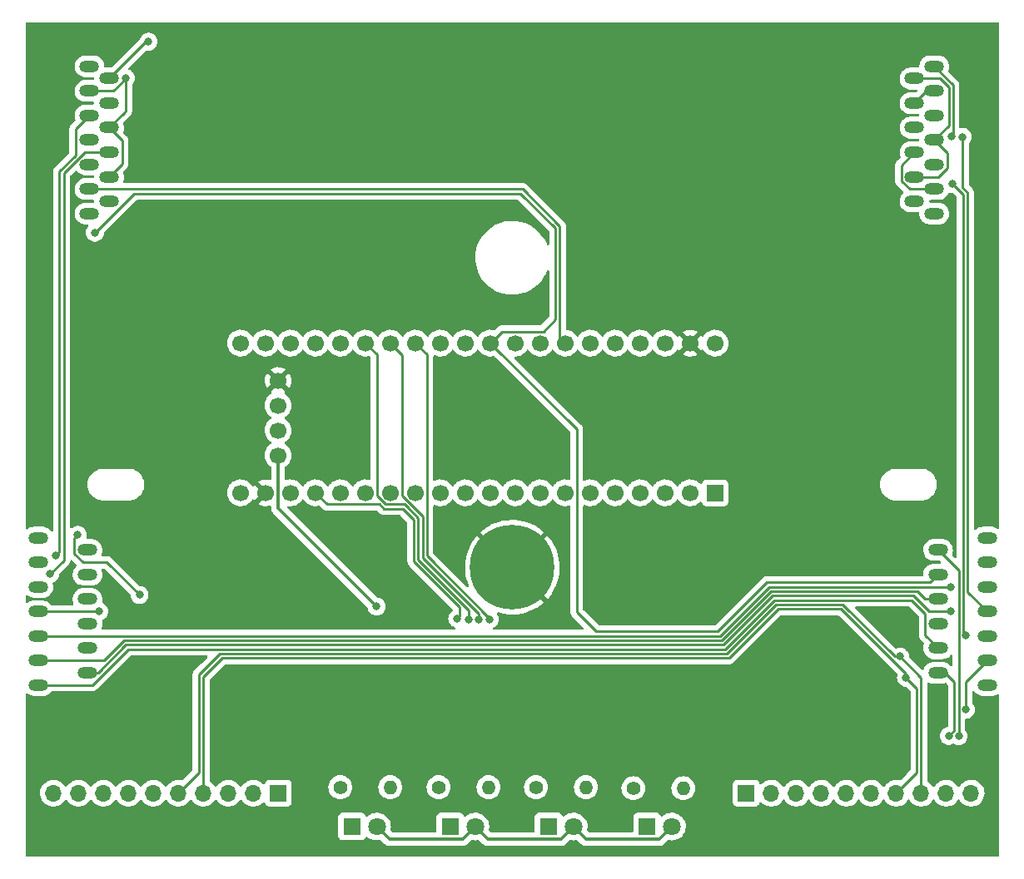
<source format=gbl>
G04 #@! TF.GenerationSoftware,KiCad,Pcbnew,(6.0.1-0)*
G04 #@! TF.CreationDate,2022-08-05T18:56:23-07:00*
G04 #@! TF.ProjectId,kicad_port,6b696361-645f-4706-9f72-742e6b696361,rev?*
G04 #@! TF.SameCoordinates,Original*
G04 #@! TF.FileFunction,Copper,L2,Bot*
G04 #@! TF.FilePolarity,Positive*
%FSLAX46Y46*%
G04 Gerber Fmt 4.6, Leading zero omitted, Abs format (unit mm)*
G04 Created by KiCad (PCBNEW (6.0.1-0)) date 2022-08-05 18:56:23*
%MOMM*%
%LPD*%
G01*
G04 APERTURE LIST*
G04 #@! TA.AperFunction,ComponentPad*
%ADD10R,1.800000X1.800000*%
G04 #@! TD*
G04 #@! TA.AperFunction,ComponentPad*
%ADD11C,1.800000*%
G04 #@! TD*
G04 #@! TA.AperFunction,ComponentPad*
%ADD12C,1.400000*%
G04 #@! TD*
G04 #@! TA.AperFunction,ComponentPad*
%ADD13O,1.400000X1.400000*%
G04 #@! TD*
G04 #@! TA.AperFunction,ComponentPad*
%ADD14C,8.600000*%
G04 #@! TD*
G04 #@! TA.AperFunction,ComponentPad*
%ADD15O,2.000000X1.200000*%
G04 #@! TD*
G04 #@! TA.AperFunction,ComponentPad*
%ADD16R,1.700000X1.700000*%
G04 #@! TD*
G04 #@! TA.AperFunction,ComponentPad*
%ADD17O,1.700000X1.700000*%
G04 #@! TD*
G04 #@! TA.AperFunction,ComponentPad*
%ADD18C,1.700000*%
G04 #@! TD*
G04 #@! TA.AperFunction,ViaPad*
%ADD19C,0.800000*%
G04 #@! TD*
G04 #@! TA.AperFunction,Conductor*
%ADD20C,0.375000*%
G04 #@! TD*
G04 #@! TA.AperFunction,Conductor*
%ADD21C,0.250000*%
G04 #@! TD*
G04 APERTURE END LIST*
D10*
X133700000Y-132400000D03*
D11*
X136240000Y-132400000D03*
D10*
X143700000Y-132400000D03*
D11*
X146240000Y-132400000D03*
D10*
X153700000Y-132400000D03*
D11*
X156240000Y-132400000D03*
D10*
X163700000Y-132400000D03*
D11*
X166240000Y-132400000D03*
D12*
X132500000Y-128400000D03*
D13*
X137580000Y-128400000D03*
D12*
X142500000Y-128400000D03*
D13*
X147580000Y-128400000D03*
D12*
X152400000Y-128400000D03*
D13*
X157480000Y-128400000D03*
D12*
X162300000Y-128500000D03*
D13*
X167380000Y-128500000D03*
D14*
X150000000Y-106000000D03*
D15*
X192900000Y-55000000D03*
X190900000Y-56250000D03*
X192900000Y-57500000D03*
X190900000Y-58750000D03*
X192900000Y-60000000D03*
X190900000Y-61250000D03*
X192900000Y-62500000D03*
X190900000Y-63750000D03*
X192900000Y-65000000D03*
X190900000Y-66250000D03*
X192900000Y-67500000D03*
X190900000Y-68750000D03*
X192900000Y-70000000D03*
X107000000Y-70000000D03*
X109000000Y-68750000D03*
X107000000Y-67500000D03*
X109000000Y-66250000D03*
X107000000Y-65000000D03*
X109000000Y-63750000D03*
X107000000Y-62500000D03*
X109000000Y-61250000D03*
X107000000Y-60000000D03*
X109000000Y-58750000D03*
X107000000Y-57500000D03*
X109000000Y-56250000D03*
X107000000Y-55000000D03*
X198300000Y-103000000D03*
X193300000Y-104250000D03*
X198300000Y-105500000D03*
X193300000Y-106750000D03*
X198300000Y-108000000D03*
X193300000Y-109250000D03*
X198300000Y-110500000D03*
X193300000Y-111750000D03*
X198300000Y-113000000D03*
X193300000Y-114250000D03*
X198300000Y-115500000D03*
X193300000Y-116750000D03*
X198300000Y-118000000D03*
X101800000Y-118000000D03*
X106800000Y-116750000D03*
X101800000Y-115500000D03*
X106800000Y-114250000D03*
X101800000Y-113000000D03*
X106800000Y-111750000D03*
X101800000Y-110500000D03*
X106800000Y-109250000D03*
X101800000Y-108000000D03*
X106800000Y-106750000D03*
X101800000Y-105500000D03*
X106800000Y-104250000D03*
X101800000Y-103000000D03*
D16*
X173800000Y-129000000D03*
D17*
X176340000Y-129000000D03*
X178880000Y-129000000D03*
X181420000Y-129000000D03*
X183960000Y-129000000D03*
X186500000Y-129000000D03*
X189040000Y-129000000D03*
X191580000Y-129000000D03*
X194120000Y-129000000D03*
X196660000Y-129000000D03*
D16*
X126200000Y-129000000D03*
D17*
X123660000Y-129000000D03*
X121120000Y-129000000D03*
X118580000Y-129000000D03*
X116040000Y-129000000D03*
X113500000Y-129000000D03*
X110960000Y-129000000D03*
X108420000Y-129000000D03*
X105880000Y-129000000D03*
X103340000Y-129000000D03*
D16*
X170630000Y-98425000D03*
D18*
X168090000Y-98425000D03*
X165550000Y-98425000D03*
X163010000Y-98425000D03*
X160470000Y-98425000D03*
X157930000Y-98425000D03*
X155390000Y-98425000D03*
X152850000Y-98425000D03*
X150310000Y-98425000D03*
X147770000Y-98425000D03*
X145230000Y-98425000D03*
X142690000Y-98425000D03*
X140150000Y-98425000D03*
X137610000Y-98425000D03*
X135070000Y-98425000D03*
X132530000Y-98425000D03*
X129990000Y-98425000D03*
X127450000Y-98425000D03*
X124910000Y-98425000D03*
X122370000Y-98425000D03*
X122370000Y-83185000D03*
X124910000Y-83185000D03*
X127450000Y-83185000D03*
X129990000Y-83185000D03*
X132530000Y-83185000D03*
X135070000Y-83185000D03*
X137610000Y-83185000D03*
X140150000Y-83185000D03*
X142690000Y-83185000D03*
X145230000Y-83185000D03*
X147770000Y-83185000D03*
X150310000Y-83185000D03*
X152850000Y-83185000D03*
X155390000Y-83185000D03*
X157930000Y-83185000D03*
X160470000Y-83185000D03*
X163010000Y-83185000D03*
X165550000Y-83185000D03*
X168090000Y-83185000D03*
X170630000Y-83185000D03*
X126181000Y-86993000D03*
X126181000Y-89533000D03*
X126181000Y-92073000D03*
X126181000Y-94613000D03*
D19*
X136200000Y-110000000D03*
X110700000Y-56200000D03*
X194700000Y-62100000D03*
X194800000Y-67000000D03*
X196124500Y-112900000D03*
X194600000Y-110500000D03*
X195800000Y-62200000D03*
X113000000Y-52500000D03*
X189425980Y-115100000D03*
X107550000Y-71950000D03*
X103600000Y-104800000D03*
X103000000Y-106700000D03*
X194600000Y-108000000D03*
X194387701Y-123187701D03*
X196124500Y-120500000D03*
X195400000Y-123200000D03*
X112100000Y-108823060D03*
X105800000Y-102700000D03*
X108000000Y-110500000D03*
X190037701Y-117262299D03*
X113500000Y-117000000D03*
X121000000Y-103000000D03*
X154432000Y-110363000D03*
X113500000Y-124500000D03*
X149479000Y-91694000D03*
X112500000Y-77000000D03*
X164592000Y-107188000D03*
X140600000Y-118100000D03*
X186000000Y-58000000D03*
X129413000Y-109601000D03*
X143764000Y-86233000D03*
X187700000Y-110900000D03*
X144399000Y-111252000D03*
X145600497Y-111300000D03*
X146600000Y-111300000D03*
X147700000Y-111300000D03*
D20*
X146240000Y-132400000D02*
X147527011Y-133687011D01*
X147527011Y-133687011D02*
X154952989Y-133687011D01*
X157527011Y-133687011D02*
X164952989Y-133687011D01*
X154952989Y-133687011D02*
X156240000Y-132400000D01*
X144952989Y-133687011D02*
X146240000Y-132400000D01*
X136240000Y-132400000D02*
X137527011Y-133687011D01*
X126181000Y-99981000D02*
X136200000Y-110000000D01*
X126181000Y-94613000D02*
X126181000Y-99981000D01*
X164952989Y-133687011D02*
X166240000Y-132400000D01*
X156240000Y-132400000D02*
X157527011Y-133687011D01*
X137527011Y-133687011D02*
X144952989Y-133687011D01*
D21*
X189575480Y-65074520D02*
X189575480Y-66675480D01*
X109000000Y-61250000D02*
X110324520Y-62574520D01*
X107000000Y-57500000D02*
X109457468Y-57500000D01*
X189575480Y-66675480D02*
X190400000Y-67500000D01*
X110324520Y-62574520D02*
X110324520Y-64925480D01*
X194831661Y-56931661D02*
X192900000Y-55000000D01*
X190400000Y-67500000D02*
X192900000Y-67500000D01*
X109000000Y-61250000D02*
X110500000Y-59750000D01*
X109457468Y-57500000D02*
X110700000Y-56257468D01*
X194700000Y-62100000D02*
X194831661Y-61968339D01*
X190900000Y-63750000D02*
X189575480Y-65074520D01*
X194831661Y-61968339D02*
X194831661Y-56931661D01*
X110324520Y-64925480D02*
X109000000Y-66250000D01*
X110500000Y-59750000D02*
X110700000Y-59550000D01*
X110700000Y-56257468D02*
X110700000Y-56200000D01*
X110700000Y-59550000D02*
X110700000Y-56200000D01*
X194224520Y-65382948D02*
X194224520Y-63824520D01*
X190900000Y-66250000D02*
X193357468Y-66250000D01*
X107000000Y-67500000D02*
X151035718Y-67500000D01*
X193357468Y-66250000D02*
X194224520Y-65382948D01*
X194382141Y-61017859D02*
X194382141Y-57117859D01*
X194224520Y-63824520D02*
X192900000Y-62500000D01*
X194382141Y-57117859D02*
X193514282Y-56250000D01*
X193514282Y-56250000D02*
X190900000Y-56250000D01*
X192900000Y-62500000D02*
X194382141Y-61017859D01*
X151035718Y-67500000D02*
X154839520Y-71303803D01*
X154839520Y-82634520D02*
X155390000Y-83185000D01*
X154839520Y-71303803D02*
X154839520Y-82634520D01*
X191975480Y-112925480D02*
X191975480Y-110710238D01*
X196124500Y-112900000D02*
X195849520Y-112625020D01*
X190613802Y-109348560D02*
X176658594Y-109348560D01*
X195849520Y-112625020D02*
X195849520Y-68049520D01*
X195849520Y-68049520D02*
X194800000Y-67000000D01*
X193300000Y-114250000D02*
X191975480Y-112925480D01*
X191975480Y-110710238D02*
X190613802Y-109348560D01*
X107257468Y-118000000D02*
X101800000Y-118000000D01*
X110908909Y-114348559D02*
X107257468Y-118000000D01*
X171658595Y-114348559D02*
X110908909Y-114348559D01*
X176658594Y-109348560D02*
X171658595Y-114348559D01*
X110722712Y-113899039D02*
X112900960Y-113899040D01*
X172235718Y-113135718D02*
X176472396Y-108899040D01*
X176472396Y-108899040D02*
X190800000Y-108899040D01*
X112900960Y-113899040D02*
X171472394Y-113899040D01*
X192400960Y-110500000D02*
X194600000Y-110500000D01*
X196167859Y-67732141D02*
X195800000Y-67364282D01*
X196299040Y-108499040D02*
X196299040Y-67863323D01*
X198300000Y-110500000D02*
X196299040Y-108499040D01*
X171472394Y-113899040D02*
X172235718Y-113135718D01*
X106800000Y-116750000D02*
X107871750Y-116750000D01*
X190800000Y-108899040D02*
X192400960Y-110500000D01*
X195800000Y-67364282D02*
X195800000Y-62200000D01*
X196299040Y-67863323D02*
X196167859Y-67732141D01*
X107871750Y-116750000D02*
X110722712Y-113899039D01*
X109000000Y-56250000D02*
X112750000Y-52500000D01*
X112750000Y-52500000D02*
X113000000Y-52500000D01*
X118130480Y-116933803D02*
X120266204Y-114798079D01*
X191580000Y-118180000D02*
X191580000Y-129000000D01*
X118130480Y-126909520D02*
X118130480Y-116933803D01*
X183598080Y-109798080D02*
X188900000Y-115100000D01*
X191580000Y-117480000D02*
X191580000Y-117254020D01*
X120266204Y-114798079D02*
X171844792Y-114798079D01*
X188900000Y-115100000D02*
X189425980Y-115100000D01*
X191580000Y-118180000D02*
X191580000Y-117480000D01*
X116040000Y-129000000D02*
X118130480Y-126909520D01*
X192150000Y-57500000D02*
X190900000Y-58750000D01*
X176844793Y-109798080D02*
X183598080Y-109798080D01*
X192900000Y-57500000D02*
X192150000Y-57500000D01*
X171844792Y-114798079D02*
X176844793Y-109798080D01*
X191580000Y-117254020D02*
X189425980Y-115100000D01*
X111550480Y-67949520D02*
X150849520Y-67949520D01*
X107550000Y-71950000D02*
X111550480Y-67949520D01*
X153151511Y-82010489D02*
X148944511Y-82010489D01*
X170913802Y-112550480D02*
X159610520Y-112550480D01*
X154390000Y-71490000D02*
X154390000Y-80772000D01*
X158524480Y-112550480D02*
X159610520Y-112550480D01*
X193300000Y-106750000D02*
X192499520Y-107550480D01*
X156564511Y-91979511D02*
X156564511Y-110590511D01*
X150849520Y-67949520D02*
X154390000Y-71490000D01*
X156564511Y-110590511D02*
X158524480Y-112550480D01*
X148944511Y-82010489D02*
X147770000Y-83185000D01*
X192499520Y-107550480D02*
X175913802Y-107550480D01*
X154390000Y-80772000D02*
X153151511Y-82010489D01*
X175913802Y-107550480D02*
X170913802Y-112550480D01*
X147770000Y-83185000D02*
X156564511Y-91979511D01*
X101800000Y-115500000D02*
X108486032Y-115500000D01*
X108486032Y-115500000D02*
X110536512Y-113449520D01*
X110536512Y-113449520D02*
X171286197Y-113449520D01*
X103948134Y-104451866D02*
X103600000Y-104800000D01*
X105600000Y-61400000D02*
X107000000Y-60000000D01*
X105600000Y-64056814D02*
X105600000Y-61400000D01*
X191200000Y-108449520D02*
X192000480Y-109250000D01*
X103948134Y-102148134D02*
X103948134Y-65708680D01*
X176286198Y-108449520D02*
X191200000Y-108449520D01*
X192000480Y-109250000D02*
X193300000Y-109250000D01*
X103948134Y-102148134D02*
X103948134Y-104451866D01*
X171286197Y-113449520D02*
X176286198Y-108449520D01*
X103948134Y-65708680D02*
X105600000Y-64056814D01*
X104400000Y-105300000D02*
X104400000Y-104100000D01*
X176100000Y-108000000D02*
X171100000Y-113000000D01*
X106542532Y-63750000D02*
X109000000Y-63750000D01*
X104400000Y-65892532D02*
X106542532Y-63750000D01*
X194600000Y-108000000D02*
X176100000Y-108000000D01*
X104400000Y-104100000D02*
X104400000Y-65892532D01*
X171100000Y-113000000D02*
X101800000Y-113000000D01*
X103000000Y-106700000D02*
X104400000Y-105300000D01*
X194387701Y-123187701D02*
X194950480Y-122624922D01*
X194950480Y-117700000D02*
X194000480Y-116750000D01*
X194000480Y-116750000D02*
X193300000Y-116750000D01*
X194950480Y-122624922D02*
X194950480Y-117700000D01*
X196124500Y-117675500D02*
X198300000Y-115500000D01*
X196124500Y-120500000D02*
X196124500Y-117675500D01*
X195400000Y-106350000D02*
X193300000Y-104250000D01*
X195400000Y-123200000D02*
X195400000Y-106350000D01*
X106342532Y-105500000D02*
X106700000Y-105500000D01*
X107257468Y-105500000D02*
X108776940Y-105500000D01*
X106700000Y-105500000D02*
X107257468Y-105500000D01*
X105475480Y-104632948D02*
X106342532Y-105500000D01*
X105800000Y-102700000D02*
X105475480Y-103024520D01*
X108776940Y-105500000D02*
X112100000Y-108823060D01*
X105475480Y-103024520D02*
X105475480Y-104632948D01*
X101800000Y-110500000D02*
X108000000Y-110500000D01*
X191130480Y-118355078D02*
X190037701Y-117262299D01*
X190037701Y-116873419D02*
X183411882Y-110247600D01*
X183411882Y-110247600D02*
X177030990Y-110247600D01*
X172030989Y-115247599D02*
X120512401Y-115247599D01*
X191130480Y-126909520D02*
X190470000Y-127570000D01*
X120512401Y-115247599D02*
X118580000Y-117180000D01*
X191130480Y-126909520D02*
X191130480Y-118355078D01*
X190470000Y-127570000D02*
X189040000Y-129000000D01*
X118580000Y-117180000D02*
X118580000Y-129000000D01*
X177030990Y-110247600D02*
X172030989Y-115247599D01*
X190037701Y-117262299D02*
X190037701Y-116873419D01*
X139975952Y-101183396D02*
X138841587Y-100049031D01*
X144653000Y-110998000D02*
X144653000Y-110084768D01*
X138841587Y-100049031D02*
X136937303Y-100049031D01*
X144653000Y-110084768D02*
X139975952Y-105407720D01*
X144399000Y-111252000D02*
X144653000Y-110998000D01*
X136937303Y-100049031D02*
X136487783Y-99599511D01*
X131164511Y-99599511D02*
X129990000Y-98425000D01*
X139975952Y-105407720D02*
X139975952Y-101183396D01*
X136487783Y-99599511D02*
X131164511Y-99599511D01*
X139284636Y-99856364D02*
X140425472Y-100997199D01*
X139027784Y-99599511D02*
X139284636Y-99856364D01*
X141172975Y-105969025D02*
X145600497Y-110396547D01*
X137123501Y-99599511D02*
X139027784Y-99599511D01*
X145600497Y-110396547D02*
X145600497Y-111300000D01*
X140425471Y-101690471D02*
X140425471Y-105221520D01*
X140425472Y-100997199D02*
X140425471Y-101690471D01*
X140425471Y-105221520D02*
X141172975Y-105969025D01*
X136244511Y-84359511D02*
X136244511Y-98720521D01*
X135070000Y-83185000D02*
X136244511Y-84359511D01*
X136244511Y-98720521D02*
X137123501Y-99599511D01*
X138811000Y-98747010D02*
X140874991Y-100811001D01*
X146600000Y-110760332D02*
X146600000Y-111300000D01*
X137610000Y-83185000D02*
X138811000Y-84386000D01*
X140874991Y-105035323D02*
X146600000Y-110760332D01*
X138811000Y-84386000D02*
X138811000Y-98747010D01*
X140874991Y-100811001D02*
X140874991Y-105035323D01*
X141324511Y-104849126D02*
X141324511Y-84359511D01*
X141324511Y-84359511D02*
X140150000Y-83185000D01*
X147700000Y-111300000D02*
X147700000Y-111224615D01*
X147700000Y-111224615D02*
X141324511Y-104849126D01*
G04 #@! TA.AperFunction,Conductor*
G36*
X183165409Y-110901102D02*
G01*
X183186383Y-110918005D01*
X189137772Y-116869395D01*
X189171798Y-116931707D01*
X189168510Y-116997426D01*
X189144159Y-117072371D01*
X189143469Y-117078932D01*
X189143469Y-117078934D01*
X189138510Y-117126119D01*
X189124197Y-117262299D01*
X189124887Y-117268864D01*
X189143127Y-117442404D01*
X189144159Y-117452227D01*
X189203174Y-117633855D01*
X189298661Y-117799243D01*
X189303079Y-117804150D01*
X189303080Y-117804151D01*
X189412344Y-117925501D01*
X189426448Y-117941165D01*
X189580949Y-118053417D01*
X189586977Y-118056101D01*
X189586979Y-118056102D01*
X189749382Y-118128408D01*
X189755413Y-118131093D01*
X189848814Y-118150946D01*
X189935757Y-118169427D01*
X189935762Y-118169427D01*
X189942214Y-118170799D01*
X189998106Y-118170799D01*
X190066227Y-118190801D01*
X190087202Y-118207704D01*
X190460076Y-118580579D01*
X190494101Y-118642891D01*
X190496980Y-118669674D01*
X190496980Y-126594925D01*
X190476978Y-126663046D01*
X190460075Y-126684021D01*
X190078637Y-127065458D01*
X189497344Y-127646751D01*
X189435032Y-127680776D01*
X189386153Y-127681702D01*
X189173373Y-127643800D01*
X189173367Y-127643799D01*
X189168284Y-127642894D01*
X189094452Y-127641992D01*
X188950081Y-127640228D01*
X188950079Y-127640228D01*
X188944911Y-127640165D01*
X188724091Y-127673955D01*
X188511756Y-127743357D01*
X188481443Y-127759137D01*
X188337975Y-127833822D01*
X188313607Y-127846507D01*
X188309474Y-127849610D01*
X188309471Y-127849612D01*
X188139100Y-127977530D01*
X188134965Y-127980635D01*
X188095525Y-128021907D01*
X188023729Y-128097037D01*
X187980629Y-128142138D01*
X187873201Y-128299621D01*
X187818293Y-128344621D01*
X187747768Y-128352792D01*
X187684021Y-128321538D01*
X187663324Y-128297054D01*
X187582822Y-128172617D01*
X187582820Y-128172614D01*
X187580014Y-128168277D01*
X187429670Y-128003051D01*
X187425619Y-127999852D01*
X187425615Y-127999848D01*
X187258414Y-127867800D01*
X187258410Y-127867798D01*
X187254359Y-127864598D01*
X187249831Y-127862098D01*
X187198608Y-127833822D01*
X187058789Y-127756638D01*
X187053920Y-127754914D01*
X187053916Y-127754912D01*
X186853087Y-127683795D01*
X186853083Y-127683794D01*
X186848212Y-127682069D01*
X186843119Y-127681162D01*
X186843116Y-127681161D01*
X186633373Y-127643800D01*
X186633367Y-127643799D01*
X186628284Y-127642894D01*
X186554452Y-127641992D01*
X186410081Y-127640228D01*
X186410079Y-127640228D01*
X186404911Y-127640165D01*
X186184091Y-127673955D01*
X185971756Y-127743357D01*
X185941443Y-127759137D01*
X185797975Y-127833822D01*
X185773607Y-127846507D01*
X185769474Y-127849610D01*
X185769471Y-127849612D01*
X185599100Y-127977530D01*
X185594965Y-127980635D01*
X185555525Y-128021907D01*
X185483729Y-128097037D01*
X185440629Y-128142138D01*
X185333201Y-128299621D01*
X185278293Y-128344621D01*
X185207768Y-128352792D01*
X185144021Y-128321538D01*
X185123324Y-128297054D01*
X185042822Y-128172617D01*
X185042820Y-128172614D01*
X185040014Y-128168277D01*
X184889670Y-128003051D01*
X184885619Y-127999852D01*
X184885615Y-127999848D01*
X184718414Y-127867800D01*
X184718410Y-127867798D01*
X184714359Y-127864598D01*
X184709831Y-127862098D01*
X184658608Y-127833822D01*
X184518789Y-127756638D01*
X184513920Y-127754914D01*
X184513916Y-127754912D01*
X184313087Y-127683795D01*
X184313083Y-127683794D01*
X184308212Y-127682069D01*
X184303119Y-127681162D01*
X184303116Y-127681161D01*
X184093373Y-127643800D01*
X184093367Y-127643799D01*
X184088284Y-127642894D01*
X184014452Y-127641992D01*
X183870081Y-127640228D01*
X183870079Y-127640228D01*
X183864911Y-127640165D01*
X183644091Y-127673955D01*
X183431756Y-127743357D01*
X183401443Y-127759137D01*
X183257975Y-127833822D01*
X183233607Y-127846507D01*
X183229474Y-127849610D01*
X183229471Y-127849612D01*
X183059100Y-127977530D01*
X183054965Y-127980635D01*
X183015525Y-128021907D01*
X182943729Y-128097037D01*
X182900629Y-128142138D01*
X182793201Y-128299621D01*
X182738293Y-128344621D01*
X182667768Y-128352792D01*
X182604021Y-128321538D01*
X182583324Y-128297054D01*
X182502822Y-128172617D01*
X182502820Y-128172614D01*
X182500014Y-128168277D01*
X182349670Y-128003051D01*
X182345619Y-127999852D01*
X182345615Y-127999848D01*
X182178414Y-127867800D01*
X182178410Y-127867798D01*
X182174359Y-127864598D01*
X182169831Y-127862098D01*
X182118608Y-127833822D01*
X181978789Y-127756638D01*
X181973920Y-127754914D01*
X181973916Y-127754912D01*
X181773087Y-127683795D01*
X181773083Y-127683794D01*
X181768212Y-127682069D01*
X181763119Y-127681162D01*
X181763116Y-127681161D01*
X181553373Y-127643800D01*
X181553367Y-127643799D01*
X181548284Y-127642894D01*
X181474452Y-127641992D01*
X181330081Y-127640228D01*
X181330079Y-127640228D01*
X181324911Y-127640165D01*
X181104091Y-127673955D01*
X180891756Y-127743357D01*
X180861443Y-127759137D01*
X180717975Y-127833822D01*
X180693607Y-127846507D01*
X180689474Y-127849610D01*
X180689471Y-127849612D01*
X180519100Y-127977530D01*
X180514965Y-127980635D01*
X180475525Y-128021907D01*
X180403729Y-128097037D01*
X180360629Y-128142138D01*
X180253201Y-128299621D01*
X180198293Y-128344621D01*
X180127768Y-128352792D01*
X180064021Y-128321538D01*
X180043324Y-128297054D01*
X179962822Y-128172617D01*
X179962820Y-128172614D01*
X179960014Y-128168277D01*
X179809670Y-128003051D01*
X179805619Y-127999852D01*
X179805615Y-127999848D01*
X179638414Y-127867800D01*
X179638410Y-127867798D01*
X179634359Y-127864598D01*
X179629831Y-127862098D01*
X179578608Y-127833822D01*
X179438789Y-127756638D01*
X179433920Y-127754914D01*
X179433916Y-127754912D01*
X179233087Y-127683795D01*
X179233083Y-127683794D01*
X179228212Y-127682069D01*
X179223119Y-127681162D01*
X179223116Y-127681161D01*
X179013373Y-127643800D01*
X179013367Y-127643799D01*
X179008284Y-127642894D01*
X178934452Y-127641992D01*
X178790081Y-127640228D01*
X178790079Y-127640228D01*
X178784911Y-127640165D01*
X178564091Y-127673955D01*
X178351756Y-127743357D01*
X178321443Y-127759137D01*
X178177975Y-127833822D01*
X178153607Y-127846507D01*
X178149474Y-127849610D01*
X178149471Y-127849612D01*
X177979100Y-127977530D01*
X177974965Y-127980635D01*
X177935525Y-128021907D01*
X177863729Y-128097037D01*
X177820629Y-128142138D01*
X177713201Y-128299621D01*
X177658293Y-128344621D01*
X177587768Y-128352792D01*
X177524021Y-128321538D01*
X177503324Y-128297054D01*
X177422822Y-128172617D01*
X177422820Y-128172614D01*
X177420014Y-128168277D01*
X177269670Y-128003051D01*
X177265619Y-127999852D01*
X177265615Y-127999848D01*
X177098414Y-127867800D01*
X177098410Y-127867798D01*
X177094359Y-127864598D01*
X177089831Y-127862098D01*
X177038608Y-127833822D01*
X176898789Y-127756638D01*
X176893920Y-127754914D01*
X176893916Y-127754912D01*
X176693087Y-127683795D01*
X176693083Y-127683794D01*
X176688212Y-127682069D01*
X176683119Y-127681162D01*
X176683116Y-127681161D01*
X176473373Y-127643800D01*
X176473367Y-127643799D01*
X176468284Y-127642894D01*
X176394452Y-127641992D01*
X176250081Y-127640228D01*
X176250079Y-127640228D01*
X176244911Y-127640165D01*
X176024091Y-127673955D01*
X175811756Y-127743357D01*
X175781443Y-127759137D01*
X175637975Y-127833822D01*
X175613607Y-127846507D01*
X175609474Y-127849610D01*
X175609471Y-127849612D01*
X175439100Y-127977530D01*
X175434965Y-127980635D01*
X175378537Y-128039684D01*
X175354283Y-128065064D01*
X175292759Y-128100494D01*
X175221846Y-128097037D01*
X175164060Y-128055791D01*
X175145207Y-128022243D01*
X175103767Y-127911703D01*
X175100615Y-127903295D01*
X175013261Y-127786739D01*
X174896705Y-127699385D01*
X174760316Y-127648255D01*
X174698134Y-127641500D01*
X172901866Y-127641500D01*
X172839684Y-127648255D01*
X172703295Y-127699385D01*
X172586739Y-127786739D01*
X172499385Y-127903295D01*
X172448255Y-128039684D01*
X172441500Y-128101866D01*
X172441500Y-129898134D01*
X172448255Y-129960316D01*
X172499385Y-130096705D01*
X172586739Y-130213261D01*
X172703295Y-130300615D01*
X172839684Y-130351745D01*
X172901866Y-130358500D01*
X174698134Y-130358500D01*
X174760316Y-130351745D01*
X174896705Y-130300615D01*
X175013261Y-130213261D01*
X175100615Y-130096705D01*
X175122799Y-130037529D01*
X175144598Y-129979382D01*
X175187240Y-129922618D01*
X175253802Y-129897918D01*
X175323150Y-129913126D01*
X175357817Y-129941114D01*
X175386250Y-129973938D01*
X175558126Y-130116632D01*
X175751000Y-130229338D01*
X175959692Y-130309030D01*
X175964760Y-130310061D01*
X175964763Y-130310062D01*
X176072017Y-130331883D01*
X176178597Y-130353567D01*
X176183772Y-130353757D01*
X176183774Y-130353757D01*
X176396673Y-130361564D01*
X176396677Y-130361564D01*
X176401837Y-130361753D01*
X176406957Y-130361097D01*
X176406959Y-130361097D01*
X176618288Y-130334025D01*
X176618289Y-130334025D01*
X176623416Y-130333368D01*
X176628366Y-130331883D01*
X176832429Y-130270661D01*
X176832434Y-130270659D01*
X176837384Y-130269174D01*
X177037994Y-130170896D01*
X177219860Y-130041173D01*
X177378096Y-129883489D01*
X177437594Y-129800689D01*
X177508453Y-129702077D01*
X177509776Y-129703028D01*
X177556645Y-129659857D01*
X177626580Y-129647625D01*
X177692026Y-129675144D01*
X177719875Y-129706994D01*
X177779987Y-129805088D01*
X177926250Y-129973938D01*
X178098126Y-130116632D01*
X178291000Y-130229338D01*
X178499692Y-130309030D01*
X178504760Y-130310061D01*
X178504763Y-130310062D01*
X178612017Y-130331883D01*
X178718597Y-130353567D01*
X178723772Y-130353757D01*
X178723774Y-130353757D01*
X178936673Y-130361564D01*
X178936677Y-130361564D01*
X178941837Y-130361753D01*
X178946957Y-130361097D01*
X178946959Y-130361097D01*
X179158288Y-130334025D01*
X179158289Y-130334025D01*
X179163416Y-130333368D01*
X179168366Y-130331883D01*
X179372429Y-130270661D01*
X179372434Y-130270659D01*
X179377384Y-130269174D01*
X179577994Y-130170896D01*
X179759860Y-130041173D01*
X179918096Y-129883489D01*
X179977594Y-129800689D01*
X180048453Y-129702077D01*
X180049776Y-129703028D01*
X180096645Y-129659857D01*
X180166580Y-129647625D01*
X180232026Y-129675144D01*
X180259875Y-129706994D01*
X180319987Y-129805088D01*
X180466250Y-129973938D01*
X180638126Y-130116632D01*
X180831000Y-130229338D01*
X181039692Y-130309030D01*
X181044760Y-130310061D01*
X181044763Y-130310062D01*
X181152017Y-130331883D01*
X181258597Y-130353567D01*
X181263772Y-130353757D01*
X181263774Y-130353757D01*
X181476673Y-130361564D01*
X181476677Y-130361564D01*
X181481837Y-130361753D01*
X181486957Y-130361097D01*
X181486959Y-130361097D01*
X181698288Y-130334025D01*
X181698289Y-130334025D01*
X181703416Y-130333368D01*
X181708366Y-130331883D01*
X181912429Y-130270661D01*
X181912434Y-130270659D01*
X181917384Y-130269174D01*
X182117994Y-130170896D01*
X182299860Y-130041173D01*
X182458096Y-129883489D01*
X182517594Y-129800689D01*
X182588453Y-129702077D01*
X182589776Y-129703028D01*
X182636645Y-129659857D01*
X182706580Y-129647625D01*
X182772026Y-129675144D01*
X182799875Y-129706994D01*
X182859987Y-129805088D01*
X183006250Y-129973938D01*
X183178126Y-130116632D01*
X183371000Y-130229338D01*
X183579692Y-130309030D01*
X183584760Y-130310061D01*
X183584763Y-130310062D01*
X183692017Y-130331883D01*
X183798597Y-130353567D01*
X183803772Y-130353757D01*
X183803774Y-130353757D01*
X184016673Y-130361564D01*
X184016677Y-130361564D01*
X184021837Y-130361753D01*
X184026957Y-130361097D01*
X184026959Y-130361097D01*
X184238288Y-130334025D01*
X184238289Y-130334025D01*
X184243416Y-130333368D01*
X184248366Y-130331883D01*
X184452429Y-130270661D01*
X184452434Y-130270659D01*
X184457384Y-130269174D01*
X184657994Y-130170896D01*
X184839860Y-130041173D01*
X184998096Y-129883489D01*
X185057594Y-129800689D01*
X185128453Y-129702077D01*
X185129776Y-129703028D01*
X185176645Y-129659857D01*
X185246580Y-129647625D01*
X185312026Y-129675144D01*
X185339875Y-129706994D01*
X185399987Y-129805088D01*
X185546250Y-129973938D01*
X185718126Y-130116632D01*
X185911000Y-130229338D01*
X186119692Y-130309030D01*
X186124760Y-130310061D01*
X186124763Y-130310062D01*
X186232017Y-130331883D01*
X186338597Y-130353567D01*
X186343772Y-130353757D01*
X186343774Y-130353757D01*
X186556673Y-130361564D01*
X186556677Y-130361564D01*
X186561837Y-130361753D01*
X186566957Y-130361097D01*
X186566959Y-130361097D01*
X186778288Y-130334025D01*
X186778289Y-130334025D01*
X186783416Y-130333368D01*
X186788366Y-130331883D01*
X186992429Y-130270661D01*
X186992434Y-130270659D01*
X186997384Y-130269174D01*
X187197994Y-130170896D01*
X187379860Y-130041173D01*
X187538096Y-129883489D01*
X187597594Y-129800689D01*
X187668453Y-129702077D01*
X187669776Y-129703028D01*
X187716645Y-129659857D01*
X187786580Y-129647625D01*
X187852026Y-129675144D01*
X187879875Y-129706994D01*
X187939987Y-129805088D01*
X188086250Y-129973938D01*
X188258126Y-130116632D01*
X188451000Y-130229338D01*
X188659692Y-130309030D01*
X188664760Y-130310061D01*
X188664763Y-130310062D01*
X188772017Y-130331883D01*
X188878597Y-130353567D01*
X188883772Y-130353757D01*
X188883774Y-130353757D01*
X189096673Y-130361564D01*
X189096677Y-130361564D01*
X189101837Y-130361753D01*
X189106957Y-130361097D01*
X189106959Y-130361097D01*
X189318288Y-130334025D01*
X189318289Y-130334025D01*
X189323416Y-130333368D01*
X189328366Y-130331883D01*
X189532429Y-130270661D01*
X189532434Y-130270659D01*
X189537384Y-130269174D01*
X189737994Y-130170896D01*
X189919860Y-130041173D01*
X190078096Y-129883489D01*
X190137594Y-129800689D01*
X190208453Y-129702077D01*
X190209776Y-129703028D01*
X190256645Y-129659857D01*
X190326580Y-129647625D01*
X190392026Y-129675144D01*
X190419875Y-129706994D01*
X190479987Y-129805088D01*
X190626250Y-129973938D01*
X190798126Y-130116632D01*
X190991000Y-130229338D01*
X191199692Y-130309030D01*
X191204760Y-130310061D01*
X191204763Y-130310062D01*
X191312017Y-130331883D01*
X191418597Y-130353567D01*
X191423772Y-130353757D01*
X191423774Y-130353757D01*
X191636673Y-130361564D01*
X191636677Y-130361564D01*
X191641837Y-130361753D01*
X191646957Y-130361097D01*
X191646959Y-130361097D01*
X191858288Y-130334025D01*
X191858289Y-130334025D01*
X191863416Y-130333368D01*
X191868366Y-130331883D01*
X192072429Y-130270661D01*
X192072434Y-130270659D01*
X192077384Y-130269174D01*
X192277994Y-130170896D01*
X192459860Y-130041173D01*
X192618096Y-129883489D01*
X192677594Y-129800689D01*
X192748453Y-129702077D01*
X192749776Y-129703028D01*
X192796645Y-129659857D01*
X192866580Y-129647625D01*
X192932026Y-129675144D01*
X192959875Y-129706994D01*
X193019987Y-129805088D01*
X193166250Y-129973938D01*
X193338126Y-130116632D01*
X193531000Y-130229338D01*
X193739692Y-130309030D01*
X193744760Y-130310061D01*
X193744763Y-130310062D01*
X193852017Y-130331883D01*
X193958597Y-130353567D01*
X193963772Y-130353757D01*
X193963774Y-130353757D01*
X194176673Y-130361564D01*
X194176677Y-130361564D01*
X194181837Y-130361753D01*
X194186957Y-130361097D01*
X194186959Y-130361097D01*
X194398288Y-130334025D01*
X194398289Y-130334025D01*
X194403416Y-130333368D01*
X194408366Y-130331883D01*
X194612429Y-130270661D01*
X194612434Y-130270659D01*
X194617384Y-130269174D01*
X194817994Y-130170896D01*
X194999860Y-130041173D01*
X195158096Y-129883489D01*
X195217594Y-129800689D01*
X195288453Y-129702077D01*
X195289776Y-129703028D01*
X195336645Y-129659857D01*
X195406580Y-129647625D01*
X195472026Y-129675144D01*
X195499875Y-129706994D01*
X195559987Y-129805088D01*
X195706250Y-129973938D01*
X195878126Y-130116632D01*
X196071000Y-130229338D01*
X196279692Y-130309030D01*
X196284760Y-130310061D01*
X196284763Y-130310062D01*
X196392017Y-130331883D01*
X196498597Y-130353567D01*
X196503772Y-130353757D01*
X196503774Y-130353757D01*
X196716673Y-130361564D01*
X196716677Y-130361564D01*
X196721837Y-130361753D01*
X196726957Y-130361097D01*
X196726959Y-130361097D01*
X196938288Y-130334025D01*
X196938289Y-130334025D01*
X196943416Y-130333368D01*
X196948366Y-130331883D01*
X197152429Y-130270661D01*
X197152434Y-130270659D01*
X197157384Y-130269174D01*
X197357994Y-130170896D01*
X197539860Y-130041173D01*
X197698096Y-129883489D01*
X197757594Y-129800689D01*
X197825435Y-129706277D01*
X197828453Y-129702077D01*
X197849320Y-129659857D01*
X197925136Y-129506453D01*
X197925137Y-129506451D01*
X197927430Y-129501811D01*
X197992370Y-129288069D01*
X198021529Y-129066590D01*
X198023156Y-129000000D01*
X198004852Y-128777361D01*
X197950431Y-128560702D01*
X197861354Y-128355840D01*
X197740014Y-128168277D01*
X197589670Y-128003051D01*
X197585619Y-127999852D01*
X197585615Y-127999848D01*
X197418414Y-127867800D01*
X197418410Y-127867798D01*
X197414359Y-127864598D01*
X197409831Y-127862098D01*
X197358608Y-127833822D01*
X197218789Y-127756638D01*
X197213920Y-127754914D01*
X197213916Y-127754912D01*
X197013087Y-127683795D01*
X197013083Y-127683794D01*
X197008212Y-127682069D01*
X197003119Y-127681162D01*
X197003116Y-127681161D01*
X196793373Y-127643800D01*
X196793367Y-127643799D01*
X196788284Y-127642894D01*
X196714452Y-127641992D01*
X196570081Y-127640228D01*
X196570079Y-127640228D01*
X196564911Y-127640165D01*
X196344091Y-127673955D01*
X196131756Y-127743357D01*
X196101443Y-127759137D01*
X195957975Y-127833822D01*
X195933607Y-127846507D01*
X195929474Y-127849610D01*
X195929471Y-127849612D01*
X195759100Y-127977530D01*
X195754965Y-127980635D01*
X195715525Y-128021907D01*
X195643729Y-128097037D01*
X195600629Y-128142138D01*
X195493201Y-128299621D01*
X195438293Y-128344621D01*
X195367768Y-128352792D01*
X195304021Y-128321538D01*
X195283324Y-128297054D01*
X195202822Y-128172617D01*
X195202820Y-128172614D01*
X195200014Y-128168277D01*
X195049670Y-128003051D01*
X195045619Y-127999852D01*
X195045615Y-127999848D01*
X194878414Y-127867800D01*
X194878410Y-127867798D01*
X194874359Y-127864598D01*
X194869831Y-127862098D01*
X194818608Y-127833822D01*
X194678789Y-127756638D01*
X194673920Y-127754914D01*
X194673916Y-127754912D01*
X194473087Y-127683795D01*
X194473083Y-127683794D01*
X194468212Y-127682069D01*
X194463119Y-127681162D01*
X194463116Y-127681161D01*
X194253373Y-127643800D01*
X194253367Y-127643799D01*
X194248284Y-127642894D01*
X194174452Y-127641992D01*
X194030081Y-127640228D01*
X194030079Y-127640228D01*
X194024911Y-127640165D01*
X193804091Y-127673955D01*
X193591756Y-127743357D01*
X193561443Y-127759137D01*
X193417975Y-127833822D01*
X193393607Y-127846507D01*
X193389474Y-127849610D01*
X193389471Y-127849612D01*
X193219100Y-127977530D01*
X193214965Y-127980635D01*
X193175525Y-128021907D01*
X193103729Y-128097037D01*
X193060629Y-128142138D01*
X192953201Y-128299621D01*
X192898293Y-128344621D01*
X192827768Y-128352792D01*
X192764021Y-128321538D01*
X192743324Y-128297054D01*
X192662822Y-128172617D01*
X192662820Y-128172614D01*
X192660014Y-128168277D01*
X192509670Y-128003051D01*
X192505619Y-127999852D01*
X192505615Y-127999848D01*
X192338414Y-127867800D01*
X192338410Y-127867798D01*
X192334359Y-127864598D01*
X192329835Y-127862101D01*
X192329831Y-127862098D01*
X192278608Y-127833822D01*
X192228636Y-127783390D01*
X192213500Y-127723513D01*
X192213500Y-117854994D01*
X192233502Y-117786873D01*
X192287158Y-117740380D01*
X192357432Y-117730276D01*
X192387079Y-117739784D01*
X192387548Y-117738620D01*
X192578168Y-117815442D01*
X192578171Y-117815443D01*
X192583737Y-117817686D01*
X192791337Y-117858228D01*
X192796899Y-117858500D01*
X193752846Y-117858500D01*
X193910566Y-117843452D01*
X193916322Y-117841763D01*
X193916324Y-117841763D01*
X194061109Y-117799288D01*
X194132105Y-117799305D01*
X194185674Y-117831098D01*
X194280076Y-117925501D01*
X194314101Y-117987813D01*
X194316980Y-118014596D01*
X194316980Y-122171904D01*
X194296978Y-122240025D01*
X194243322Y-122286518D01*
X194217180Y-122295150D01*
X194105413Y-122318907D01*
X194099383Y-122321592D01*
X194099382Y-122321592D01*
X193936979Y-122393898D01*
X193936977Y-122393899D01*
X193930949Y-122396583D01*
X193776448Y-122508835D01*
X193648661Y-122650757D01*
X193553174Y-122816145D01*
X193494159Y-122997773D01*
X193493469Y-123004334D01*
X193493469Y-123004336D01*
X193474887Y-123181136D01*
X193474197Y-123187701D01*
X193494159Y-123377629D01*
X193553174Y-123559257D01*
X193648661Y-123724645D01*
X193653079Y-123729552D01*
X193653080Y-123729553D01*
X193659735Y-123736944D01*
X193776448Y-123866567D01*
X193798721Y-123882749D01*
X193890016Y-123949079D01*
X193930949Y-123978819D01*
X193936977Y-123981503D01*
X193936979Y-123981504D01*
X194099380Y-124053809D01*
X194105413Y-124056495D01*
X194169730Y-124070166D01*
X194285757Y-124094829D01*
X194285762Y-124094829D01*
X194292214Y-124096201D01*
X194483188Y-124096201D01*
X194489640Y-124094829D01*
X194489645Y-124094829D01*
X194605672Y-124070166D01*
X194669989Y-124056495D01*
X194676016Y-124053812D01*
X194676024Y-124053809D01*
X194830336Y-123985105D01*
X194900703Y-123975671D01*
X194941928Y-123990159D01*
X194943248Y-123991118D01*
X195117712Y-124068794D01*
X195211112Y-124088647D01*
X195298056Y-124107128D01*
X195298061Y-124107128D01*
X195304513Y-124108500D01*
X195495487Y-124108500D01*
X195501939Y-124107128D01*
X195501944Y-124107128D01*
X195588888Y-124088647D01*
X195682288Y-124068794D01*
X195706831Y-124057867D01*
X195850722Y-123993803D01*
X195850724Y-123993802D01*
X195856752Y-123991118D01*
X195869985Y-123981504D01*
X195914613Y-123949079D01*
X196011253Y-123878866D01*
X196139040Y-123736944D01*
X196234527Y-123571556D01*
X196293542Y-123389928D01*
X196295525Y-123371066D01*
X196312814Y-123206565D01*
X196313504Y-123200000D01*
X196293542Y-123010072D01*
X196234527Y-122828444D01*
X196139040Y-122663056D01*
X196065863Y-122581785D01*
X196035147Y-122517779D01*
X196033500Y-122497476D01*
X196033500Y-121534500D01*
X196053502Y-121466379D01*
X196107158Y-121419886D01*
X196159500Y-121408500D01*
X196219987Y-121408500D01*
X196226439Y-121407128D01*
X196226444Y-121407128D01*
X196313388Y-121388647D01*
X196406788Y-121368794D01*
X196412819Y-121366109D01*
X196575222Y-121293803D01*
X196575224Y-121293802D01*
X196581252Y-121291118D01*
X196735753Y-121178866D01*
X196863540Y-121036944D01*
X196959027Y-120871556D01*
X197018042Y-120689928D01*
X197038004Y-120500000D01*
X197018042Y-120310072D01*
X196959027Y-120128444D01*
X196863540Y-119963056D01*
X196790363Y-119881785D01*
X196759647Y-119817779D01*
X196758000Y-119797476D01*
X196758000Y-118701429D01*
X196778002Y-118633308D01*
X196831658Y-118586815D01*
X196901932Y-118576711D01*
X196966512Y-118606205D01*
X196986770Y-118628529D01*
X197038482Y-118701429D01*
X197057054Y-118727611D01*
X197209850Y-118873881D01*
X197387548Y-118988620D01*
X197393114Y-118990863D01*
X197578168Y-119065442D01*
X197578171Y-119065443D01*
X197583737Y-119067686D01*
X197791337Y-119108228D01*
X197796899Y-119108500D01*
X198752846Y-119108500D01*
X198910566Y-119093452D01*
X199113534Y-119033908D01*
X199301580Y-118937058D01*
X199301846Y-118937575D01*
X199366064Y-118918755D01*
X199434175Y-118938792D01*
X199480640Y-118992471D01*
X199492000Y-119044755D01*
X199492000Y-135366000D01*
X199471998Y-135434121D01*
X199418342Y-135480614D01*
X199366000Y-135492000D01*
X100634000Y-135492000D01*
X100565879Y-135471998D01*
X100519386Y-135418342D01*
X100508000Y-135366000D01*
X100508000Y-133348134D01*
X132291500Y-133348134D01*
X132298255Y-133410316D01*
X132349385Y-133546705D01*
X132436739Y-133663261D01*
X132553295Y-133750615D01*
X132689684Y-133801745D01*
X132751866Y-133808500D01*
X134648134Y-133808500D01*
X134710316Y-133801745D01*
X134846705Y-133750615D01*
X134963261Y-133663261D01*
X135050615Y-133546705D01*
X135075180Y-133481178D01*
X135117822Y-133424414D01*
X135184383Y-133399714D01*
X135253732Y-133414921D01*
X135273647Y-133428464D01*
X135338724Y-133482492D01*
X135429349Y-133557730D01*
X135629322Y-133674584D01*
X135845694Y-133757209D01*
X135850760Y-133758240D01*
X135850761Y-133758240D01*
X135851405Y-133758371D01*
X136072656Y-133803385D01*
X136202089Y-133808131D01*
X136298949Y-133811683D01*
X136298953Y-133811683D01*
X136304113Y-133811872D01*
X136309233Y-133811216D01*
X136309235Y-133811216D01*
X136383166Y-133801745D01*
X136533847Y-133782442D01*
X136541990Y-133779999D01*
X136543337Y-133779991D01*
X136543854Y-133779881D01*
X136543877Y-133779988D01*
X136612983Y-133779579D01*
X136667295Y-133811588D01*
X137014721Y-134159014D01*
X137020574Y-134165279D01*
X137057876Y-134208039D01*
X137070945Y-134217224D01*
X137109180Y-134244096D01*
X137114475Y-134248029D01*
X137163816Y-134286717D01*
X137170745Y-134289846D01*
X137174043Y-134291843D01*
X137186084Y-134298711D01*
X137189483Y-134300534D01*
X137195700Y-134304903D01*
X137202775Y-134307662D01*
X137202778Y-134307663D01*
X137254109Y-134327676D01*
X137260189Y-134330232D01*
X137310421Y-134352912D01*
X137317349Y-134356040D01*
X137324824Y-134357425D01*
X137328515Y-134358582D01*
X137341837Y-134362378D01*
X137345582Y-134363339D01*
X137352652Y-134366096D01*
X137360179Y-134367087D01*
X137414817Y-134374281D01*
X137421330Y-134375313D01*
X137475520Y-134385356D01*
X137475521Y-134385356D01*
X137482988Y-134386740D01*
X137490568Y-134386303D01*
X137490569Y-134386303D01*
X137544031Y-134383220D01*
X137551285Y-134383011D01*
X144924508Y-134383011D01*
X144933078Y-134383303D01*
X144982107Y-134386646D01*
X144982111Y-134386646D01*
X144989683Y-134387162D01*
X144997160Y-134385857D01*
X144997161Y-134385857D01*
X145024608Y-134381066D01*
X145051465Y-134376379D01*
X145057982Y-134375418D01*
X145071891Y-134373734D01*
X145112686Y-134368798D01*
X145112689Y-134368797D01*
X145120228Y-134367885D01*
X145127335Y-134365200D01*
X145131058Y-134364285D01*
X145144473Y-134360616D01*
X145148157Y-134359504D01*
X145155632Y-134358199D01*
X145162582Y-134355148D01*
X145162586Y-134355147D01*
X145213042Y-134332998D01*
X145219138Y-134330510D01*
X145245790Y-134320439D01*
X145270709Y-134311023D01*
X145270711Y-134311022D01*
X145277811Y-134308339D01*
X145284067Y-134304040D01*
X145287467Y-134302262D01*
X145299585Y-134295517D01*
X145302925Y-134293542D01*
X145309884Y-134290487D01*
X145320910Y-134282027D01*
X145359626Y-134252319D01*
X145364953Y-134248448D01*
X145416643Y-134212923D01*
X145457338Y-134167248D01*
X145462301Y-134161992D01*
X145815595Y-133808698D01*
X145877907Y-133774672D01*
X145929808Y-133774322D01*
X146072656Y-133803385D01*
X146077832Y-133803575D01*
X146077834Y-133803575D01*
X146298949Y-133811683D01*
X146298953Y-133811683D01*
X146304113Y-133811872D01*
X146309233Y-133811216D01*
X146309235Y-133811216D01*
X146383166Y-133801745D01*
X146533847Y-133782442D01*
X146541990Y-133779999D01*
X146543337Y-133779991D01*
X146543854Y-133779881D01*
X146543877Y-133779988D01*
X146612983Y-133779579D01*
X146667295Y-133811588D01*
X147014721Y-134159014D01*
X147020574Y-134165279D01*
X147057876Y-134208039D01*
X147070945Y-134217224D01*
X147109180Y-134244096D01*
X147114475Y-134248029D01*
X147163816Y-134286717D01*
X147170745Y-134289846D01*
X147174043Y-134291843D01*
X147186084Y-134298711D01*
X147189483Y-134300534D01*
X147195700Y-134304903D01*
X147202775Y-134307662D01*
X147202778Y-134307663D01*
X147254109Y-134327676D01*
X147260189Y-134330232D01*
X147310421Y-134352912D01*
X147317349Y-134356040D01*
X147324824Y-134357425D01*
X147328515Y-134358582D01*
X147341837Y-134362378D01*
X147345582Y-134363339D01*
X147352652Y-134366096D01*
X147360179Y-134367087D01*
X147414817Y-134374281D01*
X147421330Y-134375313D01*
X147475520Y-134385356D01*
X147475521Y-134385356D01*
X147482988Y-134386740D01*
X147490568Y-134386303D01*
X147490569Y-134386303D01*
X147544031Y-134383220D01*
X147551285Y-134383011D01*
X154924508Y-134383011D01*
X154933078Y-134383303D01*
X154982107Y-134386646D01*
X154982111Y-134386646D01*
X154989683Y-134387162D01*
X154997160Y-134385857D01*
X154997161Y-134385857D01*
X155024608Y-134381066D01*
X155051465Y-134376379D01*
X155057982Y-134375418D01*
X155071891Y-134373734D01*
X155112686Y-134368798D01*
X155112689Y-134368797D01*
X155120228Y-134367885D01*
X155127335Y-134365200D01*
X155131058Y-134364285D01*
X155144473Y-134360616D01*
X155148157Y-134359504D01*
X155155632Y-134358199D01*
X155162582Y-134355148D01*
X155162586Y-134355147D01*
X155213042Y-134332998D01*
X155219138Y-134330510D01*
X155245790Y-134320439D01*
X155270709Y-134311023D01*
X155270711Y-134311022D01*
X155277811Y-134308339D01*
X155284067Y-134304040D01*
X155287467Y-134302262D01*
X155299585Y-134295517D01*
X155302925Y-134293542D01*
X155309884Y-134290487D01*
X155320910Y-134282027D01*
X155359626Y-134252319D01*
X155364953Y-134248448D01*
X155416643Y-134212923D01*
X155457338Y-134167248D01*
X155462301Y-134161992D01*
X155815595Y-133808698D01*
X155877907Y-133774672D01*
X155929808Y-133774322D01*
X156072656Y-133803385D01*
X156077832Y-133803575D01*
X156077834Y-133803575D01*
X156298949Y-133811683D01*
X156298953Y-133811683D01*
X156304113Y-133811872D01*
X156309233Y-133811216D01*
X156309235Y-133811216D01*
X156383166Y-133801745D01*
X156533847Y-133782442D01*
X156541990Y-133779999D01*
X156543337Y-133779991D01*
X156543854Y-133779881D01*
X156543877Y-133779988D01*
X156612983Y-133779579D01*
X156667295Y-133811588D01*
X157014721Y-134159014D01*
X157020574Y-134165279D01*
X157057876Y-134208039D01*
X157070945Y-134217224D01*
X157109180Y-134244096D01*
X157114475Y-134248029D01*
X157163816Y-134286717D01*
X157170745Y-134289846D01*
X157174043Y-134291843D01*
X157186084Y-134298711D01*
X157189483Y-134300534D01*
X157195700Y-134304903D01*
X157202775Y-134307662D01*
X157202778Y-134307663D01*
X157254109Y-134327676D01*
X157260189Y-134330232D01*
X157310421Y-134352912D01*
X157317349Y-134356040D01*
X157324824Y-134357425D01*
X157328515Y-134358582D01*
X157341837Y-134362378D01*
X157345582Y-134363339D01*
X157352652Y-134366096D01*
X157360179Y-134367087D01*
X157414817Y-134374281D01*
X157421330Y-134375313D01*
X157475520Y-134385356D01*
X157475521Y-134385356D01*
X157482988Y-134386740D01*
X157490568Y-134386303D01*
X157490569Y-134386303D01*
X157544031Y-134383220D01*
X157551285Y-134383011D01*
X164924508Y-134383011D01*
X164933078Y-134383303D01*
X164982107Y-134386646D01*
X164982111Y-134386646D01*
X164989683Y-134387162D01*
X164997160Y-134385857D01*
X164997161Y-134385857D01*
X165024608Y-134381066D01*
X165051465Y-134376379D01*
X165057982Y-134375418D01*
X165071891Y-134373734D01*
X165112686Y-134368798D01*
X165112689Y-134368797D01*
X165120228Y-134367885D01*
X165127335Y-134365200D01*
X165131058Y-134364285D01*
X165144473Y-134360616D01*
X165148157Y-134359504D01*
X165155632Y-134358199D01*
X165162582Y-134355148D01*
X165162586Y-134355147D01*
X165213042Y-134332998D01*
X165219138Y-134330510D01*
X165245790Y-134320439D01*
X165270709Y-134311023D01*
X165270711Y-134311022D01*
X165277811Y-134308339D01*
X165284067Y-134304040D01*
X165287467Y-134302262D01*
X165299585Y-134295517D01*
X165302925Y-134293542D01*
X165309884Y-134290487D01*
X165320910Y-134282027D01*
X165359626Y-134252319D01*
X165364953Y-134248448D01*
X165416643Y-134212923D01*
X165457338Y-134167248D01*
X165462301Y-134161992D01*
X165815595Y-133808698D01*
X165877907Y-133774672D01*
X165929808Y-133774322D01*
X166072656Y-133803385D01*
X166077832Y-133803575D01*
X166077834Y-133803575D01*
X166298949Y-133811683D01*
X166298953Y-133811683D01*
X166304113Y-133811872D01*
X166309233Y-133811216D01*
X166309235Y-133811216D01*
X166383166Y-133801745D01*
X166533847Y-133782442D01*
X166538795Y-133780957D01*
X166538802Y-133780956D01*
X166750747Y-133717369D01*
X166755690Y-133715886D01*
X166836236Y-133676427D01*
X166959049Y-133616262D01*
X166959052Y-133616260D01*
X166963684Y-133613991D01*
X167152243Y-133479494D01*
X167316303Y-133316005D01*
X167451458Y-133127917D01*
X167529007Y-132971009D01*
X167551784Y-132924922D01*
X167551785Y-132924920D01*
X167554078Y-132920280D01*
X167621408Y-132698671D01*
X167651640Y-132469041D01*
X167653327Y-132400000D01*
X167647032Y-132323434D01*
X167634773Y-132174318D01*
X167634772Y-132174312D01*
X167634349Y-132169167D01*
X167577925Y-131944533D01*
X167485570Y-131732131D01*
X167359764Y-131537665D01*
X167203887Y-131366358D01*
X167199836Y-131363159D01*
X167199832Y-131363155D01*
X167026177Y-131226011D01*
X167026172Y-131226008D01*
X167022123Y-131222810D01*
X167017607Y-131220317D01*
X167017604Y-131220315D01*
X166823879Y-131113373D01*
X166823875Y-131113371D01*
X166819355Y-131110876D01*
X166814486Y-131109152D01*
X166814482Y-131109150D01*
X166605903Y-131035288D01*
X166605899Y-131035287D01*
X166601028Y-131033562D01*
X166595935Y-131032655D01*
X166595932Y-131032654D01*
X166378095Y-130993851D01*
X166378089Y-130993850D01*
X166373006Y-130992945D01*
X166300096Y-130992054D01*
X166146581Y-130990179D01*
X166146579Y-130990179D01*
X166141411Y-130990116D01*
X165912464Y-131025150D01*
X165692314Y-131097106D01*
X165687726Y-131099494D01*
X165687722Y-131099496D01*
X165491461Y-131201663D01*
X165486872Y-131204052D01*
X165482739Y-131207155D01*
X165482736Y-131207157D01*
X165410088Y-131261703D01*
X165301655Y-131343117D01*
X165284170Y-131361414D01*
X165222646Y-131396844D01*
X165151733Y-131393387D01*
X165093947Y-131352141D01*
X165075094Y-131318592D01*
X165053768Y-131261705D01*
X165053767Y-131261703D01*
X165050615Y-131253295D01*
X164963261Y-131136739D01*
X164846705Y-131049385D01*
X164710316Y-130998255D01*
X164648134Y-130991500D01*
X162751866Y-130991500D01*
X162689684Y-130998255D01*
X162553295Y-131049385D01*
X162436739Y-131136739D01*
X162349385Y-131253295D01*
X162298255Y-131389684D01*
X162291500Y-131451866D01*
X162291500Y-132865011D01*
X162271498Y-132933132D01*
X162217842Y-132979625D01*
X162165500Y-132991011D01*
X157867494Y-132991011D01*
X157799373Y-132971009D01*
X157778399Y-132954106D01*
X157651896Y-132827603D01*
X157617870Y-132765291D01*
X157620149Y-132708959D01*
X157618812Y-132708670D01*
X157619903Y-132703626D01*
X157621408Y-132698671D01*
X157651640Y-132469041D01*
X157653327Y-132400000D01*
X157647032Y-132323434D01*
X157634773Y-132174318D01*
X157634772Y-132174312D01*
X157634349Y-132169167D01*
X157577925Y-131944533D01*
X157485570Y-131732131D01*
X157359764Y-131537665D01*
X157203887Y-131366358D01*
X157199836Y-131363159D01*
X157199832Y-131363155D01*
X157026177Y-131226011D01*
X157026172Y-131226008D01*
X157022123Y-131222810D01*
X157017607Y-131220317D01*
X157017604Y-131220315D01*
X156823879Y-131113373D01*
X156823875Y-131113371D01*
X156819355Y-131110876D01*
X156814486Y-131109152D01*
X156814482Y-131109150D01*
X156605903Y-131035288D01*
X156605899Y-131035287D01*
X156601028Y-131033562D01*
X156595935Y-131032655D01*
X156595932Y-131032654D01*
X156378095Y-130993851D01*
X156378089Y-130993850D01*
X156373006Y-130992945D01*
X156300096Y-130992054D01*
X156146581Y-130990179D01*
X156146579Y-130990179D01*
X156141411Y-130990116D01*
X155912464Y-131025150D01*
X155692314Y-131097106D01*
X155687726Y-131099494D01*
X155687722Y-131099496D01*
X155491461Y-131201663D01*
X155486872Y-131204052D01*
X155482739Y-131207155D01*
X155482736Y-131207157D01*
X155410088Y-131261703D01*
X155301655Y-131343117D01*
X155284170Y-131361414D01*
X155222646Y-131396844D01*
X155151733Y-131393387D01*
X155093947Y-131352141D01*
X155075094Y-131318592D01*
X155053768Y-131261705D01*
X155053767Y-131261703D01*
X155050615Y-131253295D01*
X154963261Y-131136739D01*
X154846705Y-131049385D01*
X154710316Y-130998255D01*
X154648134Y-130991500D01*
X152751866Y-130991500D01*
X152689684Y-130998255D01*
X152553295Y-131049385D01*
X152436739Y-131136739D01*
X152349385Y-131253295D01*
X152298255Y-131389684D01*
X152291500Y-131451866D01*
X152291500Y-132865011D01*
X152271498Y-132933132D01*
X152217842Y-132979625D01*
X152165500Y-132991011D01*
X147867494Y-132991011D01*
X147799373Y-132971009D01*
X147778399Y-132954106D01*
X147651896Y-132827603D01*
X147617870Y-132765291D01*
X147620149Y-132708959D01*
X147618812Y-132708670D01*
X147619903Y-132703626D01*
X147621408Y-132698671D01*
X147651640Y-132469041D01*
X147653327Y-132400000D01*
X147647032Y-132323434D01*
X147634773Y-132174318D01*
X147634772Y-132174312D01*
X147634349Y-132169167D01*
X147577925Y-131944533D01*
X147485570Y-131732131D01*
X147359764Y-131537665D01*
X147203887Y-131366358D01*
X147199836Y-131363159D01*
X147199832Y-131363155D01*
X147026177Y-131226011D01*
X147026172Y-131226008D01*
X147022123Y-131222810D01*
X147017607Y-131220317D01*
X147017604Y-131220315D01*
X146823879Y-131113373D01*
X146823875Y-131113371D01*
X146819355Y-131110876D01*
X146814486Y-131109152D01*
X146814482Y-131109150D01*
X146605903Y-131035288D01*
X146605899Y-131035287D01*
X146601028Y-131033562D01*
X146595935Y-131032655D01*
X146595932Y-131032654D01*
X146378095Y-130993851D01*
X146378089Y-130993850D01*
X146373006Y-130992945D01*
X146300096Y-130992054D01*
X146146581Y-130990179D01*
X146146579Y-130990179D01*
X146141411Y-130990116D01*
X145912464Y-131025150D01*
X145692314Y-131097106D01*
X145687726Y-131099494D01*
X145687722Y-131099496D01*
X145491461Y-131201663D01*
X145486872Y-131204052D01*
X145482739Y-131207155D01*
X145482736Y-131207157D01*
X145410088Y-131261703D01*
X145301655Y-131343117D01*
X145284170Y-131361414D01*
X145222646Y-131396844D01*
X145151733Y-131393387D01*
X145093947Y-131352141D01*
X145075094Y-131318592D01*
X145053768Y-131261705D01*
X145053767Y-131261703D01*
X145050615Y-131253295D01*
X144963261Y-131136739D01*
X144846705Y-131049385D01*
X144710316Y-130998255D01*
X144648134Y-130991500D01*
X142751866Y-130991500D01*
X142689684Y-130998255D01*
X142553295Y-131049385D01*
X142436739Y-131136739D01*
X142349385Y-131253295D01*
X142298255Y-131389684D01*
X142291500Y-131451866D01*
X142291500Y-132865011D01*
X142271498Y-132933132D01*
X142217842Y-132979625D01*
X142165500Y-132991011D01*
X137867494Y-132991011D01*
X137799373Y-132971009D01*
X137778399Y-132954106D01*
X137651896Y-132827603D01*
X137617870Y-132765291D01*
X137620149Y-132708959D01*
X137618812Y-132708670D01*
X137619903Y-132703626D01*
X137621408Y-132698671D01*
X137651640Y-132469041D01*
X137653327Y-132400000D01*
X137647032Y-132323434D01*
X137634773Y-132174318D01*
X137634772Y-132174312D01*
X137634349Y-132169167D01*
X137577925Y-131944533D01*
X137485570Y-131732131D01*
X137359764Y-131537665D01*
X137203887Y-131366358D01*
X137199836Y-131363159D01*
X137199832Y-131363155D01*
X137026177Y-131226011D01*
X137026172Y-131226008D01*
X137022123Y-131222810D01*
X137017607Y-131220317D01*
X137017604Y-131220315D01*
X136823879Y-131113373D01*
X136823875Y-131113371D01*
X136819355Y-131110876D01*
X136814486Y-131109152D01*
X136814482Y-131109150D01*
X136605903Y-131035288D01*
X136605899Y-131035287D01*
X136601028Y-131033562D01*
X136595935Y-131032655D01*
X136595932Y-131032654D01*
X136378095Y-130993851D01*
X136378089Y-130993850D01*
X136373006Y-130992945D01*
X136300096Y-130992054D01*
X136146581Y-130990179D01*
X136146579Y-130990179D01*
X136141411Y-130990116D01*
X135912464Y-131025150D01*
X135692314Y-131097106D01*
X135687726Y-131099494D01*
X135687722Y-131099496D01*
X135491461Y-131201663D01*
X135486872Y-131204052D01*
X135482739Y-131207155D01*
X135482736Y-131207157D01*
X135410088Y-131261703D01*
X135301655Y-131343117D01*
X135284170Y-131361414D01*
X135222646Y-131396844D01*
X135151733Y-131393387D01*
X135093947Y-131352141D01*
X135075094Y-131318592D01*
X135053768Y-131261705D01*
X135053767Y-131261703D01*
X135050615Y-131253295D01*
X134963261Y-131136739D01*
X134846705Y-131049385D01*
X134710316Y-130998255D01*
X134648134Y-130991500D01*
X132751866Y-130991500D01*
X132689684Y-130998255D01*
X132553295Y-131049385D01*
X132436739Y-131136739D01*
X132349385Y-131253295D01*
X132298255Y-131389684D01*
X132291500Y-131451866D01*
X132291500Y-133348134D01*
X100508000Y-133348134D01*
X100508000Y-118973808D01*
X100528002Y-118905687D01*
X100581658Y-118859194D01*
X100651932Y-118849090D01*
X100709808Y-118873946D01*
X100709850Y-118873881D01*
X100710235Y-118874130D01*
X100710237Y-118874131D01*
X100887548Y-118988620D01*
X100893114Y-118990863D01*
X101078168Y-119065442D01*
X101078171Y-119065443D01*
X101083737Y-119067686D01*
X101291337Y-119108228D01*
X101296899Y-119108500D01*
X102252846Y-119108500D01*
X102410566Y-119093452D01*
X102613534Y-119033908D01*
X102697111Y-118990863D01*
X102796249Y-118939804D01*
X102796252Y-118939802D01*
X102801580Y-118937058D01*
X102967920Y-118806396D01*
X103080275Y-118676918D01*
X103140027Y-118638579D01*
X103175439Y-118633500D01*
X107178701Y-118633500D01*
X107189884Y-118634027D01*
X107197377Y-118635702D01*
X107205303Y-118635453D01*
X107205304Y-118635453D01*
X107265454Y-118633562D01*
X107269413Y-118633500D01*
X107297324Y-118633500D01*
X107301259Y-118633003D01*
X107301324Y-118632995D01*
X107313161Y-118632062D01*
X107345419Y-118631048D01*
X107349438Y-118630922D01*
X107357357Y-118630673D01*
X107376811Y-118625021D01*
X107396168Y-118621013D01*
X107408398Y-118619468D01*
X107408399Y-118619468D01*
X107416265Y-118618474D01*
X107423636Y-118615555D01*
X107423638Y-118615555D01*
X107457380Y-118602196D01*
X107468610Y-118598351D01*
X107503451Y-118588229D01*
X107503452Y-118588229D01*
X107511061Y-118586018D01*
X107517880Y-118581985D01*
X107517885Y-118581983D01*
X107528496Y-118575707D01*
X107546244Y-118567012D01*
X107565085Y-118559552D01*
X107600855Y-118533564D01*
X107610775Y-118527048D01*
X107642003Y-118508580D01*
X107642006Y-118508578D01*
X107648830Y-118504542D01*
X107663151Y-118490221D01*
X107678185Y-118477380D01*
X107688162Y-118470131D01*
X107694575Y-118465472D01*
X107722766Y-118431395D01*
X107730756Y-118422616D01*
X111134408Y-115018964D01*
X111196720Y-114984938D01*
X111223503Y-114982059D01*
X118882130Y-114982059D01*
X118950251Y-115002061D01*
X118996744Y-115055717D01*
X119006848Y-115125991D01*
X118977354Y-115190571D01*
X118971227Y-115197152D01*
X118353773Y-115814605D01*
X117738227Y-116430151D01*
X117729941Y-116437691D01*
X117723462Y-116441803D01*
X117718037Y-116447580D01*
X117676837Y-116491454D01*
X117674082Y-116494296D01*
X117654345Y-116514033D01*
X117651865Y-116517230D01*
X117644162Y-116526250D01*
X117613894Y-116558482D01*
X117610075Y-116565428D01*
X117610073Y-116565431D01*
X117604132Y-116576237D01*
X117593281Y-116592756D01*
X117580866Y-116608762D01*
X117577721Y-116616031D01*
X117577718Y-116616035D01*
X117563306Y-116649340D01*
X117558089Y-116659990D01*
X117536785Y-116698743D01*
X117534814Y-116706418D01*
X117534814Y-116706419D01*
X117531747Y-116718365D01*
X117525343Y-116737069D01*
X117517299Y-116755658D01*
X117516060Y-116763481D01*
X117516057Y-116763491D01*
X117510381Y-116799327D01*
X117507975Y-116810947D01*
X117496980Y-116853773D01*
X117496980Y-116874027D01*
X117495429Y-116893737D01*
X117492260Y-116913746D01*
X117493006Y-116921638D01*
X117496421Y-116957764D01*
X117496980Y-116969622D01*
X117496980Y-126594925D01*
X117476978Y-126663046D01*
X117460075Y-126684020D01*
X116497345Y-127646750D01*
X116435033Y-127680776D01*
X116386154Y-127681702D01*
X116173373Y-127643800D01*
X116173367Y-127643799D01*
X116168284Y-127642894D01*
X116094452Y-127641992D01*
X115950081Y-127640228D01*
X115950079Y-127640228D01*
X115944911Y-127640165D01*
X115724091Y-127673955D01*
X115511756Y-127743357D01*
X115481443Y-127759137D01*
X115337975Y-127833822D01*
X115313607Y-127846507D01*
X115309474Y-127849610D01*
X115309471Y-127849612D01*
X115139100Y-127977530D01*
X115134965Y-127980635D01*
X115095525Y-128021907D01*
X115023729Y-128097037D01*
X114980629Y-128142138D01*
X114873201Y-128299621D01*
X114818293Y-128344621D01*
X114747768Y-128352792D01*
X114684021Y-128321538D01*
X114663324Y-128297054D01*
X114582822Y-128172617D01*
X114582820Y-128172614D01*
X114580014Y-128168277D01*
X114429670Y-128003051D01*
X114425619Y-127999852D01*
X114425615Y-127999848D01*
X114258414Y-127867800D01*
X114258410Y-127867798D01*
X114254359Y-127864598D01*
X114249831Y-127862098D01*
X114198608Y-127833822D01*
X114058789Y-127756638D01*
X114053920Y-127754914D01*
X114053916Y-127754912D01*
X113853087Y-127683795D01*
X113853083Y-127683794D01*
X113848212Y-127682069D01*
X113843119Y-127681162D01*
X113843116Y-127681161D01*
X113633373Y-127643800D01*
X113633367Y-127643799D01*
X113628284Y-127642894D01*
X113554452Y-127641992D01*
X113410081Y-127640228D01*
X113410079Y-127640228D01*
X113404911Y-127640165D01*
X113184091Y-127673955D01*
X112971756Y-127743357D01*
X112941443Y-127759137D01*
X112797975Y-127833822D01*
X112773607Y-127846507D01*
X112769474Y-127849610D01*
X112769471Y-127849612D01*
X112599100Y-127977530D01*
X112594965Y-127980635D01*
X112555525Y-128021907D01*
X112483729Y-128097037D01*
X112440629Y-128142138D01*
X112333201Y-128299621D01*
X112278293Y-128344621D01*
X112207768Y-128352792D01*
X112144021Y-128321538D01*
X112123324Y-128297054D01*
X112042822Y-128172617D01*
X112042820Y-128172614D01*
X112040014Y-128168277D01*
X111889670Y-128003051D01*
X111885619Y-127999852D01*
X111885615Y-127999848D01*
X111718414Y-127867800D01*
X111718410Y-127867798D01*
X111714359Y-127864598D01*
X111709831Y-127862098D01*
X111658608Y-127833822D01*
X111518789Y-127756638D01*
X111513920Y-127754914D01*
X111513916Y-127754912D01*
X111313087Y-127683795D01*
X111313083Y-127683794D01*
X111308212Y-127682069D01*
X111303119Y-127681162D01*
X111303116Y-127681161D01*
X111093373Y-127643800D01*
X111093367Y-127643799D01*
X111088284Y-127642894D01*
X111014452Y-127641992D01*
X110870081Y-127640228D01*
X110870079Y-127640228D01*
X110864911Y-127640165D01*
X110644091Y-127673955D01*
X110431756Y-127743357D01*
X110401443Y-127759137D01*
X110257975Y-127833822D01*
X110233607Y-127846507D01*
X110229474Y-127849610D01*
X110229471Y-127849612D01*
X110059100Y-127977530D01*
X110054965Y-127980635D01*
X110015525Y-128021907D01*
X109943729Y-128097037D01*
X109900629Y-128142138D01*
X109793201Y-128299621D01*
X109738293Y-128344621D01*
X109667768Y-128352792D01*
X109604021Y-128321538D01*
X109583324Y-128297054D01*
X109502822Y-128172617D01*
X109502820Y-128172614D01*
X109500014Y-128168277D01*
X109349670Y-128003051D01*
X109345619Y-127999852D01*
X109345615Y-127999848D01*
X109178414Y-127867800D01*
X109178410Y-127867798D01*
X109174359Y-127864598D01*
X109169831Y-127862098D01*
X109118608Y-127833822D01*
X108978789Y-127756638D01*
X108973920Y-127754914D01*
X108973916Y-127754912D01*
X108773087Y-127683795D01*
X108773083Y-127683794D01*
X108768212Y-127682069D01*
X108763119Y-127681162D01*
X108763116Y-127681161D01*
X108553373Y-127643800D01*
X108553367Y-127643799D01*
X108548284Y-127642894D01*
X108474452Y-127641992D01*
X108330081Y-127640228D01*
X108330079Y-127640228D01*
X108324911Y-127640165D01*
X108104091Y-127673955D01*
X107891756Y-127743357D01*
X107861443Y-127759137D01*
X107717975Y-127833822D01*
X107693607Y-127846507D01*
X107689474Y-127849610D01*
X107689471Y-127849612D01*
X107519100Y-127977530D01*
X107514965Y-127980635D01*
X107475525Y-128021907D01*
X107403729Y-128097037D01*
X107360629Y-128142138D01*
X107253201Y-128299621D01*
X107198293Y-128344621D01*
X107127768Y-128352792D01*
X107064021Y-128321538D01*
X107043324Y-128297054D01*
X106962822Y-128172617D01*
X106962820Y-128172614D01*
X106960014Y-128168277D01*
X106809670Y-128003051D01*
X106805619Y-127999852D01*
X106805615Y-127999848D01*
X106638414Y-127867800D01*
X106638410Y-127867798D01*
X106634359Y-127864598D01*
X106629831Y-127862098D01*
X106578608Y-127833822D01*
X106438789Y-127756638D01*
X106433920Y-127754914D01*
X106433916Y-127754912D01*
X106233087Y-127683795D01*
X106233083Y-127683794D01*
X106228212Y-127682069D01*
X106223119Y-127681162D01*
X106223116Y-127681161D01*
X106013373Y-127643800D01*
X106013367Y-127643799D01*
X106008284Y-127642894D01*
X105934452Y-127641992D01*
X105790081Y-127640228D01*
X105790079Y-127640228D01*
X105784911Y-127640165D01*
X105564091Y-127673955D01*
X105351756Y-127743357D01*
X105321443Y-127759137D01*
X105177975Y-127833822D01*
X105153607Y-127846507D01*
X105149474Y-127849610D01*
X105149471Y-127849612D01*
X104979100Y-127977530D01*
X104974965Y-127980635D01*
X104935525Y-128021907D01*
X104863729Y-128097037D01*
X104820629Y-128142138D01*
X104713201Y-128299621D01*
X104658293Y-128344621D01*
X104587768Y-128352792D01*
X104524021Y-128321538D01*
X104503324Y-128297054D01*
X104422822Y-128172617D01*
X104422820Y-128172614D01*
X104420014Y-128168277D01*
X104269670Y-128003051D01*
X104265619Y-127999852D01*
X104265615Y-127999848D01*
X104098414Y-127867800D01*
X104098410Y-127867798D01*
X104094359Y-127864598D01*
X104089831Y-127862098D01*
X104038608Y-127833822D01*
X103898789Y-127756638D01*
X103893920Y-127754914D01*
X103893916Y-127754912D01*
X103693087Y-127683795D01*
X103693083Y-127683794D01*
X103688212Y-127682069D01*
X103683119Y-127681162D01*
X103683116Y-127681161D01*
X103473373Y-127643800D01*
X103473367Y-127643799D01*
X103468284Y-127642894D01*
X103394452Y-127641992D01*
X103250081Y-127640228D01*
X103250079Y-127640228D01*
X103244911Y-127640165D01*
X103024091Y-127673955D01*
X102811756Y-127743357D01*
X102781443Y-127759137D01*
X102637975Y-127833822D01*
X102613607Y-127846507D01*
X102609474Y-127849610D01*
X102609471Y-127849612D01*
X102439100Y-127977530D01*
X102434965Y-127980635D01*
X102395525Y-128021907D01*
X102323729Y-128097037D01*
X102280629Y-128142138D01*
X102277720Y-128146403D01*
X102277714Y-128146411D01*
X102244688Y-128194825D01*
X102154743Y-128326680D01*
X102060688Y-128529305D01*
X102000989Y-128744570D01*
X101977251Y-128966695D01*
X101977548Y-128971848D01*
X101977548Y-128971851D01*
X101989812Y-129184547D01*
X101990110Y-129189715D01*
X101991247Y-129194761D01*
X101991248Y-129194767D01*
X102010406Y-129279776D01*
X102039222Y-129407639D01*
X102123266Y-129614616D01*
X102160685Y-129675678D01*
X102237291Y-129800688D01*
X102239987Y-129805088D01*
X102386250Y-129973938D01*
X102558126Y-130116632D01*
X102751000Y-130229338D01*
X102959692Y-130309030D01*
X102964760Y-130310061D01*
X102964763Y-130310062D01*
X103072017Y-130331883D01*
X103178597Y-130353567D01*
X103183772Y-130353757D01*
X103183774Y-130353757D01*
X103396673Y-130361564D01*
X103396677Y-130361564D01*
X103401837Y-130361753D01*
X103406957Y-130361097D01*
X103406959Y-130361097D01*
X103618288Y-130334025D01*
X103618289Y-130334025D01*
X103623416Y-130333368D01*
X103628366Y-130331883D01*
X103832429Y-130270661D01*
X103832434Y-130270659D01*
X103837384Y-130269174D01*
X104037994Y-130170896D01*
X104219860Y-130041173D01*
X104378096Y-129883489D01*
X104437594Y-129800689D01*
X104508453Y-129702077D01*
X104509776Y-129703028D01*
X104556645Y-129659857D01*
X104626580Y-129647625D01*
X104692026Y-129675144D01*
X104719875Y-129706994D01*
X104779987Y-129805088D01*
X104926250Y-129973938D01*
X105098126Y-130116632D01*
X105291000Y-130229338D01*
X105499692Y-130309030D01*
X105504760Y-130310061D01*
X105504763Y-130310062D01*
X105612017Y-130331883D01*
X105718597Y-130353567D01*
X105723772Y-130353757D01*
X105723774Y-130353757D01*
X105936673Y-130361564D01*
X105936677Y-130361564D01*
X105941837Y-130361753D01*
X105946957Y-130361097D01*
X105946959Y-130361097D01*
X106158288Y-130334025D01*
X106158289Y-130334025D01*
X106163416Y-130333368D01*
X106168366Y-130331883D01*
X106372429Y-130270661D01*
X106372434Y-130270659D01*
X106377384Y-130269174D01*
X106577994Y-130170896D01*
X106759860Y-130041173D01*
X106918096Y-129883489D01*
X106977594Y-129800689D01*
X107048453Y-129702077D01*
X107049776Y-129703028D01*
X107096645Y-129659857D01*
X107166580Y-129647625D01*
X107232026Y-129675144D01*
X107259875Y-129706994D01*
X107319987Y-129805088D01*
X107466250Y-129973938D01*
X107638126Y-130116632D01*
X107831000Y-130229338D01*
X108039692Y-130309030D01*
X108044760Y-130310061D01*
X108044763Y-130310062D01*
X108152017Y-130331883D01*
X108258597Y-130353567D01*
X108263772Y-130353757D01*
X108263774Y-130353757D01*
X108476673Y-130361564D01*
X108476677Y-130361564D01*
X108481837Y-130361753D01*
X108486957Y-130361097D01*
X108486959Y-130361097D01*
X108698288Y-130334025D01*
X108698289Y-130334025D01*
X108703416Y-130333368D01*
X108708366Y-130331883D01*
X108912429Y-130270661D01*
X108912434Y-130270659D01*
X108917384Y-130269174D01*
X109117994Y-130170896D01*
X109299860Y-130041173D01*
X109458096Y-129883489D01*
X109517594Y-129800689D01*
X109588453Y-129702077D01*
X109589776Y-129703028D01*
X109636645Y-129659857D01*
X109706580Y-129647625D01*
X109772026Y-129675144D01*
X109799875Y-129706994D01*
X109859987Y-129805088D01*
X110006250Y-129973938D01*
X110178126Y-130116632D01*
X110371000Y-130229338D01*
X110579692Y-130309030D01*
X110584760Y-130310061D01*
X110584763Y-130310062D01*
X110692017Y-130331883D01*
X110798597Y-130353567D01*
X110803772Y-130353757D01*
X110803774Y-130353757D01*
X111016673Y-130361564D01*
X111016677Y-130361564D01*
X111021837Y-130361753D01*
X111026957Y-130361097D01*
X111026959Y-130361097D01*
X111238288Y-130334025D01*
X111238289Y-130334025D01*
X111243416Y-130333368D01*
X111248366Y-130331883D01*
X111452429Y-130270661D01*
X111452434Y-130270659D01*
X111457384Y-130269174D01*
X111657994Y-130170896D01*
X111839860Y-130041173D01*
X111998096Y-129883489D01*
X112057594Y-129800689D01*
X112128453Y-129702077D01*
X112129776Y-129703028D01*
X112176645Y-129659857D01*
X112246580Y-129647625D01*
X112312026Y-129675144D01*
X112339875Y-129706994D01*
X112399987Y-129805088D01*
X112546250Y-129973938D01*
X112718126Y-130116632D01*
X112911000Y-130229338D01*
X113119692Y-130309030D01*
X113124760Y-130310061D01*
X113124763Y-130310062D01*
X113232017Y-130331883D01*
X113338597Y-130353567D01*
X113343772Y-130353757D01*
X113343774Y-130353757D01*
X113556673Y-130361564D01*
X113556677Y-130361564D01*
X113561837Y-130361753D01*
X113566957Y-130361097D01*
X113566959Y-130361097D01*
X113778288Y-130334025D01*
X113778289Y-130334025D01*
X113783416Y-130333368D01*
X113788366Y-130331883D01*
X113992429Y-130270661D01*
X113992434Y-130270659D01*
X113997384Y-130269174D01*
X114197994Y-130170896D01*
X114379860Y-130041173D01*
X114538096Y-129883489D01*
X114597594Y-129800689D01*
X114668453Y-129702077D01*
X114669776Y-129703028D01*
X114716645Y-129659857D01*
X114786580Y-129647625D01*
X114852026Y-129675144D01*
X114879875Y-129706994D01*
X114939987Y-129805088D01*
X115086250Y-129973938D01*
X115258126Y-130116632D01*
X115451000Y-130229338D01*
X115659692Y-130309030D01*
X115664760Y-130310061D01*
X115664763Y-130310062D01*
X115772017Y-130331883D01*
X115878597Y-130353567D01*
X115883772Y-130353757D01*
X115883774Y-130353757D01*
X116096673Y-130361564D01*
X116096677Y-130361564D01*
X116101837Y-130361753D01*
X116106957Y-130361097D01*
X116106959Y-130361097D01*
X116318288Y-130334025D01*
X116318289Y-130334025D01*
X116323416Y-130333368D01*
X116328366Y-130331883D01*
X116532429Y-130270661D01*
X116532434Y-130270659D01*
X116537384Y-130269174D01*
X116737994Y-130170896D01*
X116919860Y-130041173D01*
X117078096Y-129883489D01*
X117137594Y-129800689D01*
X117208453Y-129702077D01*
X117209776Y-129703028D01*
X117256645Y-129659857D01*
X117326580Y-129647625D01*
X117392026Y-129675144D01*
X117419875Y-129706994D01*
X117479987Y-129805088D01*
X117626250Y-129973938D01*
X117798126Y-130116632D01*
X117991000Y-130229338D01*
X118199692Y-130309030D01*
X118204760Y-130310061D01*
X118204763Y-130310062D01*
X118312017Y-130331883D01*
X118418597Y-130353567D01*
X118423772Y-130353757D01*
X118423774Y-130353757D01*
X118636673Y-130361564D01*
X118636677Y-130361564D01*
X118641837Y-130361753D01*
X118646957Y-130361097D01*
X118646959Y-130361097D01*
X118858288Y-130334025D01*
X118858289Y-130334025D01*
X118863416Y-130333368D01*
X118868366Y-130331883D01*
X119072429Y-130270661D01*
X119072434Y-130270659D01*
X119077384Y-130269174D01*
X119277994Y-130170896D01*
X119459860Y-130041173D01*
X119618096Y-129883489D01*
X119677594Y-129800689D01*
X119748453Y-129702077D01*
X119749776Y-129703028D01*
X119796645Y-129659857D01*
X119866580Y-129647625D01*
X119932026Y-129675144D01*
X119959875Y-129706994D01*
X120019987Y-129805088D01*
X120166250Y-129973938D01*
X120338126Y-130116632D01*
X120531000Y-130229338D01*
X120739692Y-130309030D01*
X120744760Y-130310061D01*
X120744763Y-130310062D01*
X120852017Y-130331883D01*
X120958597Y-130353567D01*
X120963772Y-130353757D01*
X120963774Y-130353757D01*
X121176673Y-130361564D01*
X121176677Y-130361564D01*
X121181837Y-130361753D01*
X121186957Y-130361097D01*
X121186959Y-130361097D01*
X121398288Y-130334025D01*
X121398289Y-130334025D01*
X121403416Y-130333368D01*
X121408366Y-130331883D01*
X121612429Y-130270661D01*
X121612434Y-130270659D01*
X121617384Y-130269174D01*
X121817994Y-130170896D01*
X121999860Y-130041173D01*
X122158096Y-129883489D01*
X122217594Y-129800689D01*
X122288453Y-129702077D01*
X122289776Y-129703028D01*
X122336645Y-129659857D01*
X122406580Y-129647625D01*
X122472026Y-129675144D01*
X122499875Y-129706994D01*
X122559987Y-129805088D01*
X122706250Y-129973938D01*
X122878126Y-130116632D01*
X123071000Y-130229338D01*
X123279692Y-130309030D01*
X123284760Y-130310061D01*
X123284763Y-130310062D01*
X123392017Y-130331883D01*
X123498597Y-130353567D01*
X123503772Y-130353757D01*
X123503774Y-130353757D01*
X123716673Y-130361564D01*
X123716677Y-130361564D01*
X123721837Y-130361753D01*
X123726957Y-130361097D01*
X123726959Y-130361097D01*
X123938288Y-130334025D01*
X123938289Y-130334025D01*
X123943416Y-130333368D01*
X123948366Y-130331883D01*
X124152429Y-130270661D01*
X124152434Y-130270659D01*
X124157384Y-130269174D01*
X124357994Y-130170896D01*
X124539860Y-130041173D01*
X124648091Y-129933319D01*
X124710462Y-129899404D01*
X124781268Y-129904592D01*
X124838030Y-129947238D01*
X124855012Y-129978341D01*
X124877201Y-130037529D01*
X124899385Y-130096705D01*
X124986739Y-130213261D01*
X125103295Y-130300615D01*
X125239684Y-130351745D01*
X125301866Y-130358500D01*
X127098134Y-130358500D01*
X127160316Y-130351745D01*
X127296705Y-130300615D01*
X127413261Y-130213261D01*
X127500615Y-130096705D01*
X127551745Y-129960316D01*
X127558500Y-129898134D01*
X127558500Y-128400000D01*
X131286884Y-128400000D01*
X131305314Y-128610655D01*
X131306738Y-128615968D01*
X131306738Y-128615970D01*
X131351366Y-128782522D01*
X131360044Y-128814910D01*
X131362366Y-128819891D01*
X131362367Y-128819892D01*
X131430823Y-128966695D01*
X131449411Y-129006558D01*
X131570699Y-129179776D01*
X131720224Y-129329301D01*
X131893442Y-129450589D01*
X131898420Y-129452910D01*
X131898423Y-129452912D01*
X132080108Y-129537633D01*
X132085090Y-129539956D01*
X132090398Y-129541378D01*
X132090400Y-129541379D01*
X132284030Y-129593262D01*
X132284032Y-129593262D01*
X132289345Y-129594686D01*
X132500000Y-129613116D01*
X132710655Y-129594686D01*
X132715968Y-129593262D01*
X132715970Y-129593262D01*
X132909600Y-129541379D01*
X132909602Y-129541378D01*
X132914910Y-129539956D01*
X132919892Y-129537633D01*
X133101577Y-129452912D01*
X133101580Y-129452910D01*
X133106558Y-129450589D01*
X133279776Y-129329301D01*
X133429301Y-129179776D01*
X133550589Y-129006558D01*
X133569178Y-128966695D01*
X133637633Y-128819892D01*
X133637634Y-128819891D01*
X133639956Y-128814910D01*
X133648635Y-128782522D01*
X133693262Y-128615970D01*
X133693262Y-128615968D01*
X133694686Y-128610655D01*
X133713116Y-128400000D01*
X136366884Y-128400000D01*
X136385314Y-128610655D01*
X136386738Y-128615968D01*
X136386738Y-128615970D01*
X136431366Y-128782522D01*
X136440044Y-128814910D01*
X136442366Y-128819891D01*
X136442367Y-128819892D01*
X136510823Y-128966695D01*
X136529411Y-129006558D01*
X136650699Y-129179776D01*
X136800224Y-129329301D01*
X136973442Y-129450589D01*
X136978420Y-129452910D01*
X136978423Y-129452912D01*
X137160108Y-129537633D01*
X137165090Y-129539956D01*
X137170398Y-129541378D01*
X137170400Y-129541379D01*
X137364030Y-129593262D01*
X137364032Y-129593262D01*
X137369345Y-129594686D01*
X137580000Y-129613116D01*
X137790655Y-129594686D01*
X137795968Y-129593262D01*
X137795970Y-129593262D01*
X137989600Y-129541379D01*
X137989602Y-129541378D01*
X137994910Y-129539956D01*
X137999892Y-129537633D01*
X138181577Y-129452912D01*
X138181580Y-129452910D01*
X138186558Y-129450589D01*
X138359776Y-129329301D01*
X138509301Y-129179776D01*
X138630589Y-129006558D01*
X138649178Y-128966695D01*
X138717633Y-128819892D01*
X138717634Y-128819891D01*
X138719956Y-128814910D01*
X138728635Y-128782522D01*
X138773262Y-128615970D01*
X138773262Y-128615968D01*
X138774686Y-128610655D01*
X138793116Y-128400000D01*
X141286884Y-128400000D01*
X141305314Y-128610655D01*
X141306738Y-128615968D01*
X141306738Y-128615970D01*
X141351366Y-128782522D01*
X141360044Y-128814910D01*
X141362366Y-128819891D01*
X141362367Y-128819892D01*
X141430823Y-128966695D01*
X141449411Y-129006558D01*
X141570699Y-129179776D01*
X141720224Y-129329301D01*
X141893442Y-129450589D01*
X141898420Y-129452910D01*
X141898423Y-129452912D01*
X142080108Y-129537633D01*
X142085090Y-129539956D01*
X142090398Y-129541378D01*
X142090400Y-129541379D01*
X142284030Y-129593262D01*
X142284032Y-129593262D01*
X142289345Y-129594686D01*
X142500000Y-129613116D01*
X142710655Y-129594686D01*
X142715968Y-129593262D01*
X142715970Y-129593262D01*
X142909600Y-129541379D01*
X142909602Y-129541378D01*
X142914910Y-129539956D01*
X142919892Y-129537633D01*
X143101577Y-129452912D01*
X143101580Y-129452910D01*
X143106558Y-129450589D01*
X143279776Y-129329301D01*
X143429301Y-129179776D01*
X143550589Y-129006558D01*
X143569178Y-128966695D01*
X143637633Y-128819892D01*
X143637634Y-128819891D01*
X143639956Y-128814910D01*
X143648635Y-128782522D01*
X143693262Y-128615970D01*
X143693262Y-128615968D01*
X143694686Y-128610655D01*
X143713116Y-128400000D01*
X146366884Y-128400000D01*
X146385314Y-128610655D01*
X146386738Y-128615968D01*
X146386738Y-128615970D01*
X146431366Y-128782522D01*
X146440044Y-128814910D01*
X146442366Y-128819891D01*
X146442367Y-128819892D01*
X146510823Y-128966695D01*
X146529411Y-129006558D01*
X146650699Y-129179776D01*
X146800224Y-129329301D01*
X146973442Y-129450589D01*
X146978420Y-129452910D01*
X146978423Y-129452912D01*
X147160108Y-129537633D01*
X147165090Y-129539956D01*
X147170398Y-129541378D01*
X147170400Y-129541379D01*
X147364030Y-129593262D01*
X147364032Y-129593262D01*
X147369345Y-129594686D01*
X147580000Y-129613116D01*
X147790655Y-129594686D01*
X147795968Y-129593262D01*
X147795970Y-129593262D01*
X147989600Y-129541379D01*
X147989602Y-129541378D01*
X147994910Y-129539956D01*
X147999892Y-129537633D01*
X148181577Y-129452912D01*
X148181580Y-129452910D01*
X148186558Y-129450589D01*
X148359776Y-129329301D01*
X148509301Y-129179776D01*
X148630589Y-129006558D01*
X148649178Y-128966695D01*
X148717633Y-128819892D01*
X148717634Y-128819891D01*
X148719956Y-128814910D01*
X148728635Y-128782522D01*
X148773262Y-128615970D01*
X148773262Y-128615968D01*
X148774686Y-128610655D01*
X148793116Y-128400000D01*
X151186884Y-128400000D01*
X151205314Y-128610655D01*
X151206738Y-128615968D01*
X151206738Y-128615970D01*
X151251366Y-128782522D01*
X151260044Y-128814910D01*
X151262366Y-128819891D01*
X151262367Y-128819892D01*
X151330823Y-128966695D01*
X151349411Y-129006558D01*
X151470699Y-129179776D01*
X151620224Y-129329301D01*
X151793442Y-129450589D01*
X151798420Y-129452910D01*
X151798423Y-129452912D01*
X151980108Y-129537633D01*
X151985090Y-129539956D01*
X151990398Y-129541378D01*
X151990400Y-129541379D01*
X152184030Y-129593262D01*
X152184032Y-129593262D01*
X152189345Y-129594686D01*
X152400000Y-129613116D01*
X152610655Y-129594686D01*
X152615968Y-129593262D01*
X152615970Y-129593262D01*
X152809600Y-129541379D01*
X152809602Y-129541378D01*
X152814910Y-129539956D01*
X152819892Y-129537633D01*
X153001577Y-129452912D01*
X153001580Y-129452910D01*
X153006558Y-129450589D01*
X153179776Y-129329301D01*
X153329301Y-129179776D01*
X153450589Y-129006558D01*
X153469178Y-128966695D01*
X153537633Y-128819892D01*
X153537634Y-128819891D01*
X153539956Y-128814910D01*
X153548635Y-128782522D01*
X153593262Y-128615970D01*
X153593262Y-128615968D01*
X153594686Y-128610655D01*
X153613116Y-128400000D01*
X156266884Y-128400000D01*
X156285314Y-128610655D01*
X156286738Y-128615968D01*
X156286738Y-128615970D01*
X156331366Y-128782522D01*
X156340044Y-128814910D01*
X156342366Y-128819891D01*
X156342367Y-128819892D01*
X156410823Y-128966695D01*
X156429411Y-129006558D01*
X156550699Y-129179776D01*
X156700224Y-129329301D01*
X156873442Y-129450589D01*
X156878420Y-129452910D01*
X156878423Y-129452912D01*
X157060108Y-129537633D01*
X157065090Y-129539956D01*
X157070398Y-129541378D01*
X157070400Y-129541379D01*
X157264030Y-129593262D01*
X157264032Y-129593262D01*
X157269345Y-129594686D01*
X157480000Y-129613116D01*
X157690655Y-129594686D01*
X157695968Y-129593262D01*
X157695970Y-129593262D01*
X157889600Y-129541379D01*
X157889602Y-129541378D01*
X157894910Y-129539956D01*
X157899892Y-129537633D01*
X158081577Y-129452912D01*
X158081580Y-129452910D01*
X158086558Y-129450589D01*
X158259776Y-129329301D01*
X158409301Y-129179776D01*
X158530589Y-129006558D01*
X158549178Y-128966695D01*
X158617633Y-128819892D01*
X158617634Y-128819891D01*
X158619956Y-128814910D01*
X158628635Y-128782522D01*
X158673262Y-128615970D01*
X158673262Y-128615968D01*
X158674686Y-128610655D01*
X158684367Y-128500000D01*
X161086884Y-128500000D01*
X161105314Y-128710655D01*
X161106738Y-128715968D01*
X161106738Y-128715970D01*
X161114402Y-128744570D01*
X161160044Y-128914910D01*
X161162366Y-128919891D01*
X161162367Y-128919892D01*
X161230774Y-129066590D01*
X161249411Y-129106558D01*
X161370699Y-129279776D01*
X161520224Y-129429301D01*
X161693442Y-129550589D01*
X161698420Y-129552910D01*
X161698423Y-129552912D01*
X161880108Y-129637633D01*
X161885090Y-129639956D01*
X161890398Y-129641378D01*
X161890400Y-129641379D01*
X162084030Y-129693262D01*
X162084032Y-129693262D01*
X162089345Y-129694686D01*
X162300000Y-129713116D01*
X162510655Y-129694686D01*
X162515968Y-129693262D01*
X162515970Y-129693262D01*
X162709600Y-129641379D01*
X162709602Y-129641378D01*
X162714910Y-129639956D01*
X162719892Y-129637633D01*
X162901577Y-129552912D01*
X162901580Y-129552910D01*
X162906558Y-129550589D01*
X163079776Y-129429301D01*
X163229301Y-129279776D01*
X163350589Y-129106558D01*
X163369227Y-129066590D01*
X163437633Y-128919892D01*
X163437634Y-128919891D01*
X163439956Y-128914910D01*
X163485599Y-128744570D01*
X163493262Y-128715970D01*
X163493262Y-128715968D01*
X163494686Y-128710655D01*
X163513116Y-128500000D01*
X166166884Y-128500000D01*
X166185314Y-128710655D01*
X166186738Y-128715968D01*
X166186738Y-128715970D01*
X166194402Y-128744570D01*
X166240044Y-128914910D01*
X166242366Y-128919891D01*
X166242367Y-128919892D01*
X166310774Y-129066590D01*
X166329411Y-129106558D01*
X166450699Y-129279776D01*
X166600224Y-129429301D01*
X166773442Y-129550589D01*
X166778420Y-129552910D01*
X166778423Y-129552912D01*
X166960108Y-129637633D01*
X166965090Y-129639956D01*
X166970398Y-129641378D01*
X166970400Y-129641379D01*
X167164030Y-129693262D01*
X167164032Y-129693262D01*
X167169345Y-129694686D01*
X167380000Y-129713116D01*
X167590655Y-129694686D01*
X167595968Y-129693262D01*
X167595970Y-129693262D01*
X167789600Y-129641379D01*
X167789602Y-129641378D01*
X167794910Y-129639956D01*
X167799892Y-129637633D01*
X167981577Y-129552912D01*
X167981580Y-129552910D01*
X167986558Y-129550589D01*
X168159776Y-129429301D01*
X168309301Y-129279776D01*
X168430589Y-129106558D01*
X168449227Y-129066590D01*
X168517633Y-128919892D01*
X168517634Y-128919891D01*
X168519956Y-128914910D01*
X168565599Y-128744570D01*
X168573262Y-128715970D01*
X168573262Y-128715968D01*
X168574686Y-128710655D01*
X168593116Y-128500000D01*
X168574686Y-128289345D01*
X168573262Y-128284030D01*
X168521379Y-128090400D01*
X168521378Y-128090398D01*
X168519956Y-128085090D01*
X168483484Y-128006875D01*
X168432912Y-127898423D01*
X168432910Y-127898420D01*
X168430589Y-127893442D01*
X168309301Y-127720224D01*
X168159776Y-127570699D01*
X167986558Y-127449411D01*
X167981580Y-127447090D01*
X167981577Y-127447088D01*
X167799892Y-127362367D01*
X167799891Y-127362366D01*
X167794910Y-127360044D01*
X167789602Y-127358622D01*
X167789600Y-127358621D01*
X167595970Y-127306738D01*
X167595968Y-127306738D01*
X167590655Y-127305314D01*
X167380000Y-127286884D01*
X167169345Y-127305314D01*
X167164032Y-127306738D01*
X167164030Y-127306738D01*
X166970400Y-127358621D01*
X166970398Y-127358622D01*
X166965090Y-127360044D01*
X166960109Y-127362366D01*
X166960108Y-127362367D01*
X166778423Y-127447088D01*
X166778420Y-127447090D01*
X166773442Y-127449411D01*
X166600224Y-127570699D01*
X166450699Y-127720224D01*
X166329411Y-127893442D01*
X166327090Y-127898420D01*
X166327088Y-127898423D01*
X166276516Y-128006875D01*
X166240044Y-128085090D01*
X166238622Y-128090398D01*
X166238621Y-128090400D01*
X166186738Y-128284030D01*
X166185314Y-128289345D01*
X166166884Y-128500000D01*
X163513116Y-128500000D01*
X163494686Y-128289345D01*
X163493262Y-128284030D01*
X163441379Y-128090400D01*
X163441378Y-128090398D01*
X163439956Y-128085090D01*
X163403484Y-128006875D01*
X163352912Y-127898423D01*
X163352910Y-127898420D01*
X163350589Y-127893442D01*
X163229301Y-127720224D01*
X163079776Y-127570699D01*
X162906558Y-127449411D01*
X162901580Y-127447090D01*
X162901577Y-127447088D01*
X162719892Y-127362367D01*
X162719891Y-127362366D01*
X162714910Y-127360044D01*
X162709602Y-127358622D01*
X162709600Y-127358621D01*
X162515970Y-127306738D01*
X162515968Y-127306738D01*
X162510655Y-127305314D01*
X162300000Y-127286884D01*
X162089345Y-127305314D01*
X162084032Y-127306738D01*
X162084030Y-127306738D01*
X161890400Y-127358621D01*
X161890398Y-127358622D01*
X161885090Y-127360044D01*
X161880109Y-127362366D01*
X161880108Y-127362367D01*
X161698423Y-127447088D01*
X161698420Y-127447090D01*
X161693442Y-127449411D01*
X161520224Y-127570699D01*
X161370699Y-127720224D01*
X161249411Y-127893442D01*
X161247090Y-127898420D01*
X161247088Y-127898423D01*
X161196516Y-128006875D01*
X161160044Y-128085090D01*
X161158622Y-128090398D01*
X161158621Y-128090400D01*
X161106738Y-128284030D01*
X161105314Y-128289345D01*
X161086884Y-128500000D01*
X158684367Y-128500000D01*
X158693116Y-128400000D01*
X158674686Y-128189345D01*
X158651246Y-128101866D01*
X158621379Y-127990400D01*
X158621378Y-127990398D01*
X158619956Y-127985090D01*
X158585735Y-127911703D01*
X158532912Y-127798423D01*
X158532910Y-127798420D01*
X158530589Y-127793442D01*
X158409301Y-127620224D01*
X158259776Y-127470699D01*
X158086558Y-127349411D01*
X158081580Y-127347090D01*
X158081577Y-127347088D01*
X157899892Y-127262367D01*
X157899891Y-127262366D01*
X157894910Y-127260044D01*
X157889602Y-127258622D01*
X157889600Y-127258621D01*
X157695970Y-127206738D01*
X157695968Y-127206738D01*
X157690655Y-127205314D01*
X157480000Y-127186884D01*
X157269345Y-127205314D01*
X157264032Y-127206738D01*
X157264030Y-127206738D01*
X157070400Y-127258621D01*
X157070398Y-127258622D01*
X157065090Y-127260044D01*
X157060109Y-127262366D01*
X157060108Y-127262367D01*
X156878423Y-127347088D01*
X156878420Y-127347090D01*
X156873442Y-127349411D01*
X156700224Y-127470699D01*
X156550699Y-127620224D01*
X156429411Y-127793442D01*
X156427090Y-127798420D01*
X156427088Y-127798423D01*
X156374265Y-127911703D01*
X156340044Y-127985090D01*
X156338622Y-127990398D01*
X156338621Y-127990400D01*
X156308754Y-128101866D01*
X156285314Y-128189345D01*
X156266884Y-128400000D01*
X153613116Y-128400000D01*
X153594686Y-128189345D01*
X153571246Y-128101866D01*
X153541379Y-127990400D01*
X153541378Y-127990398D01*
X153539956Y-127985090D01*
X153505735Y-127911703D01*
X153452912Y-127798423D01*
X153452910Y-127798420D01*
X153450589Y-127793442D01*
X153329301Y-127620224D01*
X153179776Y-127470699D01*
X153006558Y-127349411D01*
X153001580Y-127347090D01*
X153001577Y-127347088D01*
X152819892Y-127262367D01*
X152819891Y-127262366D01*
X152814910Y-127260044D01*
X152809602Y-127258622D01*
X152809600Y-127258621D01*
X152615970Y-127206738D01*
X152615968Y-127206738D01*
X152610655Y-127205314D01*
X152400000Y-127186884D01*
X152189345Y-127205314D01*
X152184032Y-127206738D01*
X152184030Y-127206738D01*
X151990400Y-127258621D01*
X151990398Y-127258622D01*
X151985090Y-127260044D01*
X151980109Y-127262366D01*
X151980108Y-127262367D01*
X151798423Y-127347088D01*
X151798420Y-127347090D01*
X151793442Y-127349411D01*
X151620224Y-127470699D01*
X151470699Y-127620224D01*
X151349411Y-127793442D01*
X151347090Y-127798420D01*
X151347088Y-127798423D01*
X151294265Y-127911703D01*
X151260044Y-127985090D01*
X151258622Y-127990398D01*
X151258621Y-127990400D01*
X151228754Y-128101866D01*
X151205314Y-128189345D01*
X151186884Y-128400000D01*
X148793116Y-128400000D01*
X148774686Y-128189345D01*
X148751246Y-128101866D01*
X148721379Y-127990400D01*
X148721378Y-127990398D01*
X148719956Y-127985090D01*
X148685735Y-127911703D01*
X148632912Y-127798423D01*
X148632910Y-127798420D01*
X148630589Y-127793442D01*
X148509301Y-127620224D01*
X148359776Y-127470699D01*
X148186558Y-127349411D01*
X148181580Y-127347090D01*
X148181577Y-127347088D01*
X147999892Y-127262367D01*
X147999891Y-127262366D01*
X147994910Y-127260044D01*
X147989602Y-127258622D01*
X147989600Y-127258621D01*
X147795970Y-127206738D01*
X147795968Y-127206738D01*
X147790655Y-127205314D01*
X147580000Y-127186884D01*
X147369345Y-127205314D01*
X147364032Y-127206738D01*
X147364030Y-127206738D01*
X147170400Y-127258621D01*
X147170398Y-127258622D01*
X147165090Y-127260044D01*
X147160109Y-127262366D01*
X147160108Y-127262367D01*
X146978423Y-127347088D01*
X146978420Y-127347090D01*
X146973442Y-127349411D01*
X146800224Y-127470699D01*
X146650699Y-127620224D01*
X146529411Y-127793442D01*
X146527090Y-127798420D01*
X146527088Y-127798423D01*
X146474265Y-127911703D01*
X146440044Y-127985090D01*
X146438622Y-127990398D01*
X146438621Y-127990400D01*
X146408754Y-128101866D01*
X146385314Y-128189345D01*
X146366884Y-128400000D01*
X143713116Y-128400000D01*
X143694686Y-128189345D01*
X143671246Y-128101866D01*
X143641379Y-127990400D01*
X143641378Y-127990398D01*
X143639956Y-127985090D01*
X143605735Y-127911703D01*
X143552912Y-127798423D01*
X143552910Y-127798420D01*
X143550589Y-127793442D01*
X143429301Y-127620224D01*
X143279776Y-127470699D01*
X143106558Y-127349411D01*
X143101580Y-127347090D01*
X143101577Y-127347088D01*
X142919892Y-127262367D01*
X142919891Y-127262366D01*
X142914910Y-127260044D01*
X142909602Y-127258622D01*
X142909600Y-127258621D01*
X142715970Y-127206738D01*
X142715968Y-127206738D01*
X142710655Y-127205314D01*
X142500000Y-127186884D01*
X142289345Y-127205314D01*
X142284032Y-127206738D01*
X142284030Y-127206738D01*
X142090400Y-127258621D01*
X142090398Y-127258622D01*
X142085090Y-127260044D01*
X142080109Y-127262366D01*
X142080108Y-127262367D01*
X141898423Y-127347088D01*
X141898420Y-127347090D01*
X141893442Y-127349411D01*
X141720224Y-127470699D01*
X141570699Y-127620224D01*
X141449411Y-127793442D01*
X141447090Y-127798420D01*
X141447088Y-127798423D01*
X141394265Y-127911703D01*
X141360044Y-127985090D01*
X141358622Y-127990398D01*
X141358621Y-127990400D01*
X141328754Y-128101866D01*
X141305314Y-128189345D01*
X141286884Y-128400000D01*
X138793116Y-128400000D01*
X138774686Y-128189345D01*
X138751246Y-128101866D01*
X138721379Y-127990400D01*
X138721378Y-127990398D01*
X138719956Y-127985090D01*
X138685735Y-127911703D01*
X138632912Y-127798423D01*
X138632910Y-127798420D01*
X138630589Y-127793442D01*
X138509301Y-127620224D01*
X138359776Y-127470699D01*
X138186558Y-127349411D01*
X138181580Y-127347090D01*
X138181577Y-127347088D01*
X137999892Y-127262367D01*
X137999891Y-127262366D01*
X137994910Y-127260044D01*
X137989602Y-127258622D01*
X137989600Y-127258621D01*
X137795970Y-127206738D01*
X137795968Y-127206738D01*
X137790655Y-127205314D01*
X137580000Y-127186884D01*
X137369345Y-127205314D01*
X137364032Y-127206738D01*
X137364030Y-127206738D01*
X137170400Y-127258621D01*
X137170398Y-127258622D01*
X137165090Y-127260044D01*
X137160109Y-127262366D01*
X137160108Y-127262367D01*
X136978423Y-127347088D01*
X136978420Y-127347090D01*
X136973442Y-127349411D01*
X136800224Y-127470699D01*
X136650699Y-127620224D01*
X136529411Y-127793442D01*
X136527090Y-127798420D01*
X136527088Y-127798423D01*
X136474265Y-127911703D01*
X136440044Y-127985090D01*
X136438622Y-127990398D01*
X136438621Y-127990400D01*
X136408754Y-128101866D01*
X136385314Y-128189345D01*
X136366884Y-128400000D01*
X133713116Y-128400000D01*
X133694686Y-128189345D01*
X133671246Y-128101866D01*
X133641379Y-127990400D01*
X133641378Y-127990398D01*
X133639956Y-127985090D01*
X133605735Y-127911703D01*
X133552912Y-127798423D01*
X133552910Y-127798420D01*
X133550589Y-127793442D01*
X133429301Y-127620224D01*
X133279776Y-127470699D01*
X133106558Y-127349411D01*
X133101580Y-127347090D01*
X133101577Y-127347088D01*
X132919892Y-127262367D01*
X132919891Y-127262366D01*
X132914910Y-127260044D01*
X132909602Y-127258622D01*
X132909600Y-127258621D01*
X132715970Y-127206738D01*
X132715968Y-127206738D01*
X132710655Y-127205314D01*
X132500000Y-127186884D01*
X132289345Y-127205314D01*
X132284032Y-127206738D01*
X132284030Y-127206738D01*
X132090400Y-127258621D01*
X132090398Y-127258622D01*
X132085090Y-127260044D01*
X132080109Y-127262366D01*
X132080108Y-127262367D01*
X131898423Y-127347088D01*
X131898420Y-127347090D01*
X131893442Y-127349411D01*
X131720224Y-127470699D01*
X131570699Y-127620224D01*
X131449411Y-127793442D01*
X131447090Y-127798420D01*
X131447088Y-127798423D01*
X131394265Y-127911703D01*
X131360044Y-127985090D01*
X131358622Y-127990398D01*
X131358621Y-127990400D01*
X131328754Y-128101866D01*
X131305314Y-128189345D01*
X131286884Y-128400000D01*
X127558500Y-128400000D01*
X127558500Y-128101866D01*
X127551745Y-128039684D01*
X127500615Y-127903295D01*
X127413261Y-127786739D01*
X127296705Y-127699385D01*
X127160316Y-127648255D01*
X127098134Y-127641500D01*
X125301866Y-127641500D01*
X125239684Y-127648255D01*
X125103295Y-127699385D01*
X124986739Y-127786739D01*
X124899385Y-127903295D01*
X124896233Y-127911703D01*
X124854919Y-128021907D01*
X124812277Y-128078671D01*
X124745716Y-128103371D01*
X124676367Y-128088163D01*
X124643743Y-128062476D01*
X124593151Y-128006875D01*
X124593142Y-128006866D01*
X124589670Y-128003051D01*
X124585619Y-127999852D01*
X124585615Y-127999848D01*
X124418414Y-127867800D01*
X124418410Y-127867798D01*
X124414359Y-127864598D01*
X124409831Y-127862098D01*
X124358608Y-127833822D01*
X124218789Y-127756638D01*
X124213920Y-127754914D01*
X124213916Y-127754912D01*
X124013087Y-127683795D01*
X124013083Y-127683794D01*
X124008212Y-127682069D01*
X124003119Y-127681162D01*
X124003116Y-127681161D01*
X123793373Y-127643800D01*
X123793367Y-127643799D01*
X123788284Y-127642894D01*
X123714452Y-127641992D01*
X123570081Y-127640228D01*
X123570079Y-127640228D01*
X123564911Y-127640165D01*
X123344091Y-127673955D01*
X123131756Y-127743357D01*
X123101443Y-127759137D01*
X122957975Y-127833822D01*
X122933607Y-127846507D01*
X122929474Y-127849610D01*
X122929471Y-127849612D01*
X122759100Y-127977530D01*
X122754965Y-127980635D01*
X122715525Y-128021907D01*
X122643729Y-128097037D01*
X122600629Y-128142138D01*
X122493201Y-128299621D01*
X122438293Y-128344621D01*
X122367768Y-128352792D01*
X122304021Y-128321538D01*
X122283324Y-128297054D01*
X122202822Y-128172617D01*
X122202820Y-128172614D01*
X122200014Y-128168277D01*
X122049670Y-128003051D01*
X122045619Y-127999852D01*
X122045615Y-127999848D01*
X121878414Y-127867800D01*
X121878410Y-127867798D01*
X121874359Y-127864598D01*
X121869831Y-127862098D01*
X121818608Y-127833822D01*
X121678789Y-127756638D01*
X121673920Y-127754914D01*
X121673916Y-127754912D01*
X121473087Y-127683795D01*
X121473083Y-127683794D01*
X121468212Y-127682069D01*
X121463119Y-127681162D01*
X121463116Y-127681161D01*
X121253373Y-127643800D01*
X121253367Y-127643799D01*
X121248284Y-127642894D01*
X121174452Y-127641992D01*
X121030081Y-127640228D01*
X121030079Y-127640228D01*
X121024911Y-127640165D01*
X120804091Y-127673955D01*
X120591756Y-127743357D01*
X120561443Y-127759137D01*
X120417975Y-127833822D01*
X120393607Y-127846507D01*
X120389474Y-127849610D01*
X120389471Y-127849612D01*
X120219100Y-127977530D01*
X120214965Y-127980635D01*
X120175525Y-128021907D01*
X120103729Y-128097037D01*
X120060629Y-128142138D01*
X119953201Y-128299621D01*
X119898293Y-128344621D01*
X119827768Y-128352792D01*
X119764021Y-128321538D01*
X119743324Y-128297054D01*
X119662822Y-128172617D01*
X119662820Y-128172614D01*
X119660014Y-128168277D01*
X119509670Y-128003051D01*
X119505619Y-127999852D01*
X119505615Y-127999848D01*
X119338414Y-127867800D01*
X119338410Y-127867798D01*
X119334359Y-127864598D01*
X119329835Y-127862101D01*
X119329831Y-127862098D01*
X119278608Y-127833822D01*
X119228636Y-127783390D01*
X119213500Y-127723513D01*
X119213500Y-117494594D01*
X119233502Y-117426473D01*
X119250405Y-117405499D01*
X120737900Y-115918004D01*
X120800212Y-115883978D01*
X120826995Y-115881099D01*
X171952222Y-115881099D01*
X171963405Y-115881626D01*
X171970898Y-115883301D01*
X171978824Y-115883052D01*
X171978825Y-115883052D01*
X172038988Y-115881161D01*
X172042946Y-115881099D01*
X172070845Y-115881099D01*
X172074836Y-115880595D01*
X172086669Y-115879663D01*
X172130878Y-115878273D01*
X172138492Y-115876061D01*
X172138497Y-115876060D01*
X172150330Y-115872622D01*
X172169693Y-115868611D01*
X172189786Y-115866073D01*
X172197153Y-115863156D01*
X172197158Y-115863155D01*
X172230897Y-115849797D01*
X172242124Y-115845953D01*
X172249428Y-115843831D01*
X172284582Y-115833617D01*
X172302017Y-115823306D01*
X172319765Y-115814611D01*
X172338606Y-115807151D01*
X172374376Y-115781163D01*
X172384296Y-115774647D01*
X172415524Y-115756179D01*
X172415527Y-115756177D01*
X172422351Y-115752141D01*
X172436672Y-115737820D01*
X172451706Y-115724979D01*
X172461683Y-115717730D01*
X172468096Y-115713071D01*
X172496287Y-115678994D01*
X172504277Y-115670215D01*
X177256490Y-110918005D01*
X177318802Y-110883979D01*
X177345585Y-110881100D01*
X183097288Y-110881100D01*
X183165409Y-110901102D01*
G37*
G04 #@! TD.AperFunction*
G04 #@! TA.AperFunction,Conductor*
G36*
X190367329Y-110002062D02*
G01*
X190388303Y-110018965D01*
X191305075Y-110935737D01*
X191339101Y-110998049D01*
X191341980Y-111024832D01*
X191341980Y-112846713D01*
X191341453Y-112857896D01*
X191339778Y-112865389D01*
X191340027Y-112873315D01*
X191340027Y-112873316D01*
X191341918Y-112933466D01*
X191341980Y-112937425D01*
X191341980Y-112965336D01*
X191342477Y-112969270D01*
X191342477Y-112969271D01*
X191342485Y-112969336D01*
X191343418Y-112981173D01*
X191344807Y-113025369D01*
X191350458Y-113044819D01*
X191354467Y-113064180D01*
X191357006Y-113084277D01*
X191359925Y-113091648D01*
X191359925Y-113091650D01*
X191373284Y-113125392D01*
X191377129Y-113136622D01*
X191389462Y-113179073D01*
X191393495Y-113185892D01*
X191393497Y-113185897D01*
X191399773Y-113196508D01*
X191408468Y-113214256D01*
X191415928Y-113233097D01*
X191420590Y-113239513D01*
X191420590Y-113239514D01*
X191441916Y-113268867D01*
X191448432Y-113278787D01*
X191470938Y-113316842D01*
X191485259Y-113331163D01*
X191498099Y-113346196D01*
X191510008Y-113362587D01*
X191531376Y-113380264D01*
X191544085Y-113390778D01*
X191552864Y-113398768D01*
X191845358Y-113691262D01*
X191879384Y-113753574D01*
X191875291Y-113821690D01*
X191818139Y-113986271D01*
X191817278Y-113992206D01*
X191817278Y-113992208D01*
X191800417Y-114108500D01*
X191787787Y-114195604D01*
X191797567Y-114406899D01*
X191798971Y-114412724D01*
X191798971Y-114412725D01*
X191842854Y-114594810D01*
X191847125Y-114612534D01*
X191849607Y-114617992D01*
X191849608Y-114617996D01*
X191855186Y-114630264D01*
X191934674Y-114805087D01*
X192057054Y-114977611D01*
X192064708Y-114984938D01*
X192184904Y-115100000D01*
X192209850Y-115123881D01*
X192387548Y-115238620D01*
X192393114Y-115240863D01*
X192578168Y-115315442D01*
X192578171Y-115315443D01*
X192583737Y-115317686D01*
X192791337Y-115358228D01*
X192796899Y-115358500D01*
X193752846Y-115358500D01*
X193910566Y-115343452D01*
X194113534Y-115283908D01*
X194197111Y-115240863D01*
X194296249Y-115189804D01*
X194296252Y-115189802D01*
X194301580Y-115187058D01*
X194467920Y-115056396D01*
X194545337Y-114967181D01*
X194605088Y-114928842D01*
X194676085Y-114928892D01*
X194735783Y-114967318D01*
X194765230Y-115031920D01*
X194766500Y-115049763D01*
X194766500Y-115943446D01*
X194746498Y-116011567D01*
X194692842Y-116058060D01*
X194622568Y-116068164D01*
X194557988Y-116038670D01*
X194545917Y-116026578D01*
X194542946Y-116022389D01*
X194390150Y-115876119D01*
X194212452Y-115761380D01*
X194122129Y-115724979D01*
X194021832Y-115684558D01*
X194021829Y-115684557D01*
X194016263Y-115682314D01*
X193808663Y-115641772D01*
X193803101Y-115641500D01*
X192847154Y-115641500D01*
X192689434Y-115656548D01*
X192486466Y-115716092D01*
X192481139Y-115718836D01*
X192481138Y-115718836D01*
X192303751Y-115810196D01*
X192303748Y-115810198D01*
X192298420Y-115812942D01*
X192132080Y-115943604D01*
X192128148Y-115948135D01*
X192128145Y-115948138D01*
X192060773Y-116025778D01*
X191993448Y-116103363D01*
X191990448Y-116108549D01*
X191990445Y-116108553D01*
X191896661Y-116270665D01*
X191887527Y-116286454D01*
X191885559Y-116292122D01*
X191885556Y-116292128D01*
X191855744Y-116377976D01*
X191814502Y-116435765D01*
X191748564Y-116462084D01*
X191678864Y-116448575D01*
X191647622Y-116425737D01*
X190373102Y-115151217D01*
X190339076Y-115088905D01*
X190336887Y-115075292D01*
X190320212Y-114916635D01*
X190320212Y-114916633D01*
X190319522Y-114910072D01*
X190260507Y-114728444D01*
X190165020Y-114563056D01*
X190117147Y-114509887D01*
X190041655Y-114426045D01*
X190041654Y-114426044D01*
X190037233Y-114421134D01*
X189882732Y-114308882D01*
X189876704Y-114306198D01*
X189876702Y-114306197D01*
X189714299Y-114233891D01*
X189714298Y-114233891D01*
X189708268Y-114231206D01*
X189614868Y-114211353D01*
X189527924Y-114192872D01*
X189527919Y-114192872D01*
X189521467Y-114191500D01*
X189330493Y-114191500D01*
X189324041Y-114192872D01*
X189324036Y-114192872D01*
X189185320Y-114222358D01*
X189143692Y-114231206D01*
X189072940Y-114262706D01*
X189002576Y-114272140D01*
X188938279Y-114242034D01*
X188932599Y-114236694D01*
X184893060Y-110197155D01*
X184859034Y-110134843D01*
X184864099Y-110064028D01*
X184906646Y-110007192D01*
X184973166Y-109982381D01*
X184982155Y-109982060D01*
X190299208Y-109982060D01*
X190367329Y-110002062D01*
G37*
G04 #@! TD.AperFunction*
G04 #@! TA.AperFunction,Conductor*
G36*
X105661727Y-65630875D02*
G01*
X105720464Y-65676030D01*
X105753586Y-65722723D01*
X105753590Y-65722728D01*
X105757054Y-65727611D01*
X105909850Y-65873881D01*
X106087548Y-65988620D01*
X106093114Y-65990863D01*
X106278168Y-66065442D01*
X106278171Y-66065443D01*
X106283737Y-66067686D01*
X106491337Y-66108228D01*
X106496899Y-66108500D01*
X107363453Y-66108500D01*
X107431574Y-66128502D01*
X107478067Y-66182158D01*
X107489318Y-66228678D01*
X107490752Y-66259678D01*
X107473919Y-66328650D01*
X107422470Y-66377573D01*
X107364887Y-66391500D01*
X106547154Y-66391500D01*
X106389434Y-66406548D01*
X106186466Y-66466092D01*
X106181139Y-66468836D01*
X106181138Y-66468836D01*
X106003751Y-66560196D01*
X106003748Y-66560198D01*
X105998420Y-66562942D01*
X105832080Y-66693604D01*
X105828148Y-66698135D01*
X105828145Y-66698138D01*
X105744250Y-66794819D01*
X105693448Y-66853363D01*
X105690448Y-66858549D01*
X105690445Y-66858553D01*
X105600702Y-67013680D01*
X105587527Y-67036454D01*
X105518139Y-67236271D01*
X105487787Y-67445604D01*
X105497567Y-67656899D01*
X105498971Y-67662724D01*
X105498971Y-67662725D01*
X105544913Y-67853354D01*
X105547125Y-67862534D01*
X105549607Y-67867992D01*
X105549608Y-67867996D01*
X105593053Y-67963546D01*
X105634674Y-68055087D01*
X105757054Y-68227611D01*
X105909850Y-68373881D01*
X106087548Y-68488620D01*
X106093114Y-68490863D01*
X106278168Y-68565442D01*
X106278171Y-68565443D01*
X106283737Y-68567686D01*
X106491337Y-68608228D01*
X106496899Y-68608500D01*
X107363453Y-68608500D01*
X107431574Y-68628502D01*
X107478067Y-68682158D01*
X107489318Y-68728678D01*
X107490752Y-68759678D01*
X107473919Y-68828650D01*
X107422470Y-68877573D01*
X107364887Y-68891500D01*
X106547154Y-68891500D01*
X106389434Y-68906548D01*
X106186466Y-68966092D01*
X106181139Y-68968836D01*
X106181138Y-68968836D01*
X106003751Y-69060196D01*
X106003748Y-69060198D01*
X105998420Y-69062942D01*
X105832080Y-69193604D01*
X105828148Y-69198135D01*
X105828145Y-69198138D01*
X105759474Y-69277275D01*
X105693448Y-69353363D01*
X105690448Y-69358549D01*
X105690445Y-69358553D01*
X105619172Y-69481753D01*
X105587527Y-69536454D01*
X105518139Y-69736271D01*
X105517278Y-69742206D01*
X105517278Y-69742208D01*
X105489737Y-69932158D01*
X105487787Y-69945604D01*
X105497567Y-70156899D01*
X105547125Y-70362534D01*
X105549607Y-70367992D01*
X105549608Y-70367996D01*
X105593053Y-70463546D01*
X105634674Y-70555087D01*
X105757054Y-70727611D01*
X105909850Y-70873881D01*
X106087548Y-70988620D01*
X106093114Y-70990863D01*
X106278168Y-71065442D01*
X106278171Y-71065443D01*
X106283737Y-71067686D01*
X106491337Y-71108228D01*
X106496899Y-71108500D01*
X106802183Y-71108500D01*
X106870304Y-71128502D01*
X106916797Y-71182158D01*
X106926901Y-71252432D01*
X106895819Y-71318810D01*
X106815379Y-71408148D01*
X106810960Y-71413056D01*
X106715473Y-71578444D01*
X106656458Y-71760072D01*
X106655768Y-71766633D01*
X106655768Y-71766635D01*
X106651778Y-71804595D01*
X106636496Y-71950000D01*
X106637186Y-71956565D01*
X106651061Y-72088574D01*
X106656458Y-72139928D01*
X106715473Y-72321556D01*
X106810960Y-72486944D01*
X106815378Y-72491851D01*
X106815379Y-72491852D01*
X106880808Y-72564518D01*
X106938747Y-72628866D01*
X107093248Y-72741118D01*
X107099276Y-72743802D01*
X107099278Y-72743803D01*
X107261681Y-72816109D01*
X107267712Y-72818794D01*
X107361113Y-72838647D01*
X107448056Y-72857128D01*
X107448061Y-72857128D01*
X107454513Y-72858500D01*
X107645487Y-72858500D01*
X107651939Y-72857128D01*
X107651944Y-72857128D01*
X107738887Y-72838647D01*
X107832288Y-72818794D01*
X107838319Y-72816109D01*
X108000722Y-72743803D01*
X108000724Y-72743802D01*
X108006752Y-72741118D01*
X108161253Y-72628866D01*
X108219192Y-72564518D01*
X108284621Y-72491852D01*
X108284622Y-72491851D01*
X108289040Y-72486944D01*
X108384527Y-72321556D01*
X108443542Y-72139928D01*
X108448940Y-72088574D01*
X108460907Y-71974707D01*
X108487920Y-71909050D01*
X108497122Y-71898782D01*
X111775980Y-68619925D01*
X111838292Y-68585899D01*
X111865075Y-68583020D01*
X150534926Y-68583020D01*
X150603047Y-68603022D01*
X150624021Y-68619925D01*
X153719595Y-71715500D01*
X153753621Y-71777812D01*
X153756500Y-71804595D01*
X153756500Y-73113279D01*
X153736498Y-73181400D01*
X153682842Y-73227893D01*
X153612568Y-73237997D01*
X153547988Y-73208503D01*
X153511473Y-73154613D01*
X153488048Y-73087156D01*
X153488047Y-73087152D01*
X153486981Y-73084084D01*
X153322964Y-72733148D01*
X153123743Y-72400932D01*
X152891427Y-72090954D01*
X152628479Y-71806498D01*
X152376488Y-71584729D01*
X152340117Y-71552720D01*
X152340116Y-71552719D01*
X152337683Y-71550578D01*
X152335041Y-71548697D01*
X152335036Y-71548693D01*
X152024768Y-71327789D01*
X152022122Y-71325905D01*
X151685137Y-71134859D01*
X151682173Y-71133561D01*
X151682163Y-71133556D01*
X151487819Y-71048448D01*
X151330299Y-70979466D01*
X151327213Y-70978478D01*
X151327210Y-70978477D01*
X151131432Y-70915808D01*
X150961368Y-70861370D01*
X150771810Y-70821597D01*
X150585431Y-70782490D01*
X150585427Y-70782489D01*
X150582251Y-70781823D01*
X150196966Y-70741668D01*
X150194540Y-70741604D01*
X150194533Y-70741604D01*
X150192942Y-70741563D01*
X150190551Y-70741500D01*
X149903169Y-70741500D01*
X149613141Y-70756446D01*
X149609929Y-70756946D01*
X149609930Y-70756946D01*
X149233591Y-70815542D01*
X149233587Y-70815543D01*
X149230381Y-70816042D01*
X148855775Y-70914668D01*
X148852751Y-70915808D01*
X148852750Y-70915808D01*
X148496327Y-71050133D01*
X148496320Y-71050136D01*
X148493290Y-71051278D01*
X148146769Y-71224425D01*
X147819881Y-71432275D01*
X147516090Y-71672625D01*
X147513772Y-71674883D01*
X147513771Y-71674884D01*
X147434193Y-71752405D01*
X147238615Y-71942929D01*
X146990395Y-72240324D01*
X146988590Y-72243005D01*
X146988584Y-72243013D01*
X146824360Y-72486944D01*
X146774059Y-72561659D01*
X146591901Y-72903530D01*
X146445849Y-73262314D01*
X146337451Y-73634210D01*
X146267855Y-74015279D01*
X146237800Y-74401483D01*
X146247602Y-74788731D01*
X146297158Y-75172920D01*
X146385944Y-75549980D01*
X146387011Y-75553052D01*
X146502047Y-75884319D01*
X146513019Y-75915916D01*
X146677036Y-76266852D01*
X146876257Y-76599068D01*
X147108573Y-76909046D01*
X147371521Y-77193502D01*
X147662317Y-77449422D01*
X147664959Y-77451303D01*
X147664964Y-77451307D01*
X147830927Y-77569469D01*
X147977878Y-77674095D01*
X148314863Y-77865141D01*
X148317827Y-77866439D01*
X148317837Y-77866444D01*
X148502406Y-77947271D01*
X148669701Y-78020534D01*
X148672787Y-78021522D01*
X148672790Y-78021523D01*
X148824275Y-78070014D01*
X149038632Y-78138630D01*
X149228191Y-78178404D01*
X149414569Y-78217510D01*
X149414573Y-78217511D01*
X149417749Y-78218177D01*
X149803034Y-78258332D01*
X149805460Y-78258396D01*
X149805467Y-78258396D01*
X149807058Y-78258437D01*
X149809449Y-78258500D01*
X150096831Y-78258500D01*
X150386859Y-78243554D01*
X150459047Y-78232314D01*
X150766409Y-78184458D01*
X150766413Y-78184457D01*
X150769619Y-78183958D01*
X151144225Y-78085332D01*
X151313538Y-78021523D01*
X151503673Y-77949867D01*
X151503680Y-77949864D01*
X151506710Y-77948722D01*
X151853231Y-77775575D01*
X152180119Y-77567725D01*
X152483910Y-77327375D01*
X152761385Y-77057071D01*
X153009605Y-76759676D01*
X153011410Y-76756995D01*
X153011416Y-76756987D01*
X153224131Y-76441030D01*
X153224134Y-76441025D01*
X153225941Y-76438341D01*
X153408099Y-76096470D01*
X153494461Y-75884319D01*
X153513799Y-75836813D01*
X153558009Y-75781261D01*
X153625234Y-75758429D01*
X153694131Y-75775567D01*
X153742826Y-75827232D01*
X153756500Y-75884319D01*
X153756500Y-80457405D01*
X153736498Y-80525526D01*
X153719595Y-80546501D01*
X152926010Y-81340085D01*
X152863698Y-81374110D01*
X152836915Y-81376989D01*
X149023274Y-81376989D01*
X149012090Y-81376462D01*
X149004602Y-81374788D01*
X148996679Y-81375037D01*
X148936544Y-81376927D01*
X148932586Y-81376989D01*
X148904655Y-81376989D01*
X148900740Y-81377484D01*
X148900736Y-81377484D01*
X148900678Y-81377492D01*
X148900649Y-81377495D01*
X148888807Y-81378428D01*
X148844621Y-81379816D01*
X148827255Y-81384861D01*
X148825169Y-81385467D01*
X148805817Y-81389475D01*
X148793579Y-81391021D01*
X148793577Y-81391022D01*
X148785714Y-81392015D01*
X148744597Y-81408295D01*
X148733396Y-81412130D01*
X148690917Y-81424471D01*
X148684098Y-81428504D01*
X148684093Y-81428506D01*
X148673482Y-81434782D01*
X148655732Y-81443479D01*
X148636894Y-81450937D01*
X148630478Y-81455598D01*
X148630477Y-81455599D01*
X148601136Y-81476917D01*
X148591212Y-81483436D01*
X148559971Y-81501911D01*
X148559966Y-81501915D01*
X148553148Y-81505947D01*
X148538824Y-81520271D01*
X148523792Y-81533110D01*
X148507404Y-81545017D01*
X148479223Y-81579082D01*
X148471233Y-81587862D01*
X148227345Y-81831750D01*
X148165033Y-81865776D01*
X148116154Y-81866702D01*
X147903373Y-81828800D01*
X147903367Y-81828799D01*
X147898284Y-81827894D01*
X147824452Y-81826992D01*
X147680081Y-81825228D01*
X147680079Y-81825228D01*
X147674911Y-81825165D01*
X147454091Y-81858955D01*
X147241756Y-81928357D01*
X147043607Y-82031507D01*
X147039474Y-82034610D01*
X147039471Y-82034612D01*
X146869100Y-82162530D01*
X146864965Y-82165635D01*
X146710629Y-82327138D01*
X146603201Y-82484621D01*
X146548293Y-82529621D01*
X146477768Y-82537792D01*
X146414021Y-82506538D01*
X146393324Y-82482054D01*
X146312822Y-82357617D01*
X146312820Y-82357614D01*
X146310014Y-82353277D01*
X146159670Y-82188051D01*
X146155619Y-82184852D01*
X146155615Y-82184848D01*
X145988414Y-82052800D01*
X145988410Y-82052798D01*
X145984359Y-82049598D01*
X145788789Y-81941638D01*
X145783920Y-81939914D01*
X145783916Y-81939912D01*
X145583087Y-81868795D01*
X145583083Y-81868794D01*
X145578212Y-81867069D01*
X145573119Y-81866162D01*
X145573116Y-81866161D01*
X145363373Y-81828800D01*
X145363367Y-81828799D01*
X145358284Y-81827894D01*
X145284452Y-81826992D01*
X145140081Y-81825228D01*
X145140079Y-81825228D01*
X145134911Y-81825165D01*
X144914091Y-81858955D01*
X144701756Y-81928357D01*
X144503607Y-82031507D01*
X144499474Y-82034610D01*
X144499471Y-82034612D01*
X144329100Y-82162530D01*
X144324965Y-82165635D01*
X144170629Y-82327138D01*
X144063201Y-82484621D01*
X144008293Y-82529621D01*
X143937768Y-82537792D01*
X143874021Y-82506538D01*
X143853324Y-82482054D01*
X143772822Y-82357617D01*
X143772820Y-82357614D01*
X143770014Y-82353277D01*
X143619670Y-82188051D01*
X143615619Y-82184852D01*
X143615615Y-82184848D01*
X143448414Y-82052800D01*
X143448410Y-82052798D01*
X143444359Y-82049598D01*
X143248789Y-81941638D01*
X143243920Y-81939914D01*
X143243916Y-81939912D01*
X143043087Y-81868795D01*
X143043083Y-81868794D01*
X143038212Y-81867069D01*
X143033119Y-81866162D01*
X143033116Y-81866161D01*
X142823373Y-81828800D01*
X142823367Y-81828799D01*
X142818284Y-81827894D01*
X142744452Y-81826992D01*
X142600081Y-81825228D01*
X142600079Y-81825228D01*
X142594911Y-81825165D01*
X142374091Y-81858955D01*
X142161756Y-81928357D01*
X141963607Y-82031507D01*
X141959474Y-82034610D01*
X141959471Y-82034612D01*
X141789100Y-82162530D01*
X141784965Y-82165635D01*
X141630629Y-82327138D01*
X141523201Y-82484621D01*
X141468293Y-82529621D01*
X141397768Y-82537792D01*
X141334021Y-82506538D01*
X141313324Y-82482054D01*
X141232822Y-82357617D01*
X141232820Y-82357614D01*
X141230014Y-82353277D01*
X141079670Y-82188051D01*
X141075619Y-82184852D01*
X141075615Y-82184848D01*
X140908414Y-82052800D01*
X140908410Y-82052798D01*
X140904359Y-82049598D01*
X140708789Y-81941638D01*
X140703920Y-81939914D01*
X140703916Y-81939912D01*
X140503087Y-81868795D01*
X140503083Y-81868794D01*
X140498212Y-81867069D01*
X140493119Y-81866162D01*
X140493116Y-81866161D01*
X140283373Y-81828800D01*
X140283367Y-81828799D01*
X140278284Y-81827894D01*
X140204452Y-81826992D01*
X140060081Y-81825228D01*
X140060079Y-81825228D01*
X140054911Y-81825165D01*
X139834091Y-81858955D01*
X139621756Y-81928357D01*
X139423607Y-82031507D01*
X139419474Y-82034610D01*
X139419471Y-82034612D01*
X139249100Y-82162530D01*
X139244965Y-82165635D01*
X139090629Y-82327138D01*
X138983201Y-82484621D01*
X138928293Y-82529621D01*
X138857768Y-82537792D01*
X138794021Y-82506538D01*
X138773324Y-82482054D01*
X138692822Y-82357617D01*
X138692820Y-82357614D01*
X138690014Y-82353277D01*
X138539670Y-82188051D01*
X138535619Y-82184852D01*
X138535615Y-82184848D01*
X138368414Y-82052800D01*
X138368410Y-82052798D01*
X138364359Y-82049598D01*
X138168789Y-81941638D01*
X138163920Y-81939914D01*
X138163916Y-81939912D01*
X137963087Y-81868795D01*
X137963083Y-81868794D01*
X137958212Y-81867069D01*
X137953119Y-81866162D01*
X137953116Y-81866161D01*
X137743373Y-81828800D01*
X137743367Y-81828799D01*
X137738284Y-81827894D01*
X137664452Y-81826992D01*
X137520081Y-81825228D01*
X137520079Y-81825228D01*
X137514911Y-81825165D01*
X137294091Y-81858955D01*
X137081756Y-81928357D01*
X136883607Y-82031507D01*
X136879474Y-82034610D01*
X136879471Y-82034612D01*
X136709100Y-82162530D01*
X136704965Y-82165635D01*
X136550629Y-82327138D01*
X136443201Y-82484621D01*
X136388293Y-82529621D01*
X136317768Y-82537792D01*
X136254021Y-82506538D01*
X136233324Y-82482054D01*
X136152822Y-82357617D01*
X136152820Y-82357614D01*
X136150014Y-82353277D01*
X135999670Y-82188051D01*
X135995619Y-82184852D01*
X135995615Y-82184848D01*
X135828414Y-82052800D01*
X135828410Y-82052798D01*
X135824359Y-82049598D01*
X135628789Y-81941638D01*
X135623920Y-81939914D01*
X135623916Y-81939912D01*
X135423087Y-81868795D01*
X135423083Y-81868794D01*
X135418212Y-81867069D01*
X135413119Y-81866162D01*
X135413116Y-81866161D01*
X135203373Y-81828800D01*
X135203367Y-81828799D01*
X135198284Y-81827894D01*
X135124452Y-81826992D01*
X134980081Y-81825228D01*
X134980079Y-81825228D01*
X134974911Y-81825165D01*
X134754091Y-81858955D01*
X134541756Y-81928357D01*
X134343607Y-82031507D01*
X134339474Y-82034610D01*
X134339471Y-82034612D01*
X134169100Y-82162530D01*
X134164965Y-82165635D01*
X134010629Y-82327138D01*
X133903201Y-82484621D01*
X133848293Y-82529621D01*
X133777768Y-82537792D01*
X133714021Y-82506538D01*
X133693324Y-82482054D01*
X133612822Y-82357617D01*
X133612820Y-82357614D01*
X133610014Y-82353277D01*
X133459670Y-82188051D01*
X133455619Y-82184852D01*
X133455615Y-82184848D01*
X133288414Y-82052800D01*
X133288410Y-82052798D01*
X133284359Y-82049598D01*
X133088789Y-81941638D01*
X133083920Y-81939914D01*
X133083916Y-81939912D01*
X132883087Y-81868795D01*
X132883083Y-81868794D01*
X132878212Y-81867069D01*
X132873119Y-81866162D01*
X132873116Y-81866161D01*
X132663373Y-81828800D01*
X132663367Y-81828799D01*
X132658284Y-81827894D01*
X132584452Y-81826992D01*
X132440081Y-81825228D01*
X132440079Y-81825228D01*
X132434911Y-81825165D01*
X132214091Y-81858955D01*
X132001756Y-81928357D01*
X131803607Y-82031507D01*
X131799474Y-82034610D01*
X131799471Y-82034612D01*
X131629100Y-82162530D01*
X131624965Y-82165635D01*
X131470629Y-82327138D01*
X131363201Y-82484621D01*
X131308293Y-82529621D01*
X131237768Y-82537792D01*
X131174021Y-82506538D01*
X131153324Y-82482054D01*
X131072822Y-82357617D01*
X131072820Y-82357614D01*
X131070014Y-82353277D01*
X130919670Y-82188051D01*
X130915619Y-82184852D01*
X130915615Y-82184848D01*
X130748414Y-82052800D01*
X130748410Y-82052798D01*
X130744359Y-82049598D01*
X130548789Y-81941638D01*
X130543920Y-81939914D01*
X130543916Y-81939912D01*
X130343087Y-81868795D01*
X130343083Y-81868794D01*
X130338212Y-81867069D01*
X130333119Y-81866162D01*
X130333116Y-81866161D01*
X130123373Y-81828800D01*
X130123367Y-81828799D01*
X130118284Y-81827894D01*
X130044452Y-81826992D01*
X129900081Y-81825228D01*
X129900079Y-81825228D01*
X129894911Y-81825165D01*
X129674091Y-81858955D01*
X129461756Y-81928357D01*
X129263607Y-82031507D01*
X129259474Y-82034610D01*
X129259471Y-82034612D01*
X129089100Y-82162530D01*
X129084965Y-82165635D01*
X128930629Y-82327138D01*
X128823201Y-82484621D01*
X128768293Y-82529621D01*
X128697768Y-82537792D01*
X128634021Y-82506538D01*
X128613324Y-82482054D01*
X128532822Y-82357617D01*
X128532820Y-82357614D01*
X128530014Y-82353277D01*
X128379670Y-82188051D01*
X128375619Y-82184852D01*
X128375615Y-82184848D01*
X128208414Y-82052800D01*
X128208410Y-82052798D01*
X128204359Y-82049598D01*
X128008789Y-81941638D01*
X128003920Y-81939914D01*
X128003916Y-81939912D01*
X127803087Y-81868795D01*
X127803083Y-81868794D01*
X127798212Y-81867069D01*
X127793119Y-81866162D01*
X127793116Y-81866161D01*
X127583373Y-81828800D01*
X127583367Y-81828799D01*
X127578284Y-81827894D01*
X127504452Y-81826992D01*
X127360081Y-81825228D01*
X127360079Y-81825228D01*
X127354911Y-81825165D01*
X127134091Y-81858955D01*
X126921756Y-81928357D01*
X126723607Y-82031507D01*
X126719474Y-82034610D01*
X126719471Y-82034612D01*
X126549100Y-82162530D01*
X126544965Y-82165635D01*
X126390629Y-82327138D01*
X126283201Y-82484621D01*
X126228293Y-82529621D01*
X126157768Y-82537792D01*
X126094021Y-82506538D01*
X126073324Y-82482054D01*
X125992822Y-82357617D01*
X125992820Y-82357614D01*
X125990014Y-82353277D01*
X125839670Y-82188051D01*
X125835619Y-82184852D01*
X125835615Y-82184848D01*
X125668414Y-82052800D01*
X125668410Y-82052798D01*
X125664359Y-82049598D01*
X125468789Y-81941638D01*
X125463920Y-81939914D01*
X125463916Y-81939912D01*
X125263087Y-81868795D01*
X125263083Y-81868794D01*
X125258212Y-81867069D01*
X125253119Y-81866162D01*
X125253116Y-81866161D01*
X125043373Y-81828800D01*
X125043367Y-81828799D01*
X125038284Y-81827894D01*
X124964452Y-81826992D01*
X124820081Y-81825228D01*
X124820079Y-81825228D01*
X124814911Y-81825165D01*
X124594091Y-81858955D01*
X124381756Y-81928357D01*
X124183607Y-82031507D01*
X124179474Y-82034610D01*
X124179471Y-82034612D01*
X124009100Y-82162530D01*
X124004965Y-82165635D01*
X123850629Y-82327138D01*
X123743201Y-82484621D01*
X123688293Y-82529621D01*
X123617768Y-82537792D01*
X123554021Y-82506538D01*
X123533324Y-82482054D01*
X123452822Y-82357617D01*
X123452820Y-82357614D01*
X123450014Y-82353277D01*
X123299670Y-82188051D01*
X123295619Y-82184852D01*
X123295615Y-82184848D01*
X123128414Y-82052800D01*
X123128410Y-82052798D01*
X123124359Y-82049598D01*
X122928789Y-81941638D01*
X122923920Y-81939914D01*
X122923916Y-81939912D01*
X122723087Y-81868795D01*
X122723083Y-81868794D01*
X122718212Y-81867069D01*
X122713119Y-81866162D01*
X122713116Y-81866161D01*
X122503373Y-81828800D01*
X122503367Y-81828799D01*
X122498284Y-81827894D01*
X122424452Y-81826992D01*
X122280081Y-81825228D01*
X122280079Y-81825228D01*
X122274911Y-81825165D01*
X122054091Y-81858955D01*
X121841756Y-81928357D01*
X121643607Y-82031507D01*
X121639474Y-82034610D01*
X121639471Y-82034612D01*
X121469100Y-82162530D01*
X121464965Y-82165635D01*
X121310629Y-82327138D01*
X121184743Y-82511680D01*
X121090688Y-82714305D01*
X121030989Y-82929570D01*
X121007251Y-83151695D01*
X121007548Y-83156848D01*
X121007548Y-83156851D01*
X121013011Y-83251590D01*
X121020110Y-83374715D01*
X121021247Y-83379761D01*
X121021248Y-83379767D01*
X121041119Y-83467939D01*
X121069222Y-83592639D01*
X121153266Y-83799616D01*
X121204019Y-83882438D01*
X121267291Y-83985688D01*
X121269987Y-83990088D01*
X121416250Y-84158938D01*
X121588126Y-84301632D01*
X121781000Y-84414338D01*
X121785825Y-84416180D01*
X121785826Y-84416181D01*
X121835449Y-84435130D01*
X121989692Y-84494030D01*
X121994760Y-84495061D01*
X121994763Y-84495062D01*
X122099604Y-84516392D01*
X122208597Y-84538567D01*
X122213772Y-84538757D01*
X122213774Y-84538757D01*
X122426673Y-84546564D01*
X122426677Y-84546564D01*
X122431837Y-84546753D01*
X122436957Y-84546097D01*
X122436959Y-84546097D01*
X122648288Y-84519025D01*
X122648289Y-84519025D01*
X122653416Y-84518368D01*
X122658369Y-84516882D01*
X122862429Y-84455661D01*
X122862434Y-84455659D01*
X122867384Y-84454174D01*
X123067994Y-84355896D01*
X123249860Y-84226173D01*
X123408096Y-84068489D01*
X123467594Y-83985689D01*
X123538453Y-83887077D01*
X123539776Y-83888028D01*
X123586645Y-83844857D01*
X123656580Y-83832625D01*
X123722026Y-83860144D01*
X123749875Y-83891994D01*
X123809987Y-83990088D01*
X123956250Y-84158938D01*
X124128126Y-84301632D01*
X124321000Y-84414338D01*
X124325825Y-84416180D01*
X124325826Y-84416181D01*
X124375449Y-84435130D01*
X124529692Y-84494030D01*
X124534760Y-84495061D01*
X124534763Y-84495062D01*
X124639604Y-84516392D01*
X124748597Y-84538567D01*
X124753772Y-84538757D01*
X124753774Y-84538757D01*
X124966673Y-84546564D01*
X124966677Y-84546564D01*
X124971837Y-84546753D01*
X124976957Y-84546097D01*
X124976959Y-84546097D01*
X125188288Y-84519025D01*
X125188289Y-84519025D01*
X125193416Y-84518368D01*
X125198369Y-84516882D01*
X125402429Y-84455661D01*
X125402434Y-84455659D01*
X125407384Y-84454174D01*
X125607994Y-84355896D01*
X125789860Y-84226173D01*
X125948096Y-84068489D01*
X126007594Y-83985689D01*
X126078453Y-83887077D01*
X126079776Y-83888028D01*
X126126645Y-83844857D01*
X126196580Y-83832625D01*
X126262026Y-83860144D01*
X126289875Y-83891994D01*
X126349987Y-83990088D01*
X126496250Y-84158938D01*
X126668126Y-84301632D01*
X126861000Y-84414338D01*
X126865825Y-84416180D01*
X126865826Y-84416181D01*
X126915449Y-84435130D01*
X127069692Y-84494030D01*
X127074760Y-84495061D01*
X127074763Y-84495062D01*
X127179604Y-84516392D01*
X127288597Y-84538567D01*
X127293772Y-84538757D01*
X127293774Y-84538757D01*
X127506673Y-84546564D01*
X127506677Y-84546564D01*
X127511837Y-84546753D01*
X127516957Y-84546097D01*
X127516959Y-84546097D01*
X127728288Y-84519025D01*
X127728289Y-84519025D01*
X127733416Y-84518368D01*
X127738369Y-84516882D01*
X127942429Y-84455661D01*
X127942434Y-84455659D01*
X127947384Y-84454174D01*
X128147994Y-84355896D01*
X128329860Y-84226173D01*
X128488096Y-84068489D01*
X128547594Y-83985689D01*
X128618453Y-83887077D01*
X128619776Y-83888028D01*
X128666645Y-83844857D01*
X128736580Y-83832625D01*
X128802026Y-83860144D01*
X128829875Y-83891994D01*
X128889987Y-83990088D01*
X129036250Y-84158938D01*
X129208126Y-84301632D01*
X129401000Y-84414338D01*
X129405825Y-84416180D01*
X129405826Y-84416181D01*
X129455449Y-84435130D01*
X129609692Y-84494030D01*
X129614760Y-84495061D01*
X129614763Y-84495062D01*
X129719604Y-84516392D01*
X129828597Y-84538567D01*
X129833772Y-84538757D01*
X129833774Y-84538757D01*
X130046673Y-84546564D01*
X130046677Y-84546564D01*
X130051837Y-84546753D01*
X130056957Y-84546097D01*
X130056959Y-84546097D01*
X130268288Y-84519025D01*
X130268289Y-84519025D01*
X130273416Y-84518368D01*
X130278369Y-84516882D01*
X130482429Y-84455661D01*
X130482434Y-84455659D01*
X130487384Y-84454174D01*
X130687994Y-84355896D01*
X130869860Y-84226173D01*
X131028096Y-84068489D01*
X131087594Y-83985689D01*
X131158453Y-83887077D01*
X131159776Y-83888028D01*
X131206645Y-83844857D01*
X131276580Y-83832625D01*
X131342026Y-83860144D01*
X131369875Y-83891994D01*
X131429987Y-83990088D01*
X131576250Y-84158938D01*
X131748126Y-84301632D01*
X131941000Y-84414338D01*
X131945825Y-84416180D01*
X131945826Y-84416181D01*
X131995449Y-84435130D01*
X132149692Y-84494030D01*
X132154760Y-84495061D01*
X132154763Y-84495062D01*
X132259604Y-84516392D01*
X132368597Y-84538567D01*
X132373772Y-84538757D01*
X132373774Y-84538757D01*
X132586673Y-84546564D01*
X132586677Y-84546564D01*
X132591837Y-84546753D01*
X132596957Y-84546097D01*
X132596959Y-84546097D01*
X132808288Y-84519025D01*
X132808289Y-84519025D01*
X132813416Y-84518368D01*
X132818369Y-84516882D01*
X133022429Y-84455661D01*
X133022434Y-84455659D01*
X133027384Y-84454174D01*
X133227994Y-84355896D01*
X133409860Y-84226173D01*
X133568096Y-84068489D01*
X133627594Y-83985689D01*
X133698453Y-83887077D01*
X133699776Y-83888028D01*
X133746645Y-83844857D01*
X133816580Y-83832625D01*
X133882026Y-83860144D01*
X133909875Y-83891994D01*
X133969987Y-83990088D01*
X134116250Y-84158938D01*
X134288126Y-84301632D01*
X134481000Y-84414338D01*
X134485825Y-84416180D01*
X134485826Y-84416181D01*
X134535449Y-84435130D01*
X134689692Y-84494030D01*
X134694760Y-84495061D01*
X134694763Y-84495062D01*
X134799604Y-84516392D01*
X134908597Y-84538567D01*
X134913772Y-84538757D01*
X134913774Y-84538757D01*
X135126673Y-84546564D01*
X135126677Y-84546564D01*
X135131837Y-84546753D01*
X135136957Y-84546097D01*
X135136959Y-84546097D01*
X135348288Y-84519025D01*
X135348289Y-84519025D01*
X135353416Y-84518368D01*
X135358367Y-84516883D01*
X135358370Y-84516882D01*
X135399829Y-84504444D01*
X135470825Y-84504028D01*
X135525131Y-84536035D01*
X135574106Y-84585010D01*
X135608132Y-84647322D01*
X135611011Y-84674105D01*
X135611011Y-96997057D01*
X135591009Y-97065178D01*
X135537353Y-97111671D01*
X135467079Y-97121775D01*
X135442956Y-97115831D01*
X135418212Y-97107069D01*
X135413123Y-97106162D01*
X135413121Y-97106162D01*
X135203373Y-97068800D01*
X135203367Y-97068799D01*
X135198284Y-97067894D01*
X135124452Y-97066992D01*
X134980081Y-97065228D01*
X134980079Y-97065228D01*
X134974911Y-97065165D01*
X134754091Y-97098955D01*
X134541756Y-97168357D01*
X134468757Y-97206358D01*
X134364500Y-97260631D01*
X134343607Y-97271507D01*
X134339474Y-97274610D01*
X134339471Y-97274612D01*
X134169100Y-97402530D01*
X134164965Y-97405635D01*
X134125525Y-97446907D01*
X134071280Y-97503671D01*
X134010629Y-97567138D01*
X133903201Y-97724621D01*
X133848293Y-97769621D01*
X133777768Y-97777792D01*
X133714021Y-97746538D01*
X133693324Y-97722054D01*
X133612822Y-97597617D01*
X133612820Y-97597614D01*
X133610014Y-97593277D01*
X133459670Y-97428051D01*
X133455619Y-97424852D01*
X133455615Y-97424848D01*
X133288414Y-97292800D01*
X133288410Y-97292798D01*
X133284359Y-97289598D01*
X133088789Y-97181638D01*
X133083920Y-97179914D01*
X133083916Y-97179912D01*
X132883087Y-97108795D01*
X132883083Y-97108794D01*
X132878212Y-97107069D01*
X132873119Y-97106162D01*
X132873116Y-97106161D01*
X132663373Y-97068800D01*
X132663367Y-97068799D01*
X132658284Y-97067894D01*
X132584452Y-97066992D01*
X132440081Y-97065228D01*
X132440079Y-97065228D01*
X132434911Y-97065165D01*
X132214091Y-97098955D01*
X132001756Y-97168357D01*
X131928757Y-97206358D01*
X131824500Y-97260631D01*
X131803607Y-97271507D01*
X131799474Y-97274610D01*
X131799471Y-97274612D01*
X131629100Y-97402530D01*
X131624965Y-97405635D01*
X131585525Y-97446907D01*
X131531280Y-97503671D01*
X131470629Y-97567138D01*
X131363201Y-97724621D01*
X131308293Y-97769621D01*
X131237768Y-97777792D01*
X131174021Y-97746538D01*
X131153324Y-97722054D01*
X131072822Y-97597617D01*
X131072820Y-97597614D01*
X131070014Y-97593277D01*
X130919670Y-97428051D01*
X130915619Y-97424852D01*
X130915615Y-97424848D01*
X130748414Y-97292800D01*
X130748410Y-97292798D01*
X130744359Y-97289598D01*
X130548789Y-97181638D01*
X130543920Y-97179914D01*
X130543916Y-97179912D01*
X130343087Y-97108795D01*
X130343083Y-97108794D01*
X130338212Y-97107069D01*
X130333119Y-97106162D01*
X130333116Y-97106161D01*
X130123373Y-97068800D01*
X130123367Y-97068799D01*
X130118284Y-97067894D01*
X130044452Y-97066992D01*
X129900081Y-97065228D01*
X129900079Y-97065228D01*
X129894911Y-97065165D01*
X129674091Y-97098955D01*
X129461756Y-97168357D01*
X129388757Y-97206358D01*
X129284500Y-97260631D01*
X129263607Y-97271507D01*
X129259474Y-97274610D01*
X129259471Y-97274612D01*
X129089100Y-97402530D01*
X129084965Y-97405635D01*
X129045525Y-97446907D01*
X128991280Y-97503671D01*
X128930629Y-97567138D01*
X128823201Y-97724621D01*
X128768293Y-97769621D01*
X128697768Y-97777792D01*
X128634021Y-97746538D01*
X128613324Y-97722054D01*
X128532822Y-97597617D01*
X128532820Y-97597614D01*
X128530014Y-97593277D01*
X128379670Y-97428051D01*
X128375619Y-97424852D01*
X128375615Y-97424848D01*
X128208414Y-97292800D01*
X128208410Y-97292798D01*
X128204359Y-97289598D01*
X128008789Y-97181638D01*
X128003920Y-97179914D01*
X128003916Y-97179912D01*
X127803087Y-97108795D01*
X127803083Y-97108794D01*
X127798212Y-97107069D01*
X127793119Y-97106162D01*
X127793116Y-97106161D01*
X127583373Y-97068800D01*
X127583367Y-97068799D01*
X127578284Y-97067894D01*
X127504452Y-97066992D01*
X127360081Y-97065228D01*
X127360079Y-97065228D01*
X127354911Y-97065165D01*
X127134091Y-97098955D01*
X127042144Y-97129008D01*
X126971182Y-97131159D01*
X126910320Y-97094603D01*
X126878883Y-97030946D01*
X126877000Y-97009243D01*
X126877000Y-95850213D01*
X126897002Y-95782092D01*
X126929832Y-95747634D01*
X126959696Y-95726332D01*
X127060860Y-95654173D01*
X127219096Y-95496489D01*
X127278594Y-95413689D01*
X127346435Y-95319277D01*
X127349453Y-95315077D01*
X127448430Y-95114811D01*
X127513370Y-94901069D01*
X127542529Y-94679590D01*
X127544156Y-94613000D01*
X127525852Y-94390361D01*
X127471431Y-94173702D01*
X127382354Y-93968840D01*
X127261014Y-93781277D01*
X127110670Y-93616051D01*
X127106619Y-93612852D01*
X127106615Y-93612848D01*
X126939414Y-93480800D01*
X126939410Y-93480798D01*
X126935359Y-93477598D01*
X126894053Y-93454796D01*
X126844084Y-93404364D01*
X126829312Y-93334921D01*
X126854428Y-93268516D01*
X126881780Y-93241909D01*
X126925603Y-93210650D01*
X127060860Y-93114173D01*
X127219096Y-92956489D01*
X127278594Y-92873689D01*
X127346435Y-92779277D01*
X127349453Y-92775077D01*
X127448430Y-92574811D01*
X127513370Y-92361069D01*
X127542529Y-92139590D01*
X127544156Y-92073000D01*
X127525852Y-91850361D01*
X127471431Y-91633702D01*
X127382354Y-91428840D01*
X127261014Y-91241277D01*
X127110670Y-91076051D01*
X127106619Y-91072852D01*
X127106615Y-91072848D01*
X126939414Y-90940800D01*
X126939410Y-90940798D01*
X126935359Y-90937598D01*
X126894053Y-90914796D01*
X126844084Y-90864364D01*
X126829312Y-90794921D01*
X126854428Y-90728516D01*
X126881780Y-90701909D01*
X126925603Y-90670650D01*
X127060860Y-90574173D01*
X127219096Y-90416489D01*
X127278594Y-90333689D01*
X127346435Y-90239277D01*
X127349453Y-90235077D01*
X127448430Y-90034811D01*
X127513370Y-89821069D01*
X127542529Y-89599590D01*
X127544156Y-89533000D01*
X127525852Y-89310361D01*
X127471431Y-89093702D01*
X127382354Y-88888840D01*
X127261014Y-88701277D01*
X127110670Y-88536051D01*
X127106619Y-88532852D01*
X127106615Y-88532848D01*
X126939414Y-88400800D01*
X126939410Y-88400798D01*
X126935359Y-88397598D01*
X126893569Y-88374529D01*
X126843598Y-88324097D01*
X126828826Y-88254654D01*
X126853942Y-88188248D01*
X126881293Y-88161642D01*
X126930247Y-88126723D01*
X126938648Y-88116023D01*
X126931660Y-88102870D01*
X126193812Y-87365022D01*
X126179868Y-87357408D01*
X126178035Y-87357539D01*
X126171420Y-87361790D01*
X125427737Y-88105473D01*
X125420977Y-88117853D01*
X125426258Y-88124907D01*
X125472969Y-88152203D01*
X125521693Y-88203841D01*
X125534764Y-88273624D01*
X125508033Y-88339396D01*
X125467584Y-88372752D01*
X125454607Y-88379507D01*
X125450474Y-88382610D01*
X125450471Y-88382612D01*
X125426247Y-88400800D01*
X125275965Y-88513635D01*
X125121629Y-88675138D01*
X124995743Y-88859680D01*
X124901688Y-89062305D01*
X124841989Y-89277570D01*
X124818251Y-89499695D01*
X124818548Y-89504848D01*
X124818548Y-89504851D01*
X124824011Y-89599590D01*
X124831110Y-89722715D01*
X124832247Y-89727761D01*
X124832248Y-89727767D01*
X124852119Y-89815939D01*
X124880222Y-89940639D01*
X124964266Y-90147616D01*
X125080987Y-90338088D01*
X125227250Y-90506938D01*
X125399126Y-90649632D01*
X125469595Y-90690811D01*
X125472445Y-90692476D01*
X125521169Y-90744114D01*
X125534240Y-90813897D01*
X125507509Y-90879669D01*
X125467055Y-90913027D01*
X125454607Y-90919507D01*
X125450474Y-90922610D01*
X125450471Y-90922612D01*
X125426247Y-90940800D01*
X125275965Y-91053635D01*
X125121629Y-91215138D01*
X124995743Y-91399680D01*
X124980003Y-91433590D01*
X124914907Y-91573828D01*
X124901688Y-91602305D01*
X124841989Y-91817570D01*
X124818251Y-92039695D01*
X124818548Y-92044848D01*
X124818548Y-92044851D01*
X124824011Y-92139590D01*
X124831110Y-92262715D01*
X124832247Y-92267761D01*
X124832248Y-92267767D01*
X124838184Y-92294106D01*
X124880222Y-92480639D01*
X124964266Y-92687616D01*
X125080987Y-92878088D01*
X125227250Y-93046938D01*
X125399126Y-93189632D01*
X125469595Y-93230811D01*
X125472445Y-93232476D01*
X125521169Y-93284114D01*
X125534240Y-93353897D01*
X125507509Y-93419669D01*
X125467055Y-93453027D01*
X125454607Y-93459507D01*
X125450474Y-93462610D01*
X125450471Y-93462612D01*
X125426247Y-93480800D01*
X125275965Y-93593635D01*
X125121629Y-93755138D01*
X124995743Y-93939680D01*
X124901688Y-94142305D01*
X124841989Y-94357570D01*
X124818251Y-94579695D01*
X124818548Y-94584848D01*
X124818548Y-94584851D01*
X124824011Y-94679590D01*
X124831110Y-94802715D01*
X124832247Y-94807761D01*
X124832248Y-94807767D01*
X124852119Y-94895939D01*
X124880222Y-95020639D01*
X124964266Y-95227616D01*
X125080987Y-95418088D01*
X125227250Y-95586938D01*
X125399126Y-95729632D01*
X125403583Y-95732236D01*
X125403588Y-95732240D01*
X125422570Y-95743332D01*
X125471294Y-95794970D01*
X125485000Y-95852120D01*
X125485000Y-97009623D01*
X125464998Y-97077744D01*
X125411342Y-97124237D01*
X125341068Y-97134341D01*
X125316940Y-97128396D01*
X125262959Y-97109280D01*
X125252989Y-97106646D01*
X125043327Y-97069301D01*
X125033073Y-97068331D01*
X124820116Y-97065728D01*
X124809832Y-97066448D01*
X124599321Y-97098661D01*
X124589293Y-97101050D01*
X124386868Y-97167212D01*
X124377359Y-97171209D01*
X124188466Y-97269540D01*
X124179734Y-97275039D01*
X124159677Y-97290099D01*
X124151223Y-97301427D01*
X124157968Y-97313758D01*
X125180115Y-98335905D01*
X125214141Y-98398217D01*
X125209076Y-98469032D01*
X125180115Y-98514095D01*
X124156737Y-99537473D01*
X124149977Y-99549853D01*
X124155258Y-99556907D01*
X124316756Y-99651279D01*
X124326042Y-99655729D01*
X124525001Y-99731703D01*
X124534899Y-99734579D01*
X124743595Y-99777038D01*
X124753823Y-99778257D01*
X124966650Y-99786062D01*
X124976936Y-99785595D01*
X125188185Y-99758534D01*
X125198262Y-99756392D01*
X125322792Y-99719031D01*
X125393788Y-99718615D01*
X125453738Y-99756647D01*
X125483610Y-99821053D01*
X125485000Y-99839717D01*
X125485000Y-99952519D01*
X125484708Y-99961089D01*
X125482019Y-100000537D01*
X125480849Y-100017694D01*
X125482154Y-100025171D01*
X125482154Y-100025172D01*
X125491631Y-100079471D01*
X125492594Y-100085997D01*
X125497996Y-100130634D01*
X125500126Y-100148239D01*
X125502811Y-100155346D01*
X125503726Y-100159069D01*
X125507395Y-100172484D01*
X125508507Y-100176168D01*
X125509812Y-100183643D01*
X125512863Y-100190593D01*
X125512864Y-100190597D01*
X125535013Y-100241053D01*
X125537501Y-100247149D01*
X125559672Y-100305822D01*
X125563971Y-100312078D01*
X125565749Y-100315478D01*
X125572494Y-100327596D01*
X125574469Y-100330936D01*
X125577524Y-100337895D01*
X125582150Y-100343923D01*
X125582150Y-100343924D01*
X125615692Y-100387637D01*
X125619563Y-100392964D01*
X125655088Y-100444654D01*
X125700763Y-100485349D01*
X125706019Y-100490312D01*
X135263259Y-110047552D01*
X135297285Y-110109864D01*
X135299473Y-110123474D01*
X135306458Y-110189928D01*
X135365473Y-110371556D01*
X135460960Y-110536944D01*
X135465378Y-110541851D01*
X135465379Y-110541852D01*
X135584325Y-110673955D01*
X135588747Y-110678866D01*
X135743248Y-110791118D01*
X135749276Y-110793802D01*
X135749278Y-110793803D01*
X135909799Y-110865271D01*
X135917712Y-110868794D01*
X136002089Y-110886729D01*
X136098056Y-110907128D01*
X136098061Y-110907128D01*
X136104513Y-110908500D01*
X136295487Y-110908500D01*
X136301939Y-110907128D01*
X136301944Y-110907128D01*
X136397911Y-110886729D01*
X136482288Y-110868794D01*
X136490201Y-110865271D01*
X136650722Y-110793803D01*
X136650724Y-110793802D01*
X136656752Y-110791118D01*
X136811253Y-110678866D01*
X136815675Y-110673955D01*
X136934621Y-110541852D01*
X136934622Y-110541851D01*
X136939040Y-110536944D01*
X137034527Y-110371556D01*
X137093542Y-110189928D01*
X137106775Y-110064028D01*
X137112814Y-110006565D01*
X137113504Y-110000000D01*
X137109105Y-109958148D01*
X137094232Y-109816635D01*
X137094232Y-109816633D01*
X137093542Y-109810072D01*
X137034527Y-109628444D01*
X136939040Y-109463056D01*
X136910325Y-109431164D01*
X136815675Y-109326045D01*
X136815674Y-109326044D01*
X136811253Y-109321134D01*
X136656752Y-109208882D01*
X136650724Y-109206198D01*
X136650722Y-109206197D01*
X136488319Y-109133891D01*
X136488318Y-109133891D01*
X136482288Y-109131206D01*
X136331200Y-109099091D01*
X136306981Y-109093943D01*
X136244083Y-109059791D01*
X127175565Y-99991273D01*
X127141539Y-99928961D01*
X127146604Y-99858146D01*
X127189151Y-99801310D01*
X127255671Y-99776499D01*
X127279580Y-99777065D01*
X127283528Y-99777536D01*
X127288597Y-99778567D01*
X127413062Y-99783131D01*
X127506673Y-99786564D01*
X127506677Y-99786564D01*
X127511837Y-99786753D01*
X127516957Y-99786097D01*
X127516959Y-99786097D01*
X127728288Y-99759025D01*
X127728289Y-99759025D01*
X127733416Y-99758368D01*
X127738376Y-99756880D01*
X127942429Y-99695661D01*
X127942434Y-99695659D01*
X127947384Y-99694174D01*
X128147994Y-99595896D01*
X128329860Y-99466173D01*
X128488096Y-99308489D01*
X128542120Y-99233307D01*
X128618453Y-99127077D01*
X128619776Y-99128028D01*
X128666645Y-99084857D01*
X128736580Y-99072625D01*
X128802026Y-99100144D01*
X128829875Y-99131994D01*
X128889987Y-99230088D01*
X129036250Y-99398938D01*
X129208126Y-99541632D01*
X129401000Y-99654338D01*
X129609692Y-99734030D01*
X129614760Y-99735061D01*
X129614763Y-99735062D01*
X129719604Y-99756392D01*
X129828597Y-99778567D01*
X129833772Y-99778757D01*
X129833774Y-99778757D01*
X130046673Y-99786564D01*
X130046677Y-99786564D01*
X130051837Y-99786753D01*
X130056957Y-99786097D01*
X130056959Y-99786097D01*
X130268288Y-99759025D01*
X130268289Y-99759025D01*
X130273416Y-99758368D01*
X130278367Y-99756883D01*
X130278370Y-99756882D01*
X130319829Y-99744444D01*
X130390825Y-99744028D01*
X130445131Y-99776035D01*
X130660854Y-99991758D01*
X130668398Y-100000048D01*
X130672511Y-100006529D01*
X130678288Y-100011954D01*
X130722178Y-100053169D01*
X130725020Y-100055924D01*
X130744741Y-100075645D01*
X130747936Y-100078123D01*
X130756958Y-100085829D01*
X130789190Y-100116097D01*
X130796139Y-100119917D01*
X130806943Y-100125857D01*
X130823467Y-100136710D01*
X130839470Y-100149124D01*
X130880054Y-100166687D01*
X130890684Y-100171894D01*
X130929451Y-100193206D01*
X130937128Y-100195177D01*
X130937133Y-100195179D01*
X130949069Y-100198243D01*
X130967777Y-100204648D01*
X130986366Y-100212692D01*
X130994191Y-100213931D01*
X130994193Y-100213932D01*
X131030030Y-100219608D01*
X131041651Y-100222015D01*
X131076800Y-100231039D01*
X131084481Y-100233011D01*
X131104742Y-100233011D01*
X131124451Y-100234562D01*
X131144454Y-100237730D01*
X131152346Y-100236984D01*
X131157573Y-100236490D01*
X131188465Y-100233570D01*
X131200322Y-100233011D01*
X136173189Y-100233011D01*
X136241310Y-100253013D01*
X136262284Y-100269916D01*
X136433646Y-100441278D01*
X136441190Y-100449568D01*
X136445303Y-100456049D01*
X136451080Y-100461474D01*
X136494970Y-100502689D01*
X136497812Y-100505444D01*
X136517533Y-100525165D01*
X136520728Y-100527643D01*
X136529750Y-100535349D01*
X136561982Y-100565617D01*
X136568931Y-100569437D01*
X136579735Y-100575377D01*
X136596259Y-100586230D01*
X136612262Y-100598644D01*
X136652846Y-100616207D01*
X136663476Y-100621414D01*
X136702243Y-100642726D01*
X136709920Y-100644697D01*
X136709925Y-100644699D01*
X136721861Y-100647763D01*
X136740569Y-100654168D01*
X136759158Y-100662212D01*
X136766986Y-100663452D01*
X136766993Y-100663454D01*
X136802827Y-100669130D01*
X136814447Y-100671536D01*
X136849592Y-100680559D01*
X136857273Y-100682531D01*
X136877527Y-100682531D01*
X136897237Y-100684082D01*
X136917246Y-100687251D01*
X136925138Y-100686505D01*
X136961264Y-100683090D01*
X136973122Y-100682531D01*
X138526993Y-100682531D01*
X138595114Y-100702533D01*
X138616088Y-100719436D01*
X139305547Y-101408895D01*
X139339573Y-101471207D01*
X139342452Y-101497990D01*
X139342452Y-105328953D01*
X139341925Y-105340136D01*
X139340250Y-105347629D01*
X139340499Y-105355555D01*
X139340499Y-105355556D01*
X139342390Y-105415706D01*
X139342452Y-105419665D01*
X139342452Y-105447576D01*
X139342949Y-105451510D01*
X139342949Y-105451511D01*
X139342957Y-105451576D01*
X139343890Y-105463413D01*
X139345279Y-105507609D01*
X139350930Y-105527059D01*
X139354939Y-105546420D01*
X139357478Y-105566517D01*
X139360397Y-105573888D01*
X139360397Y-105573890D01*
X139373756Y-105607632D01*
X139377601Y-105618862D01*
X139384046Y-105641047D01*
X139389934Y-105661313D01*
X139393967Y-105668132D01*
X139393969Y-105668137D01*
X139400245Y-105678748D01*
X139408940Y-105696496D01*
X139416400Y-105715337D01*
X139421062Y-105721753D01*
X139421062Y-105721754D01*
X139442388Y-105751107D01*
X139448904Y-105761027D01*
X139467222Y-105792000D01*
X139471410Y-105799082D01*
X139485731Y-105813403D01*
X139498571Y-105828436D01*
X139510480Y-105844827D01*
X139516586Y-105849878D01*
X139544557Y-105873018D01*
X139553336Y-105881008D01*
X143948534Y-110276206D01*
X143982560Y-110338518D01*
X143977495Y-110409333D01*
X143933501Y-110467237D01*
X143787747Y-110573134D01*
X143783326Y-110578044D01*
X143783325Y-110578045D01*
X143676933Y-110696206D01*
X143659960Y-110715056D01*
X143564473Y-110880444D01*
X143505458Y-111062072D01*
X143504768Y-111068633D01*
X143504768Y-111068635D01*
X143493699Y-111173955D01*
X143485496Y-111252000D01*
X143486186Y-111258565D01*
X143502469Y-111413486D01*
X143505458Y-111441928D01*
X143564473Y-111623556D01*
X143659960Y-111788944D01*
X143664378Y-111793851D01*
X143664379Y-111793852D01*
X143765338Y-111905978D01*
X143787747Y-111930866D01*
X143840008Y-111968836D01*
X143894641Y-112008529D01*
X143942248Y-112043118D01*
X143948276Y-112045802D01*
X143948278Y-112045803D01*
X144110681Y-112118109D01*
X144116712Y-112120794D01*
X144119654Y-112121419D01*
X144177159Y-112160741D01*
X144204796Y-112226138D01*
X144192689Y-112296094D01*
X144144682Y-112348400D01*
X144079617Y-112366500D01*
X108336494Y-112366500D01*
X108268373Y-112346498D01*
X108221880Y-112292842D01*
X108211776Y-112222568D01*
X108217466Y-112199167D01*
X108230894Y-112160500D01*
X108281861Y-112013729D01*
X108282722Y-112007792D01*
X108311352Y-111810336D01*
X108311352Y-111810333D01*
X108312213Y-111804396D01*
X108302433Y-111593101D01*
X108276235Y-111484396D01*
X108279720Y-111413486D01*
X108320989Y-111355716D01*
X108347480Y-111339769D01*
X108450719Y-111293805D01*
X108450726Y-111293801D01*
X108456752Y-111291118D01*
X108463172Y-111286454D01*
X108519629Y-111245435D01*
X108611253Y-111178866D01*
X108615675Y-111173955D01*
X108734621Y-111041852D01*
X108734622Y-111041851D01*
X108739040Y-111036944D01*
X108813197Y-110908500D01*
X108831223Y-110877279D01*
X108831224Y-110877278D01*
X108834527Y-110871556D01*
X108893542Y-110689928D01*
X108897014Y-110656899D01*
X108912814Y-110506565D01*
X108913504Y-110500000D01*
X108895822Y-110331764D01*
X108894232Y-110316635D01*
X108894232Y-110316633D01*
X108893542Y-110310072D01*
X108834527Y-110128444D01*
X108739040Y-109963056D01*
X108611253Y-109821134D01*
X108512157Y-109749136D01*
X108462094Y-109712763D01*
X108462093Y-109712762D01*
X108456752Y-109708882D01*
X108450726Y-109706199D01*
X108450719Y-109706195D01*
X108351615Y-109662072D01*
X108297519Y-109616092D01*
X108276869Y-109548165D01*
X108280331Y-109518135D01*
X108281861Y-109513729D01*
X108282721Y-109507799D01*
X108311352Y-109310336D01*
X108311352Y-109310333D01*
X108312213Y-109304396D01*
X108302433Y-109093101D01*
X108265489Y-108939806D01*
X108254281Y-108893299D01*
X108254280Y-108893297D01*
X108252875Y-108887466D01*
X108247175Y-108874928D01*
X108167806Y-108700368D01*
X108165326Y-108694913D01*
X108042946Y-108522389D01*
X107890150Y-108376119D01*
X107712452Y-108261380D01*
X107652354Y-108237160D01*
X107521832Y-108184558D01*
X107521829Y-108184557D01*
X107516263Y-108182314D01*
X107308663Y-108141772D01*
X107303101Y-108141500D01*
X106347154Y-108141500D01*
X106189434Y-108156548D01*
X105986466Y-108216092D01*
X105981139Y-108218836D01*
X105981138Y-108218836D01*
X105803751Y-108310196D01*
X105803748Y-108310198D01*
X105798420Y-108312942D01*
X105632080Y-108443604D01*
X105628148Y-108448135D01*
X105628145Y-108448138D01*
X105559474Y-108527275D01*
X105493448Y-108603363D01*
X105490448Y-108608549D01*
X105490445Y-108608553D01*
X105396661Y-108770665D01*
X105387527Y-108786454D01*
X105318139Y-108986271D01*
X105317278Y-108992206D01*
X105317278Y-108992208D01*
X105288842Y-109188331D01*
X105287787Y-109195604D01*
X105297567Y-109406899D01*
X105298971Y-109412724D01*
X105298971Y-109412725D01*
X105342854Y-109594810D01*
X105347125Y-109612534D01*
X105349607Y-109617992D01*
X105349608Y-109617996D01*
X105381596Y-109688349D01*
X105391582Y-109758639D01*
X105361982Y-109823171D01*
X105302192Y-109861455D01*
X105266895Y-109866500D01*
X103174807Y-109866500D01*
X103106686Y-109846498D01*
X103072037Y-109813399D01*
X103046416Y-109777280D01*
X103046413Y-109777276D01*
X103042946Y-109772389D01*
X102927707Y-109662072D01*
X102894480Y-109630264D01*
X102890150Y-109626119D01*
X102712452Y-109511380D01*
X102652354Y-109487160D01*
X102521832Y-109434558D01*
X102521829Y-109434557D01*
X102516263Y-109432314D01*
X102308663Y-109391772D01*
X102303101Y-109391500D01*
X101347154Y-109391500D01*
X101189434Y-109406548D01*
X100986466Y-109466092D01*
X100981139Y-109468836D01*
X100981138Y-109468836D01*
X100803751Y-109560196D01*
X100803748Y-109560198D01*
X100798420Y-109562942D01*
X100778074Y-109578924D01*
X100711833Y-109630957D01*
X100645907Y-109657307D01*
X100576201Y-109643832D01*
X100524846Y-109594810D01*
X100508000Y-109531871D01*
X100508000Y-108973808D01*
X100528002Y-108905687D01*
X100581658Y-108859194D01*
X100651932Y-108849090D01*
X100709808Y-108873946D01*
X100709850Y-108873881D01*
X100710235Y-108874130D01*
X100710237Y-108874131D01*
X100887548Y-108988620D01*
X100893114Y-108990863D01*
X101078168Y-109065442D01*
X101078171Y-109065443D01*
X101083737Y-109067686D01*
X101291337Y-109108228D01*
X101296899Y-109108500D01*
X102252846Y-109108500D01*
X102410566Y-109093452D01*
X102613534Y-109033908D01*
X102654153Y-109012988D01*
X102796249Y-108939804D01*
X102796252Y-108939802D01*
X102801580Y-108937058D01*
X102967920Y-108806396D01*
X102971852Y-108801865D01*
X102971855Y-108801862D01*
X103102621Y-108651167D01*
X103106552Y-108646637D01*
X103109552Y-108641451D01*
X103109555Y-108641447D01*
X103209467Y-108468742D01*
X103212473Y-108463546D01*
X103281861Y-108263729D01*
X103289013Y-108214406D01*
X103311352Y-108060336D01*
X103311352Y-108060333D01*
X103312213Y-108054396D01*
X103302433Y-107843101D01*
X103265353Y-107689242D01*
X103268838Y-107618331D01*
X103310108Y-107560561D01*
X103336598Y-107544614D01*
X103450719Y-107493805D01*
X103450726Y-107493801D01*
X103456752Y-107491118D01*
X103611253Y-107378866D01*
X103739040Y-107236944D01*
X103800232Y-107130957D01*
X103831223Y-107077279D01*
X103831224Y-107077278D01*
X103834527Y-107071556D01*
X103893542Y-106889928D01*
X103910907Y-106724708D01*
X103937920Y-106659051D01*
X103947122Y-106648782D01*
X104368294Y-106227611D01*
X104792258Y-105803647D01*
X104800537Y-105796113D01*
X104807018Y-105792000D01*
X104853644Y-105742348D01*
X104856398Y-105739507D01*
X104876135Y-105719770D01*
X104878615Y-105716573D01*
X104886320Y-105707551D01*
X104911159Y-105681100D01*
X104916586Y-105675321D01*
X104920405Y-105668375D01*
X104920407Y-105668372D01*
X104926348Y-105657566D01*
X104937199Y-105641047D01*
X104944758Y-105631301D01*
X104949614Y-105625041D01*
X104952759Y-105617772D01*
X104952762Y-105617768D01*
X104967174Y-105584463D01*
X104972391Y-105573813D01*
X104993695Y-105535060D01*
X104998733Y-105515437D01*
X105005137Y-105496734D01*
X105010033Y-105485420D01*
X105010033Y-105485419D01*
X105013181Y-105478145D01*
X105014420Y-105470322D01*
X105014423Y-105470312D01*
X105020099Y-105434476D01*
X105022505Y-105422856D01*
X105031530Y-105387704D01*
X105031530Y-105387702D01*
X105033500Y-105380030D01*
X105033500Y-105373476D01*
X105061639Y-105308956D01*
X105120698Y-105269555D01*
X105191684Y-105268338D01*
X105247358Y-105300730D01*
X105676223Y-105729595D01*
X105710249Y-105791907D01*
X105705184Y-105862722D01*
X105664960Y-105917776D01*
X105636802Y-105939894D01*
X105636798Y-105939898D01*
X105632080Y-105943604D01*
X105628148Y-105948135D01*
X105628145Y-105948138D01*
X105581204Y-106002233D01*
X105493448Y-106103363D01*
X105490448Y-106108549D01*
X105490445Y-106108553D01*
X105413614Y-106241361D01*
X105387527Y-106286454D01*
X105318139Y-106486271D01*
X105317278Y-106492206D01*
X105317278Y-106492208D01*
X105289737Y-106682158D01*
X105287787Y-106695604D01*
X105297567Y-106906899D01*
X105298971Y-106912724D01*
X105298971Y-106912725D01*
X105343203Y-107096259D01*
X105347125Y-107112534D01*
X105349607Y-107117992D01*
X105349608Y-107117996D01*
X105393053Y-107213546D01*
X105434674Y-107305087D01*
X105557054Y-107477611D01*
X105709850Y-107623881D01*
X105887548Y-107738620D01*
X105893114Y-107740863D01*
X106078168Y-107815442D01*
X106078171Y-107815443D01*
X106083737Y-107817686D01*
X106291337Y-107858228D01*
X106296899Y-107858500D01*
X107252846Y-107858500D01*
X107410566Y-107843452D01*
X107613534Y-107783908D01*
X107697111Y-107740863D01*
X107796249Y-107689804D01*
X107796252Y-107689802D01*
X107801580Y-107687058D01*
X107967920Y-107556396D01*
X107971852Y-107551865D01*
X107971855Y-107551862D01*
X108102621Y-107401167D01*
X108106552Y-107396637D01*
X108109552Y-107391451D01*
X108109555Y-107391447D01*
X108209467Y-107218742D01*
X108212473Y-107213546D01*
X108281861Y-107013729D01*
X108286248Y-106983474D01*
X108311352Y-106810336D01*
X108311352Y-106810333D01*
X108312213Y-106804396D01*
X108302433Y-106593101D01*
X108265228Y-106438722D01*
X108254281Y-106393299D01*
X108254280Y-106393297D01*
X108252875Y-106387466D01*
X108248177Y-106377132D01*
X108218404Y-106311651D01*
X108208418Y-106241361D01*
X108238018Y-106176829D01*
X108297808Y-106138545D01*
X108333105Y-106133500D01*
X108462346Y-106133500D01*
X108530467Y-106153502D01*
X108551441Y-106170405D01*
X111152878Y-108771842D01*
X111186904Y-108834154D01*
X111189092Y-108847763D01*
X111192179Y-108877131D01*
X111204302Y-108992471D01*
X111206458Y-109012988D01*
X111265473Y-109194616D01*
X111268776Y-109200338D01*
X111268777Y-109200339D01*
X111272159Y-109206197D01*
X111360960Y-109360004D01*
X111365378Y-109364911D01*
X111365379Y-109364912D01*
X111389564Y-109391772D01*
X111488747Y-109501926D01*
X111572728Y-109562942D01*
X111632810Y-109606594D01*
X111643248Y-109614178D01*
X111649276Y-109616862D01*
X111649278Y-109616863D01*
X111811681Y-109689169D01*
X111817712Y-109691854D01*
X111885181Y-109706195D01*
X111998056Y-109730188D01*
X111998061Y-109730188D01*
X112004513Y-109731560D01*
X112195487Y-109731560D01*
X112201939Y-109730188D01*
X112201944Y-109730188D01*
X112314819Y-109706195D01*
X112382288Y-109691854D01*
X112388319Y-109689169D01*
X112550722Y-109616863D01*
X112550724Y-109616862D01*
X112556752Y-109614178D01*
X112567191Y-109606594D01*
X112627272Y-109562942D01*
X112711253Y-109501926D01*
X112810436Y-109391772D01*
X112834621Y-109364912D01*
X112834622Y-109364911D01*
X112839040Y-109360004D01*
X112927841Y-109206197D01*
X112931223Y-109200339D01*
X112931224Y-109200338D01*
X112934527Y-109194616D01*
X112993542Y-109012988D01*
X112995699Y-108992471D01*
X113012814Y-108829625D01*
X113013504Y-108823060D01*
X113009657Y-108786454D01*
X112994232Y-108639695D01*
X112994232Y-108639693D01*
X112993542Y-108633132D01*
X112934527Y-108451504D01*
X112839040Y-108286116D01*
X112711253Y-108144194D01*
X112556752Y-108031942D01*
X112550724Y-108029258D01*
X112550722Y-108029257D01*
X112388319Y-107956951D01*
X112388318Y-107956951D01*
X112382288Y-107954266D01*
X112288887Y-107934413D01*
X112201944Y-107915932D01*
X112201939Y-107915932D01*
X112195487Y-107914560D01*
X112139594Y-107914560D01*
X112071473Y-107894558D01*
X112050499Y-107877655D01*
X109280592Y-105107747D01*
X109273052Y-105099461D01*
X109268940Y-105092982D01*
X109255690Y-105080539D01*
X109219289Y-105046357D01*
X109216447Y-105043602D01*
X109196710Y-105023865D01*
X109193513Y-105021385D01*
X109184491Y-105013680D01*
X109158040Y-104988841D01*
X109152261Y-104983414D01*
X109145315Y-104979595D01*
X109145312Y-104979593D01*
X109134506Y-104973652D01*
X109117987Y-104962801D01*
X109112630Y-104958646D01*
X109101981Y-104950386D01*
X109094712Y-104947241D01*
X109094708Y-104947238D01*
X109061403Y-104932826D01*
X109050753Y-104927609D01*
X109012000Y-104906305D01*
X108992377Y-104901267D01*
X108973674Y-104894863D01*
X108962360Y-104889967D01*
X108962359Y-104889967D01*
X108955085Y-104886819D01*
X108947262Y-104885580D01*
X108947252Y-104885577D01*
X108911416Y-104879901D01*
X108899796Y-104877495D01*
X108864651Y-104868472D01*
X108864650Y-104868472D01*
X108856970Y-104866500D01*
X108836716Y-104866500D01*
X108817005Y-104864949D01*
X108804826Y-104863020D01*
X108796997Y-104861780D01*
X108789105Y-104862526D01*
X108752979Y-104865941D01*
X108741121Y-104866500D01*
X108336494Y-104866500D01*
X108268373Y-104846498D01*
X108221880Y-104792842D01*
X108211776Y-104722568D01*
X108217466Y-104699167D01*
X108241153Y-104630957D01*
X108281861Y-104513729D01*
X108289573Y-104460541D01*
X108311352Y-104310336D01*
X108311352Y-104310333D01*
X108312213Y-104304396D01*
X108302433Y-104093101D01*
X108265489Y-103939806D01*
X108254281Y-103893299D01*
X108254280Y-103893297D01*
X108252875Y-103887466D01*
X108248177Y-103877132D01*
X108167806Y-103700368D01*
X108165326Y-103694913D01*
X108042946Y-103522389D01*
X107890150Y-103376119D01*
X107712452Y-103261380D01*
X107652354Y-103237160D01*
X107521832Y-103184558D01*
X107521829Y-103184557D01*
X107516263Y-103182314D01*
X107308663Y-103141772D01*
X107303101Y-103141500D01*
X106785225Y-103141500D01*
X106717104Y-103121498D01*
X106670611Y-103067842D01*
X106660507Y-102997568D01*
X106665392Y-102976564D01*
X106691502Y-102896206D01*
X106693542Y-102889928D01*
X106713504Y-102700000D01*
X106712814Y-102693435D01*
X106694232Y-102516635D01*
X106694232Y-102516633D01*
X106693542Y-102510072D01*
X106634527Y-102328444D01*
X106539040Y-102163056D01*
X106530964Y-102154086D01*
X106415675Y-102026045D01*
X106415674Y-102026044D01*
X106411253Y-102021134D01*
X106307070Y-101945440D01*
X106262094Y-101912763D01*
X106262093Y-101912762D01*
X106256752Y-101908882D01*
X106250724Y-101906198D01*
X106250722Y-101906197D01*
X106088319Y-101833891D01*
X106088318Y-101833891D01*
X106082288Y-101831206D01*
X105988888Y-101811353D01*
X105901944Y-101792872D01*
X105901939Y-101792872D01*
X105895487Y-101791500D01*
X105704513Y-101791500D01*
X105698061Y-101792872D01*
X105698056Y-101792872D01*
X105611112Y-101811353D01*
X105517712Y-101831206D01*
X105511682Y-101833891D01*
X105511681Y-101833891D01*
X105349278Y-101906197D01*
X105349276Y-101906198D01*
X105343248Y-101908882D01*
X105233560Y-101988575D01*
X105166694Y-102012433D01*
X105097542Y-101996353D01*
X105048062Y-101945440D01*
X105033500Y-101886639D01*
X105033500Y-97600000D01*
X106811449Y-97600000D01*
X106831622Y-97856326D01*
X106832776Y-97861133D01*
X106832777Y-97861139D01*
X106856343Y-97959297D01*
X106891645Y-98106340D01*
X106893538Y-98110911D01*
X106893539Y-98110913D01*
X106986734Y-98335905D01*
X106990040Y-98343887D01*
X107124384Y-98563116D01*
X107291369Y-98758631D01*
X107486884Y-98925616D01*
X107706113Y-99059960D01*
X107710683Y-99061853D01*
X107710687Y-99061855D01*
X107939087Y-99156461D01*
X107943660Y-99158355D01*
X108030502Y-99179204D01*
X108188861Y-99217223D01*
X108188867Y-99217224D01*
X108193674Y-99218378D01*
X108282965Y-99225405D01*
X108383363Y-99233307D01*
X108383372Y-99233307D01*
X108385820Y-99233500D01*
X111014180Y-99233500D01*
X111016628Y-99233307D01*
X111016637Y-99233307D01*
X111117035Y-99225405D01*
X111206326Y-99218378D01*
X111211133Y-99217224D01*
X111211139Y-99217223D01*
X111369498Y-99179204D01*
X111456340Y-99158355D01*
X111460913Y-99156461D01*
X111689313Y-99061855D01*
X111689317Y-99061853D01*
X111693887Y-99059960D01*
X111913116Y-98925616D01*
X112108631Y-98758631D01*
X112275616Y-98563116D01*
X112380663Y-98391695D01*
X121007251Y-98391695D01*
X121020110Y-98614715D01*
X121021247Y-98619761D01*
X121021248Y-98619767D01*
X121042275Y-98713069D01*
X121069222Y-98832639D01*
X121153266Y-99039616D01*
X121190685Y-99100678D01*
X121267291Y-99225688D01*
X121269987Y-99230088D01*
X121416250Y-99398938D01*
X121588126Y-99541632D01*
X121781000Y-99654338D01*
X121989692Y-99734030D01*
X121994760Y-99735061D01*
X121994763Y-99735062D01*
X122099604Y-99756392D01*
X122208597Y-99778567D01*
X122213772Y-99778757D01*
X122213774Y-99778757D01*
X122426673Y-99786564D01*
X122426677Y-99786564D01*
X122431837Y-99786753D01*
X122436957Y-99786097D01*
X122436959Y-99786097D01*
X122648288Y-99759025D01*
X122648289Y-99759025D01*
X122653416Y-99758368D01*
X122658376Y-99756880D01*
X122862429Y-99695661D01*
X122862434Y-99695659D01*
X122867384Y-99694174D01*
X123067994Y-99595896D01*
X123249860Y-99466173D01*
X123408096Y-99308489D01*
X123462120Y-99233307D01*
X123538453Y-99127077D01*
X123539640Y-99127930D01*
X123586960Y-99084362D01*
X123656897Y-99072145D01*
X123722338Y-99099678D01*
X123750166Y-99131512D01*
X123776459Y-99174419D01*
X123786916Y-99183880D01*
X123795694Y-99180096D01*
X124537978Y-98437812D01*
X124545592Y-98423868D01*
X124545461Y-98422035D01*
X124541210Y-98415420D01*
X123799849Y-97674059D01*
X123788313Y-97667759D01*
X123776031Y-97677382D01*
X123743499Y-97725072D01*
X123688587Y-97770075D01*
X123618063Y-97778246D01*
X123554316Y-97746992D01*
X123533618Y-97722508D01*
X123452822Y-97597617D01*
X123452820Y-97597614D01*
X123450014Y-97593277D01*
X123299670Y-97428051D01*
X123295619Y-97424852D01*
X123295615Y-97424848D01*
X123128414Y-97292800D01*
X123128410Y-97292798D01*
X123124359Y-97289598D01*
X122928789Y-97181638D01*
X122923920Y-97179914D01*
X122923916Y-97179912D01*
X122723087Y-97108795D01*
X122723083Y-97108794D01*
X122718212Y-97107069D01*
X122713119Y-97106162D01*
X122713116Y-97106161D01*
X122503373Y-97068800D01*
X122503367Y-97068799D01*
X122498284Y-97067894D01*
X122424452Y-97066992D01*
X122280081Y-97065228D01*
X122280079Y-97065228D01*
X122274911Y-97065165D01*
X122054091Y-97098955D01*
X121841756Y-97168357D01*
X121768757Y-97206358D01*
X121664500Y-97260631D01*
X121643607Y-97271507D01*
X121639474Y-97274610D01*
X121639471Y-97274612D01*
X121469100Y-97402530D01*
X121464965Y-97405635D01*
X121425525Y-97446907D01*
X121371280Y-97503671D01*
X121310629Y-97567138D01*
X121184743Y-97751680D01*
X121090688Y-97954305D01*
X121030989Y-98169570D01*
X121007251Y-98391695D01*
X112380663Y-98391695D01*
X112409960Y-98343887D01*
X112413267Y-98335905D01*
X112506461Y-98110913D01*
X112506462Y-98110911D01*
X112508355Y-98106340D01*
X112543657Y-97959297D01*
X112567223Y-97861139D01*
X112567224Y-97861133D01*
X112568378Y-97856326D01*
X112588551Y-97600000D01*
X112568378Y-97343674D01*
X112566705Y-97336703D01*
X112521005Y-97146350D01*
X112508355Y-97093660D01*
X112504968Y-97085482D01*
X112411855Y-96860687D01*
X112411853Y-96860683D01*
X112409960Y-96856113D01*
X112275616Y-96636884D01*
X112108631Y-96441369D01*
X111913116Y-96274384D01*
X111693887Y-96140040D01*
X111689317Y-96138147D01*
X111689313Y-96138145D01*
X111460913Y-96043539D01*
X111460911Y-96043538D01*
X111456340Y-96041645D01*
X111369498Y-96020796D01*
X111211139Y-95982777D01*
X111211133Y-95982776D01*
X111206326Y-95981622D01*
X111117035Y-95974595D01*
X111016637Y-95966693D01*
X111016628Y-95966693D01*
X111014180Y-95966500D01*
X108385820Y-95966500D01*
X108383372Y-95966693D01*
X108383363Y-95966693D01*
X108282965Y-95974595D01*
X108193674Y-95981622D01*
X108188867Y-95982776D01*
X108188861Y-95982777D01*
X108030502Y-96020796D01*
X107943660Y-96041645D01*
X107939089Y-96043538D01*
X107939087Y-96043539D01*
X107710687Y-96138145D01*
X107710683Y-96138147D01*
X107706113Y-96140040D01*
X107486884Y-96274384D01*
X107291369Y-96441369D01*
X107124384Y-96636884D01*
X106990040Y-96856113D01*
X106988147Y-96860683D01*
X106988145Y-96860687D01*
X106895032Y-97085482D01*
X106891645Y-97093660D01*
X106878995Y-97146350D01*
X106833296Y-97336703D01*
X106831622Y-97343674D01*
X106811449Y-97600000D01*
X105033500Y-97600000D01*
X105033500Y-86964863D01*
X124819050Y-86964863D01*
X124831309Y-87177477D01*
X124832745Y-87187697D01*
X124879565Y-87395446D01*
X124882645Y-87405275D01*
X124962770Y-87602603D01*
X124967413Y-87611794D01*
X125047460Y-87742420D01*
X125057916Y-87751880D01*
X125066694Y-87748096D01*
X125808978Y-87005812D01*
X125815356Y-86994132D01*
X126545408Y-86994132D01*
X126545539Y-86995965D01*
X126549790Y-87002580D01*
X127291474Y-87744264D01*
X127303484Y-87750823D01*
X127315223Y-87741855D01*
X127346004Y-87699019D01*
X127351315Y-87690180D01*
X127445670Y-87499267D01*
X127449469Y-87489672D01*
X127511376Y-87285915D01*
X127513555Y-87275834D01*
X127541590Y-87062887D01*
X127542109Y-87056212D01*
X127543572Y-86996364D01*
X127543378Y-86989646D01*
X127525781Y-86775604D01*
X127524096Y-86765424D01*
X127472214Y-86558875D01*
X127468894Y-86549124D01*
X127383972Y-86353814D01*
X127379105Y-86344739D01*
X127314063Y-86244197D01*
X127303377Y-86234995D01*
X127293812Y-86239398D01*
X126553022Y-86980188D01*
X126545408Y-86994132D01*
X125815356Y-86994132D01*
X125816592Y-86991868D01*
X125816461Y-86990035D01*
X125812210Y-86983420D01*
X125070849Y-86242059D01*
X125059313Y-86235759D01*
X125047031Y-86245382D01*
X124999089Y-86315662D01*
X124994004Y-86324613D01*
X124904338Y-86517783D01*
X124900775Y-86527470D01*
X124843864Y-86732681D01*
X124841933Y-86742800D01*
X124819302Y-86954574D01*
X124819050Y-86964863D01*
X105033500Y-86964863D01*
X105033500Y-85869427D01*
X125422223Y-85869427D01*
X125428968Y-85881758D01*
X126168188Y-86620978D01*
X126182132Y-86628592D01*
X126183965Y-86628461D01*
X126190580Y-86624210D01*
X126934389Y-85880401D01*
X126941410Y-85867544D01*
X126934611Y-85858213D01*
X126930554Y-85855518D01*
X126744117Y-85752599D01*
X126734705Y-85748369D01*
X126533959Y-85677280D01*
X126523989Y-85674646D01*
X126314327Y-85637301D01*
X126304073Y-85636331D01*
X126091116Y-85633728D01*
X126080832Y-85634448D01*
X125870321Y-85666661D01*
X125860293Y-85669050D01*
X125657868Y-85735212D01*
X125648359Y-85739209D01*
X125459466Y-85837540D01*
X125450734Y-85843039D01*
X125430677Y-85858099D01*
X125422223Y-85869427D01*
X105033500Y-85869427D01*
X105033500Y-66207126D01*
X105053502Y-66139005D01*
X105070405Y-66118031D01*
X105528600Y-65659836D01*
X105590912Y-65625810D01*
X105661727Y-65630875D01*
G37*
G04 #@! TD.AperFunction*
G04 #@! TA.AperFunction,Conductor*
G36*
X154202026Y-99100144D02*
G01*
X154229875Y-99131994D01*
X154289987Y-99230088D01*
X154436250Y-99398938D01*
X154608126Y-99541632D01*
X154801000Y-99654338D01*
X155009692Y-99734030D01*
X155014760Y-99735061D01*
X155014763Y-99735062D01*
X155119604Y-99756392D01*
X155228597Y-99778567D01*
X155233772Y-99778757D01*
X155233774Y-99778757D01*
X155446673Y-99786564D01*
X155446677Y-99786564D01*
X155451837Y-99786753D01*
X155456957Y-99786097D01*
X155456959Y-99786097D01*
X155668288Y-99759025D01*
X155668289Y-99759025D01*
X155673416Y-99758368D01*
X155678373Y-99756881D01*
X155678377Y-99756880D01*
X155768803Y-99729751D01*
X155839798Y-99729333D01*
X155899749Y-99767365D01*
X155929621Y-99831772D01*
X155931011Y-99850436D01*
X155931011Y-110511744D01*
X155930484Y-110522927D01*
X155928809Y-110530420D01*
X155929058Y-110538346D01*
X155929058Y-110538347D01*
X155930949Y-110598497D01*
X155931011Y-110602456D01*
X155931011Y-110630367D01*
X155931508Y-110634301D01*
X155931508Y-110634302D01*
X155931516Y-110634367D01*
X155932449Y-110646204D01*
X155933838Y-110690400D01*
X155939489Y-110709850D01*
X155943498Y-110729211D01*
X155946037Y-110749308D01*
X155948956Y-110756679D01*
X155948956Y-110756681D01*
X155962315Y-110790423D01*
X155966160Y-110801653D01*
X155978493Y-110844104D01*
X155982526Y-110850923D01*
X155982528Y-110850928D01*
X155988804Y-110861539D01*
X155997499Y-110879287D01*
X156004959Y-110898128D01*
X156009621Y-110904544D01*
X156009621Y-110904545D01*
X156030947Y-110933898D01*
X156037463Y-110943818D01*
X156054510Y-110972642D01*
X156059969Y-110981873D01*
X156074290Y-110996194D01*
X156087130Y-111011227D01*
X156099039Y-111027618D01*
X156116245Y-111041852D01*
X156133116Y-111055809D01*
X156141895Y-111063799D01*
X157229500Y-112151405D01*
X157263526Y-112213717D01*
X157258461Y-112284533D01*
X157215914Y-112341368D01*
X157149394Y-112366179D01*
X157140405Y-112366500D01*
X148131018Y-112366500D01*
X148062897Y-112346498D01*
X148016404Y-112292842D01*
X148006300Y-112222568D01*
X148035794Y-112157988D01*
X148079769Y-112125393D01*
X148150722Y-112093803D01*
X148150724Y-112093802D01*
X148156752Y-112091118D01*
X148164682Y-112085357D01*
X148250000Y-112023369D01*
X148311253Y-111978866D01*
X148384985Y-111896978D01*
X148434621Y-111841852D01*
X148434622Y-111841851D01*
X148439040Y-111836944D01*
X148497314Y-111736010D01*
X148531223Y-111677279D01*
X148531224Y-111677278D01*
X148534527Y-111671556D01*
X148593542Y-111489928D01*
X148599045Y-111437575D01*
X148612814Y-111306565D01*
X148613504Y-111300000D01*
X148601181Y-111182749D01*
X148594232Y-111116635D01*
X148594232Y-111116633D01*
X148593542Y-111110072D01*
X148534527Y-110928444D01*
X148512769Y-110890757D01*
X148450157Y-110782311D01*
X148433419Y-110713316D01*
X148456639Y-110646224D01*
X148512446Y-110602337D01*
X148583122Y-110595588D01*
X148597270Y-110599176D01*
X148751676Y-110648008D01*
X148757075Y-110649455D01*
X149169796Y-110740575D01*
X149175307Y-110741537D01*
X149594501Y-110795610D01*
X149600064Y-110796077D01*
X150022405Y-110812670D01*
X150027997Y-110812641D01*
X150450125Y-110791626D01*
X150455708Y-110791098D01*
X150874305Y-110732640D01*
X150879792Y-110731623D01*
X151291543Y-110636185D01*
X151296929Y-110634681D01*
X151698567Y-110503018D01*
X151703784Y-110501046D01*
X152092126Y-110334202D01*
X152097169Y-110331764D01*
X152469131Y-110131063D01*
X152473935Y-110128188D01*
X152826563Y-109895231D01*
X152831126Y-109891916D01*
X153161658Y-109628529D01*
X153165873Y-109624852D01*
X153203823Y-109588649D01*
X153211763Y-109574890D01*
X153211713Y-109573843D01*
X153206822Y-109566032D01*
X149641922Y-106001132D01*
X150364408Y-106001132D01*
X150364539Y-106002965D01*
X150368790Y-106009580D01*
X153562142Y-109202932D01*
X153575903Y-109210446D01*
X153585263Y-109203989D01*
X153754244Y-109011303D01*
X153757744Y-109006935D01*
X154007073Y-108665645D01*
X154010168Y-108660987D01*
X154228160Y-108298903D01*
X154230841Y-108293964D01*
X154415779Y-107913946D01*
X154418014Y-107908780D01*
X154568442Y-107513815D01*
X154570201Y-107508496D01*
X154684920Y-107101730D01*
X154686204Y-107096259D01*
X154764315Y-106680883D01*
X154765102Y-106675346D01*
X154806035Y-106254102D01*
X154806308Y-106249665D01*
X154812788Y-106002233D01*
X154812746Y-105997762D01*
X154793917Y-105574973D01*
X154793419Y-105569386D01*
X154737155Y-105150499D01*
X154736162Y-105144976D01*
X154642883Y-104732748D01*
X154641410Y-104727361D01*
X154511847Y-104325025D01*
X154509910Y-104319815D01*
X154345098Y-103930599D01*
X154342683Y-103925536D01*
X154143936Y-103552535D01*
X154141085Y-103547713D01*
X153909974Y-103193865D01*
X153906692Y-103189297D01*
X153645030Y-102857380D01*
X153641382Y-102853155D01*
X153588103Y-102796715D01*
X153574389Y-102788705D01*
X153573517Y-102788742D01*
X153565438Y-102793772D01*
X150372022Y-105987188D01*
X150364408Y-106001132D01*
X149641922Y-106001132D01*
X146435561Y-102794771D01*
X146422253Y-102787504D01*
X146412214Y-102794626D01*
X146168223Y-103087994D01*
X146164828Y-103092467D01*
X145924528Y-103440152D01*
X145921549Y-103444902D01*
X145713106Y-103812575D01*
X145710562Y-103817568D01*
X145535629Y-104202312D01*
X145533538Y-104207511D01*
X145393498Y-104606290D01*
X145391877Y-104611659D01*
X145287840Y-105021303D01*
X145286706Y-105026776D01*
X145219496Y-105444054D01*
X145218851Y-105449632D01*
X145189002Y-105871204D01*
X145188855Y-105876825D01*
X145196600Y-106299410D01*
X145196950Y-106304976D01*
X145242231Y-106725208D01*
X145243078Y-106730746D01*
X145325535Y-107145286D01*
X145326864Y-107150698D01*
X145445852Y-107556289D01*
X145447658Y-107561564D01*
X145559792Y-107846963D01*
X145566086Y-107917680D01*
X145533149Y-107980574D01*
X145471437Y-108015677D01*
X145400544Y-108011843D01*
X145353424Y-107982135D01*
X144858527Y-107487237D01*
X141994916Y-104623626D01*
X141960890Y-104561314D01*
X141958011Y-104534531D01*
X141958011Y-102424456D01*
X146788031Y-102424456D01*
X146794139Y-102434929D01*
X149987188Y-105627978D01*
X150001132Y-105635592D01*
X150002965Y-105635461D01*
X150009580Y-105631210D01*
X153202754Y-102438036D01*
X153210316Y-102424187D01*
X153203987Y-102414962D01*
X153030928Y-102261582D01*
X153026561Y-102258046D01*
X152686600Y-102006948D01*
X152681947Y-102003821D01*
X152320995Y-101783926D01*
X152316094Y-101781232D01*
X151937027Y-101594297D01*
X151931904Y-101592048D01*
X151537707Y-101439545D01*
X151532417Y-101437765D01*
X151126218Y-101320904D01*
X151120794Y-101319602D01*
X150705822Y-101239316D01*
X150700293Y-101238500D01*
X150279828Y-101195420D01*
X150274247Y-101195098D01*
X149851635Y-101189566D01*
X149846024Y-101189742D01*
X149424593Y-101221800D01*
X149419036Y-101222472D01*
X149002128Y-101291864D01*
X148996631Y-101293032D01*
X148587547Y-101399209D01*
X148582181Y-101400861D01*
X148184153Y-101542983D01*
X148178965Y-101545100D01*
X147795133Y-101722050D01*
X147790164Y-101724614D01*
X147423581Y-101934984D01*
X147418848Y-101937987D01*
X147072420Y-102180109D01*
X147067979Y-102183517D01*
X146796476Y-102411739D01*
X146788031Y-102424456D01*
X141958011Y-102424456D01*
X141958011Y-99782725D01*
X141978013Y-99714604D01*
X142031669Y-99668111D01*
X142101943Y-99658007D01*
X142128961Y-99665015D01*
X142309692Y-99734030D01*
X142314760Y-99735061D01*
X142314763Y-99735062D01*
X142419604Y-99756392D01*
X142528597Y-99778567D01*
X142533772Y-99778757D01*
X142533774Y-99778757D01*
X142746673Y-99786564D01*
X142746677Y-99786564D01*
X142751837Y-99786753D01*
X142756957Y-99786097D01*
X142756959Y-99786097D01*
X142968288Y-99759025D01*
X142968289Y-99759025D01*
X142973416Y-99758368D01*
X142978376Y-99756880D01*
X143182429Y-99695661D01*
X143182434Y-99695659D01*
X143187384Y-99694174D01*
X143387994Y-99595896D01*
X143569860Y-99466173D01*
X143728096Y-99308489D01*
X143782120Y-99233307D01*
X143858453Y-99127077D01*
X143859776Y-99128028D01*
X143906645Y-99084857D01*
X143976580Y-99072625D01*
X144042026Y-99100144D01*
X144069875Y-99131994D01*
X144129987Y-99230088D01*
X144276250Y-99398938D01*
X144448126Y-99541632D01*
X144641000Y-99654338D01*
X144849692Y-99734030D01*
X144854760Y-99735061D01*
X144854763Y-99735062D01*
X144959604Y-99756392D01*
X145068597Y-99778567D01*
X145073772Y-99778757D01*
X145073774Y-99778757D01*
X145286673Y-99786564D01*
X145286677Y-99786564D01*
X145291837Y-99786753D01*
X145296957Y-99786097D01*
X145296959Y-99786097D01*
X145508288Y-99759025D01*
X145508289Y-99759025D01*
X145513416Y-99758368D01*
X145518376Y-99756880D01*
X145722429Y-99695661D01*
X145722434Y-99695659D01*
X145727384Y-99694174D01*
X145927994Y-99595896D01*
X146109860Y-99466173D01*
X146268096Y-99308489D01*
X146322120Y-99233307D01*
X146398453Y-99127077D01*
X146399776Y-99128028D01*
X146446645Y-99084857D01*
X146516580Y-99072625D01*
X146582026Y-99100144D01*
X146609875Y-99131994D01*
X146669987Y-99230088D01*
X146816250Y-99398938D01*
X146988126Y-99541632D01*
X147181000Y-99654338D01*
X147389692Y-99734030D01*
X147394760Y-99735061D01*
X147394763Y-99735062D01*
X147499604Y-99756392D01*
X147608597Y-99778567D01*
X147613772Y-99778757D01*
X147613774Y-99778757D01*
X147826673Y-99786564D01*
X147826677Y-99786564D01*
X147831837Y-99786753D01*
X147836957Y-99786097D01*
X147836959Y-99786097D01*
X148048288Y-99759025D01*
X148048289Y-99759025D01*
X148053416Y-99758368D01*
X148058376Y-99756880D01*
X148262429Y-99695661D01*
X148262434Y-99695659D01*
X148267384Y-99694174D01*
X148467994Y-99595896D01*
X148649860Y-99466173D01*
X148808096Y-99308489D01*
X148862120Y-99233307D01*
X148938453Y-99127077D01*
X148939776Y-99128028D01*
X148986645Y-99084857D01*
X149056580Y-99072625D01*
X149122026Y-99100144D01*
X149149875Y-99131994D01*
X149209987Y-99230088D01*
X149356250Y-99398938D01*
X149528126Y-99541632D01*
X149721000Y-99654338D01*
X149929692Y-99734030D01*
X149934760Y-99735061D01*
X149934763Y-99735062D01*
X150039604Y-99756392D01*
X150148597Y-99778567D01*
X150153772Y-99778757D01*
X150153774Y-99778757D01*
X150366673Y-99786564D01*
X150366677Y-99786564D01*
X150371837Y-99786753D01*
X150376957Y-99786097D01*
X150376959Y-99786097D01*
X150588288Y-99759025D01*
X150588289Y-99759025D01*
X150593416Y-99758368D01*
X150598376Y-99756880D01*
X150802429Y-99695661D01*
X150802434Y-99695659D01*
X150807384Y-99694174D01*
X151007994Y-99595896D01*
X151189860Y-99466173D01*
X151348096Y-99308489D01*
X151402120Y-99233307D01*
X151478453Y-99127077D01*
X151479776Y-99128028D01*
X151526645Y-99084857D01*
X151596580Y-99072625D01*
X151662026Y-99100144D01*
X151689875Y-99131994D01*
X151749987Y-99230088D01*
X151896250Y-99398938D01*
X152068126Y-99541632D01*
X152261000Y-99654338D01*
X152469692Y-99734030D01*
X152474760Y-99735061D01*
X152474763Y-99735062D01*
X152579604Y-99756392D01*
X152688597Y-99778567D01*
X152693772Y-99778757D01*
X152693774Y-99778757D01*
X152906673Y-99786564D01*
X152906677Y-99786564D01*
X152911837Y-99786753D01*
X152916957Y-99786097D01*
X152916959Y-99786097D01*
X153128288Y-99759025D01*
X153128289Y-99759025D01*
X153133416Y-99758368D01*
X153138376Y-99756880D01*
X153342429Y-99695661D01*
X153342434Y-99695659D01*
X153347384Y-99694174D01*
X153547994Y-99595896D01*
X153729860Y-99466173D01*
X153888096Y-99308489D01*
X153942120Y-99233307D01*
X154018453Y-99127077D01*
X154019776Y-99128028D01*
X154066645Y-99084857D01*
X154136580Y-99072625D01*
X154202026Y-99100144D01*
G37*
G04 #@! TD.AperFunction*
G04 #@! TA.AperFunction,Conductor*
G36*
X199434121Y-50528002D02*
G01*
X199480614Y-50581658D01*
X199492000Y-50634000D01*
X199492000Y-101960541D01*
X199471998Y-102028662D01*
X199418342Y-102075155D01*
X199348068Y-102085259D01*
X199297652Y-102066393D01*
X199217490Y-102014633D01*
X199212452Y-102011380D01*
X199152354Y-101987160D01*
X199021832Y-101934558D01*
X199021829Y-101934557D01*
X199016263Y-101932314D01*
X198808663Y-101891772D01*
X198803101Y-101891500D01*
X197847154Y-101891500D01*
X197689434Y-101906548D01*
X197486466Y-101966092D01*
X197481139Y-101968836D01*
X197481138Y-101968836D01*
X197303751Y-102060196D01*
X197303748Y-102060198D01*
X197298420Y-102062942D01*
X197136373Y-102190232D01*
X197070448Y-102216582D01*
X197000741Y-102203107D01*
X196949386Y-102154086D01*
X196932540Y-102091146D01*
X196932540Y-67942093D01*
X196933067Y-67930910D01*
X196934742Y-67923417D01*
X196933423Y-67881433D01*
X196932602Y-67855327D01*
X196932540Y-67851369D01*
X196932540Y-67823467D01*
X196932036Y-67819473D01*
X196931103Y-67807635D01*
X196929963Y-67771356D01*
X196929714Y-67763436D01*
X196927504Y-67755829D01*
X196927503Y-67755822D01*
X196924061Y-67743974D01*
X196920053Y-67724621D01*
X196918507Y-67712387D01*
X196917514Y-67704526D01*
X196914596Y-67697155D01*
X196901240Y-67663420D01*
X196897395Y-67652192D01*
X196894797Y-67643249D01*
X196885059Y-67609732D01*
X196874746Y-67592293D01*
X196866052Y-67574547D01*
X196858592Y-67555706D01*
X196832604Y-67519937D01*
X196826086Y-67510013D01*
X196807621Y-67478789D01*
X196807620Y-67478788D01*
X196803584Y-67471963D01*
X196789258Y-67457637D01*
X196776423Y-67442610D01*
X196764512Y-67426216D01*
X196730450Y-67398038D01*
X196721669Y-67390048D01*
X196672402Y-67340780D01*
X196672403Y-67340780D01*
X196470405Y-67138782D01*
X196436379Y-67076470D01*
X196433500Y-67049687D01*
X196433500Y-62902524D01*
X196453502Y-62834403D01*
X196465858Y-62818221D01*
X196539040Y-62736944D01*
X196634527Y-62571556D01*
X196693542Y-62389928D01*
X196695382Y-62372427D01*
X196712814Y-62206565D01*
X196713504Y-62200000D01*
X196710229Y-62168837D01*
X196694232Y-62016635D01*
X196694232Y-62016633D01*
X196693542Y-62010072D01*
X196634527Y-61828444D01*
X196539040Y-61663056D01*
X196411253Y-61521134D01*
X196312157Y-61449136D01*
X196262094Y-61412763D01*
X196262093Y-61412762D01*
X196256752Y-61408882D01*
X196250724Y-61406198D01*
X196250722Y-61406197D01*
X196088319Y-61333891D01*
X196088318Y-61333891D01*
X196082288Y-61331206D01*
X195956158Y-61304396D01*
X195901944Y-61292872D01*
X195901939Y-61292872D01*
X195895487Y-61291500D01*
X195704513Y-61291500D01*
X195698053Y-61292873D01*
X195698054Y-61292873D01*
X195617357Y-61310025D01*
X195546567Y-61304623D01*
X195489934Y-61261806D01*
X195465441Y-61195168D01*
X195465161Y-61186778D01*
X195465161Y-57010428D01*
X195465688Y-56999245D01*
X195467363Y-56991752D01*
X195466919Y-56977611D01*
X195465223Y-56923675D01*
X195465161Y-56919716D01*
X195465161Y-56891805D01*
X195464656Y-56887805D01*
X195463723Y-56875962D01*
X195462583Y-56839690D01*
X195462334Y-56831771D01*
X195456683Y-56812319D01*
X195452675Y-56792967D01*
X195451128Y-56780724D01*
X195450135Y-56772864D01*
X195435914Y-56736944D01*
X195433861Y-56731758D01*
X195430016Y-56720531D01*
X195423510Y-56698138D01*
X195417679Y-56678068D01*
X195413645Y-56671246D01*
X195413642Y-56671240D01*
X195407367Y-56660629D01*
X195398671Y-56642879D01*
X195394133Y-56631417D01*
X195394130Y-56631412D01*
X195391213Y-56624044D01*
X195365234Y-56588286D01*
X195358718Y-56578368D01*
X195340236Y-56547118D01*
X195336203Y-56540298D01*
X195321879Y-56525974D01*
X195309037Y-56510939D01*
X195297133Y-56494554D01*
X195263067Y-56466372D01*
X195254288Y-56458383D01*
X194354642Y-55558737D01*
X194320616Y-55496425D01*
X194324710Y-55428309D01*
X194379892Y-55269403D01*
X194379895Y-55269390D01*
X194381861Y-55263729D01*
X194389013Y-55214406D01*
X194411352Y-55060336D01*
X194411352Y-55060333D01*
X194412213Y-55054396D01*
X194402433Y-54843101D01*
X194352875Y-54637466D01*
X194309525Y-54542122D01*
X194267806Y-54450368D01*
X194265326Y-54444913D01*
X194142946Y-54272389D01*
X193990150Y-54126119D01*
X193812452Y-54011380D01*
X193752354Y-53987160D01*
X193621832Y-53934558D01*
X193621829Y-53934557D01*
X193616263Y-53932314D01*
X193408663Y-53891772D01*
X193403101Y-53891500D01*
X192447154Y-53891500D01*
X192289434Y-53906548D01*
X192086466Y-53966092D01*
X192081139Y-53968836D01*
X192081138Y-53968836D01*
X191903751Y-54060196D01*
X191903748Y-54060198D01*
X191898420Y-54062942D01*
X191732080Y-54193604D01*
X191728148Y-54198135D01*
X191728145Y-54198138D01*
X191659474Y-54277275D01*
X191593448Y-54353363D01*
X191590448Y-54358549D01*
X191590445Y-54358553D01*
X191543312Y-54440026D01*
X191487527Y-54536454D01*
X191418139Y-54736271D01*
X191387787Y-54945604D01*
X191388065Y-54951601D01*
X191388065Y-54951602D01*
X191390752Y-55009675D01*
X191373921Y-55078648D01*
X191322472Y-55127571D01*
X191264887Y-55141500D01*
X190447154Y-55141500D01*
X190289434Y-55156548D01*
X190086466Y-55216092D01*
X190081139Y-55218836D01*
X190081138Y-55218836D01*
X189903751Y-55310196D01*
X189903748Y-55310198D01*
X189898420Y-55312942D01*
X189732080Y-55443604D01*
X189728148Y-55448135D01*
X189728145Y-55448138D01*
X189631099Y-55559974D01*
X189593448Y-55603363D01*
X189590448Y-55608549D01*
X189590445Y-55608553D01*
X189519172Y-55731753D01*
X189487527Y-55786454D01*
X189418139Y-55986271D01*
X189417278Y-55992206D01*
X189417278Y-55992208D01*
X189389737Y-56182158D01*
X189387787Y-56195604D01*
X189397567Y-56406899D01*
X189398971Y-56412724D01*
X189398971Y-56412725D01*
X189438629Y-56577279D01*
X189447125Y-56612534D01*
X189449607Y-56617992D01*
X189449608Y-56617996D01*
X189498820Y-56726231D01*
X189534674Y-56805087D01*
X189657054Y-56977611D01*
X189809850Y-57123881D01*
X189987548Y-57238620D01*
X189993114Y-57240863D01*
X190178168Y-57315442D01*
X190178171Y-57315443D01*
X190183737Y-57317686D01*
X190391337Y-57358228D01*
X190396899Y-57358500D01*
X191091406Y-57358500D01*
X191159527Y-57378502D01*
X191206020Y-57432158D01*
X191216124Y-57502432D01*
X191186630Y-57567012D01*
X191180501Y-57573595D01*
X191149501Y-57604595D01*
X191087189Y-57638621D01*
X191060406Y-57641500D01*
X190447154Y-57641500D01*
X190289434Y-57656548D01*
X190086466Y-57716092D01*
X190081139Y-57718836D01*
X190081138Y-57718836D01*
X189903751Y-57810196D01*
X189903748Y-57810198D01*
X189898420Y-57812942D01*
X189732080Y-57943604D01*
X189728148Y-57948135D01*
X189728145Y-57948138D01*
X189640073Y-58049632D01*
X189593448Y-58103363D01*
X189590448Y-58108549D01*
X189590445Y-58108553D01*
X189519172Y-58231753D01*
X189487527Y-58286454D01*
X189418139Y-58486271D01*
X189417278Y-58492206D01*
X189417278Y-58492208D01*
X189389737Y-58682158D01*
X189387787Y-58695604D01*
X189397567Y-58906899D01*
X189398971Y-58912724D01*
X189398971Y-58912725D01*
X189434512Y-59060196D01*
X189447125Y-59112534D01*
X189534674Y-59305087D01*
X189657054Y-59477611D01*
X189809850Y-59623881D01*
X189987548Y-59738620D01*
X189993114Y-59740863D01*
X190178168Y-59815442D01*
X190178171Y-59815443D01*
X190183737Y-59817686D01*
X190391337Y-59858228D01*
X190396899Y-59858500D01*
X191263453Y-59858500D01*
X191331574Y-59878502D01*
X191378067Y-59932158D01*
X191389318Y-59978678D01*
X191390752Y-60009678D01*
X191373919Y-60078650D01*
X191322470Y-60127573D01*
X191264887Y-60141500D01*
X190447154Y-60141500D01*
X190289434Y-60156548D01*
X190086466Y-60216092D01*
X190081139Y-60218836D01*
X190081138Y-60218836D01*
X189903751Y-60310196D01*
X189903748Y-60310198D01*
X189898420Y-60312942D01*
X189732080Y-60443604D01*
X189728148Y-60448135D01*
X189728145Y-60448138D01*
X189694431Y-60486990D01*
X189593448Y-60603363D01*
X189590448Y-60608549D01*
X189590445Y-60608553D01*
X189506417Y-60753802D01*
X189487527Y-60786454D01*
X189418139Y-60986271D01*
X189417278Y-60992206D01*
X189417278Y-60992208D01*
X189389067Y-61186778D01*
X189387787Y-61195604D01*
X189397567Y-61406899D01*
X189398971Y-61412724D01*
X189398971Y-61412725D01*
X189425098Y-61521134D01*
X189447125Y-61612534D01*
X189449607Y-61617992D01*
X189449608Y-61617996D01*
X189470096Y-61663056D01*
X189534674Y-61805087D01*
X189657054Y-61977611D01*
X189809850Y-62123881D01*
X189987548Y-62238620D01*
X189993114Y-62240863D01*
X190178168Y-62315442D01*
X190178171Y-62315443D01*
X190183737Y-62317686D01*
X190391337Y-62358228D01*
X190396899Y-62358500D01*
X191263453Y-62358500D01*
X191331574Y-62378502D01*
X191378067Y-62432158D01*
X191389318Y-62478678D01*
X191390752Y-62509678D01*
X191373919Y-62578650D01*
X191322470Y-62627573D01*
X191264887Y-62641500D01*
X190447154Y-62641500D01*
X190289434Y-62656548D01*
X190086466Y-62716092D01*
X190081139Y-62718836D01*
X190081138Y-62718836D01*
X189903751Y-62810196D01*
X189903748Y-62810198D01*
X189898420Y-62812942D01*
X189732080Y-62943604D01*
X189728148Y-62948135D01*
X189728145Y-62948138D01*
X189613026Y-63080801D01*
X189593448Y-63103363D01*
X189590448Y-63108549D01*
X189590445Y-63108553D01*
X189559940Y-63161283D01*
X189487527Y-63286454D01*
X189418139Y-63486271D01*
X189417278Y-63492206D01*
X189417278Y-63492208D01*
X189389205Y-63685826D01*
X189387787Y-63695604D01*
X189397567Y-63906899D01*
X189447125Y-64112534D01*
X189471753Y-64166701D01*
X189481741Y-64236990D01*
X189452141Y-64301522D01*
X189446148Y-64307947D01*
X189183227Y-64570868D01*
X189174941Y-64578408D01*
X189168462Y-64582520D01*
X189163037Y-64588297D01*
X189121837Y-64632171D01*
X189119082Y-64635013D01*
X189099345Y-64654750D01*
X189096865Y-64657947D01*
X189089162Y-64666967D01*
X189058894Y-64699199D01*
X189055075Y-64706145D01*
X189055073Y-64706148D01*
X189049132Y-64716954D01*
X189038281Y-64733473D01*
X189025866Y-64749479D01*
X189022721Y-64756748D01*
X189022718Y-64756752D01*
X189008306Y-64790057D01*
X189003089Y-64800707D01*
X188981785Y-64839460D01*
X188979814Y-64847135D01*
X188979814Y-64847136D01*
X188976747Y-64859082D01*
X188970343Y-64877786D01*
X188962299Y-64896375D01*
X188961060Y-64904198D01*
X188961057Y-64904208D01*
X188955381Y-64940044D01*
X188952975Y-64951664D01*
X188946897Y-64975338D01*
X188941980Y-64994490D01*
X188941980Y-65014744D01*
X188940429Y-65034454D01*
X188937260Y-65054463D01*
X188938006Y-65062355D01*
X188941421Y-65098481D01*
X188941980Y-65110339D01*
X188941980Y-66596713D01*
X188941453Y-66607896D01*
X188939778Y-66615389D01*
X188940027Y-66623315D01*
X188940027Y-66623316D01*
X188941918Y-66683466D01*
X188941980Y-66687425D01*
X188941980Y-66715336D01*
X188942477Y-66719270D01*
X188942477Y-66719271D01*
X188942485Y-66719336D01*
X188943418Y-66731173D01*
X188944807Y-66775369D01*
X188950458Y-66794819D01*
X188954467Y-66814180D01*
X188957006Y-66834277D01*
X188959925Y-66841648D01*
X188959925Y-66841650D01*
X188973284Y-66875392D01*
X188977129Y-66886622D01*
X188989462Y-66929073D01*
X188993495Y-66935892D01*
X188993497Y-66935897D01*
X188999773Y-66946508D01*
X189008468Y-66964256D01*
X189015928Y-66983097D01*
X189020590Y-66989513D01*
X189020590Y-66989514D01*
X189041916Y-67018867D01*
X189048432Y-67028787D01*
X189057194Y-67043602D01*
X189070938Y-67066842D01*
X189085259Y-67081163D01*
X189098099Y-67096196D01*
X189110008Y-67112587D01*
X189116114Y-67117638D01*
X189144085Y-67140778D01*
X189152864Y-67148768D01*
X189752402Y-67748306D01*
X189786428Y-67810618D01*
X189781363Y-67881433D01*
X189741142Y-67936485D01*
X189737681Y-67939205D01*
X189732080Y-67943604D01*
X189728148Y-67948135D01*
X189728145Y-67948138D01*
X189714775Y-67963546D01*
X189593448Y-68103363D01*
X189590448Y-68108549D01*
X189590445Y-68108553D01*
X189519172Y-68231753D01*
X189487527Y-68286454D01*
X189418139Y-68486271D01*
X189417278Y-68492206D01*
X189417278Y-68492208D01*
X189389737Y-68682158D01*
X189387787Y-68695604D01*
X189397567Y-68906899D01*
X189398971Y-68912724D01*
X189398971Y-68912725D01*
X189434512Y-69060196D01*
X189447125Y-69112534D01*
X189449607Y-69117992D01*
X189449608Y-69117996D01*
X189455186Y-69130264D01*
X189534674Y-69305087D01*
X189657054Y-69477611D01*
X189809850Y-69623881D01*
X189987548Y-69738620D01*
X189993114Y-69740863D01*
X190178168Y-69815442D01*
X190178171Y-69815443D01*
X190183737Y-69817686D01*
X190391337Y-69858228D01*
X190396899Y-69858500D01*
X191263453Y-69858500D01*
X191331574Y-69878502D01*
X191378067Y-69932158D01*
X191389318Y-69978672D01*
X191397567Y-70156899D01*
X191447125Y-70362534D01*
X191449607Y-70367992D01*
X191449608Y-70367996D01*
X191493053Y-70463546D01*
X191534674Y-70555087D01*
X191657054Y-70727611D01*
X191809850Y-70873881D01*
X191987548Y-70988620D01*
X191993114Y-70990863D01*
X192178168Y-71065442D01*
X192178171Y-71065443D01*
X192183737Y-71067686D01*
X192391337Y-71108228D01*
X192396899Y-71108500D01*
X193352846Y-71108500D01*
X193510566Y-71093452D01*
X193713534Y-71033908D01*
X193797111Y-70990863D01*
X193896249Y-70939804D01*
X193896252Y-70939802D01*
X193901580Y-70937058D01*
X194067920Y-70806396D01*
X194071852Y-70801865D01*
X194071855Y-70801862D01*
X194202621Y-70651167D01*
X194206552Y-70646637D01*
X194209552Y-70641451D01*
X194209555Y-70641447D01*
X194309467Y-70468742D01*
X194312473Y-70463546D01*
X194381861Y-70263729D01*
X194412213Y-70054396D01*
X194402433Y-69843101D01*
X194352875Y-69637466D01*
X194348177Y-69627132D01*
X194267806Y-69450368D01*
X194265326Y-69444913D01*
X194142946Y-69272389D01*
X193990150Y-69126119D01*
X193812452Y-69011380D01*
X193752354Y-68987160D01*
X193621832Y-68934558D01*
X193621829Y-68934557D01*
X193616263Y-68932314D01*
X193408663Y-68891772D01*
X193403101Y-68891500D01*
X192536547Y-68891500D01*
X192468426Y-68871498D01*
X192421933Y-68817842D01*
X192410682Y-68771322D01*
X192409248Y-68740322D01*
X192426081Y-68671350D01*
X192477530Y-68622427D01*
X192535113Y-68608500D01*
X193352846Y-68608500D01*
X193510566Y-68593452D01*
X193713534Y-68533908D01*
X193797111Y-68490863D01*
X193896249Y-68439804D01*
X193896252Y-68439802D01*
X193901580Y-68437058D01*
X194067920Y-68306396D01*
X194071852Y-68301865D01*
X194071855Y-68301862D01*
X194202621Y-68151167D01*
X194206552Y-68146637D01*
X194209552Y-68141451D01*
X194209555Y-68141447D01*
X194309467Y-67968742D01*
X194312473Y-67963546D01*
X194323464Y-67931895D01*
X194364706Y-67874105D01*
X194430644Y-67847786D01*
X194493742Y-67858122D01*
X194517712Y-67868794D01*
X194611112Y-67888647D01*
X194698056Y-67907128D01*
X194698061Y-67907128D01*
X194704513Y-67908500D01*
X194760406Y-67908500D01*
X194828527Y-67928502D01*
X194849501Y-67945405D01*
X195179115Y-68275019D01*
X195213141Y-68337331D01*
X195216020Y-68364114D01*
X195216020Y-104965925D01*
X195196018Y-105034046D01*
X195142362Y-105080539D01*
X195072088Y-105090643D01*
X195007508Y-105061149D01*
X195000925Y-105055020D01*
X194754642Y-104808737D01*
X194720616Y-104746425D01*
X194724710Y-104678309D01*
X194779892Y-104519403D01*
X194779895Y-104519390D01*
X194781861Y-104513729D01*
X194789573Y-104460541D01*
X194811352Y-104310336D01*
X194811352Y-104310333D01*
X194812213Y-104304396D01*
X194802433Y-104093101D01*
X194765489Y-103939806D01*
X194754281Y-103893299D01*
X194754280Y-103893297D01*
X194752875Y-103887466D01*
X194748177Y-103877132D01*
X194667806Y-103700368D01*
X194665326Y-103694913D01*
X194542946Y-103522389D01*
X194390150Y-103376119D01*
X194212452Y-103261380D01*
X194152354Y-103237160D01*
X194021832Y-103184558D01*
X194021829Y-103184557D01*
X194016263Y-103182314D01*
X193808663Y-103141772D01*
X193803101Y-103141500D01*
X192847154Y-103141500D01*
X192689434Y-103156548D01*
X192486466Y-103216092D01*
X192481139Y-103218836D01*
X192481138Y-103218836D01*
X192303751Y-103310196D01*
X192303748Y-103310198D01*
X192298420Y-103312942D01*
X192132080Y-103443604D01*
X192128148Y-103448135D01*
X192128145Y-103448138D01*
X192059474Y-103527275D01*
X191993448Y-103603363D01*
X191990448Y-103608549D01*
X191990445Y-103608553D01*
X191911917Y-103744294D01*
X191887527Y-103786454D01*
X191818139Y-103986271D01*
X191817278Y-103992206D01*
X191817278Y-103992208D01*
X191797873Y-104126045D01*
X191787787Y-104195604D01*
X191797567Y-104406899D01*
X191798971Y-104412724D01*
X191798971Y-104412725D01*
X191842854Y-104594810D01*
X191847125Y-104612534D01*
X191849607Y-104617992D01*
X191849608Y-104617996D01*
X191867482Y-104657307D01*
X191934674Y-104805087D01*
X191991770Y-104885577D01*
X192048765Y-104965925D01*
X192057054Y-104977611D01*
X192209850Y-105123881D01*
X192387548Y-105238620D01*
X192393114Y-105240863D01*
X192578168Y-105315442D01*
X192578171Y-105315443D01*
X192583737Y-105317686D01*
X192791337Y-105358228D01*
X192796899Y-105358500D01*
X193460406Y-105358500D01*
X193528527Y-105378502D01*
X193549501Y-105395405D01*
X193580501Y-105426405D01*
X193614527Y-105488717D01*
X193609462Y-105559532D01*
X193566915Y-105616368D01*
X193500395Y-105641179D01*
X193491406Y-105641500D01*
X192847154Y-105641500D01*
X192689434Y-105656548D01*
X192486466Y-105716092D01*
X192481139Y-105718836D01*
X192481138Y-105718836D01*
X192303751Y-105810196D01*
X192303748Y-105810198D01*
X192298420Y-105812942D01*
X192132080Y-105943604D01*
X192128148Y-105948135D01*
X192128145Y-105948138D01*
X192081204Y-106002233D01*
X191993448Y-106103363D01*
X191990448Y-106108549D01*
X191990445Y-106108553D01*
X191913614Y-106241361D01*
X191887527Y-106286454D01*
X191818139Y-106486271D01*
X191817278Y-106492206D01*
X191817278Y-106492208D01*
X191789737Y-106682158D01*
X191787787Y-106695604D01*
X191789414Y-106730746D01*
X191791932Y-106785154D01*
X191775101Y-106854127D01*
X191723653Y-106903051D01*
X191666067Y-106916980D01*
X175992569Y-106916980D01*
X175981386Y-106916453D01*
X175973893Y-106914778D01*
X175965967Y-106915027D01*
X175965966Y-106915027D01*
X175905803Y-106916918D01*
X175901845Y-106916980D01*
X175873946Y-106916980D01*
X175869956Y-106917484D01*
X175858122Y-106918416D01*
X175813913Y-106919806D01*
X175806299Y-106922018D01*
X175806294Y-106922019D01*
X175794461Y-106925457D01*
X175775098Y-106929468D01*
X175755005Y-106932006D01*
X175747638Y-106934923D01*
X175747633Y-106934924D01*
X175713894Y-106948282D01*
X175702667Y-106952126D01*
X175660209Y-106964462D01*
X175653383Y-106968499D01*
X175642774Y-106974773D01*
X175625026Y-106983468D01*
X175606185Y-106990928D01*
X175599769Y-106995590D01*
X175599768Y-106995590D01*
X175570415Y-107016916D01*
X175560495Y-107023432D01*
X175529267Y-107041900D01*
X175529264Y-107041902D01*
X175522440Y-107045938D01*
X175508119Y-107060259D01*
X175493086Y-107073099D01*
X175476695Y-107085008D01*
X175449405Y-107117996D01*
X175448504Y-107119085D01*
X175440514Y-107127864D01*
X170688302Y-111880075D01*
X170625990Y-111914101D01*
X170599207Y-111916980D01*
X158839074Y-111916980D01*
X158770953Y-111896978D01*
X158749979Y-111880075D01*
X157234916Y-110365011D01*
X157200890Y-110302699D01*
X157198011Y-110275916D01*
X157198011Y-99782725D01*
X157218013Y-99714604D01*
X157271669Y-99668111D01*
X157341943Y-99658007D01*
X157368961Y-99665015D01*
X157549692Y-99734030D01*
X157554760Y-99735061D01*
X157554763Y-99735062D01*
X157659604Y-99756392D01*
X157768597Y-99778567D01*
X157773772Y-99778757D01*
X157773774Y-99778757D01*
X157986673Y-99786564D01*
X157986677Y-99786564D01*
X157991837Y-99786753D01*
X157996957Y-99786097D01*
X157996959Y-99786097D01*
X158208288Y-99759025D01*
X158208289Y-99759025D01*
X158213416Y-99758368D01*
X158218376Y-99756880D01*
X158422429Y-99695661D01*
X158422434Y-99695659D01*
X158427384Y-99694174D01*
X158627994Y-99595896D01*
X158809860Y-99466173D01*
X158968096Y-99308489D01*
X159022120Y-99233307D01*
X159098453Y-99127077D01*
X159099776Y-99128028D01*
X159146645Y-99084857D01*
X159216580Y-99072625D01*
X159282026Y-99100144D01*
X159309875Y-99131994D01*
X159369987Y-99230088D01*
X159516250Y-99398938D01*
X159688126Y-99541632D01*
X159881000Y-99654338D01*
X160089692Y-99734030D01*
X160094760Y-99735061D01*
X160094763Y-99735062D01*
X160199604Y-99756392D01*
X160308597Y-99778567D01*
X160313772Y-99778757D01*
X160313774Y-99778757D01*
X160526673Y-99786564D01*
X160526677Y-99786564D01*
X160531837Y-99786753D01*
X160536957Y-99786097D01*
X160536959Y-99786097D01*
X160748288Y-99759025D01*
X160748289Y-99759025D01*
X160753416Y-99758368D01*
X160758376Y-99756880D01*
X160962429Y-99695661D01*
X160962434Y-99695659D01*
X160967384Y-99694174D01*
X161167994Y-99595896D01*
X161349860Y-99466173D01*
X161508096Y-99308489D01*
X161562120Y-99233307D01*
X161638453Y-99127077D01*
X161639776Y-99128028D01*
X161686645Y-99084857D01*
X161756580Y-99072625D01*
X161822026Y-99100144D01*
X161849875Y-99131994D01*
X161909987Y-99230088D01*
X162056250Y-99398938D01*
X162228126Y-99541632D01*
X162421000Y-99654338D01*
X162629692Y-99734030D01*
X162634760Y-99735061D01*
X162634763Y-99735062D01*
X162739604Y-99756392D01*
X162848597Y-99778567D01*
X162853772Y-99778757D01*
X162853774Y-99778757D01*
X163066673Y-99786564D01*
X163066677Y-99786564D01*
X163071837Y-99786753D01*
X163076957Y-99786097D01*
X163076959Y-99786097D01*
X163288288Y-99759025D01*
X163288289Y-99759025D01*
X163293416Y-99758368D01*
X163298376Y-99756880D01*
X163502429Y-99695661D01*
X163502434Y-99695659D01*
X163507384Y-99694174D01*
X163707994Y-99595896D01*
X163889860Y-99466173D01*
X164048096Y-99308489D01*
X164102120Y-99233307D01*
X164178453Y-99127077D01*
X164179776Y-99128028D01*
X164226645Y-99084857D01*
X164296580Y-99072625D01*
X164362026Y-99100144D01*
X164389875Y-99131994D01*
X164449987Y-99230088D01*
X164596250Y-99398938D01*
X164768126Y-99541632D01*
X164961000Y-99654338D01*
X165169692Y-99734030D01*
X165174760Y-99735061D01*
X165174763Y-99735062D01*
X165279604Y-99756392D01*
X165388597Y-99778567D01*
X165393772Y-99778757D01*
X165393774Y-99778757D01*
X165606673Y-99786564D01*
X165606677Y-99786564D01*
X165611837Y-99786753D01*
X165616957Y-99786097D01*
X165616959Y-99786097D01*
X165828288Y-99759025D01*
X165828289Y-99759025D01*
X165833416Y-99758368D01*
X165838376Y-99756880D01*
X166042429Y-99695661D01*
X166042434Y-99695659D01*
X166047384Y-99694174D01*
X166247994Y-99595896D01*
X166429860Y-99466173D01*
X166588096Y-99308489D01*
X166642120Y-99233307D01*
X166718453Y-99127077D01*
X166719776Y-99128028D01*
X166766645Y-99084857D01*
X166836580Y-99072625D01*
X166902026Y-99100144D01*
X166929875Y-99131994D01*
X166989987Y-99230088D01*
X167136250Y-99398938D01*
X167308126Y-99541632D01*
X167501000Y-99654338D01*
X167709692Y-99734030D01*
X167714760Y-99735061D01*
X167714763Y-99735062D01*
X167819604Y-99756392D01*
X167928597Y-99778567D01*
X167933772Y-99778757D01*
X167933774Y-99778757D01*
X168146673Y-99786564D01*
X168146677Y-99786564D01*
X168151837Y-99786753D01*
X168156957Y-99786097D01*
X168156959Y-99786097D01*
X168368288Y-99759025D01*
X168368289Y-99759025D01*
X168373416Y-99758368D01*
X168378376Y-99756880D01*
X168582429Y-99695661D01*
X168582434Y-99695659D01*
X168587384Y-99694174D01*
X168787994Y-99595896D01*
X168969860Y-99466173D01*
X169078091Y-99358319D01*
X169140462Y-99324404D01*
X169211268Y-99329592D01*
X169268030Y-99372238D01*
X169285012Y-99403341D01*
X169329385Y-99521705D01*
X169416739Y-99638261D01*
X169533295Y-99725615D01*
X169669684Y-99776745D01*
X169731866Y-99783500D01*
X171528134Y-99783500D01*
X171590316Y-99776745D01*
X171726705Y-99725615D01*
X171843261Y-99638261D01*
X171930615Y-99521705D01*
X171981745Y-99385316D01*
X171988500Y-99323134D01*
X171988500Y-97600000D01*
X187411449Y-97600000D01*
X187431622Y-97856326D01*
X187432776Y-97861133D01*
X187432777Y-97861139D01*
X187456343Y-97959297D01*
X187491645Y-98106340D01*
X187493538Y-98110911D01*
X187493539Y-98110913D01*
X187586734Y-98335905D01*
X187590040Y-98343887D01*
X187724384Y-98563116D01*
X187891369Y-98758631D01*
X188086884Y-98925616D01*
X188306113Y-99059960D01*
X188310683Y-99061853D01*
X188310687Y-99061855D01*
X188539087Y-99156461D01*
X188543660Y-99158355D01*
X188630502Y-99179204D01*
X188788861Y-99217223D01*
X188788867Y-99217224D01*
X188793674Y-99218378D01*
X188882965Y-99225405D01*
X188983363Y-99233307D01*
X188983372Y-99233307D01*
X188985820Y-99233500D01*
X191614180Y-99233500D01*
X191616628Y-99233307D01*
X191616637Y-99233307D01*
X191717035Y-99225405D01*
X191806326Y-99218378D01*
X191811133Y-99217224D01*
X191811139Y-99217223D01*
X191969498Y-99179204D01*
X192056340Y-99158355D01*
X192060913Y-99156461D01*
X192289313Y-99061855D01*
X192289317Y-99061853D01*
X192293887Y-99059960D01*
X192513116Y-98925616D01*
X192708631Y-98758631D01*
X192875616Y-98563116D01*
X193009960Y-98343887D01*
X193013267Y-98335905D01*
X193106461Y-98110913D01*
X193106462Y-98110911D01*
X193108355Y-98106340D01*
X193143657Y-97959297D01*
X193167223Y-97861139D01*
X193167224Y-97861133D01*
X193168378Y-97856326D01*
X193188551Y-97600000D01*
X193168378Y-97343674D01*
X193166705Y-97336703D01*
X193121005Y-97146350D01*
X193108355Y-97093660D01*
X193104968Y-97085482D01*
X193011855Y-96860687D01*
X193011853Y-96860683D01*
X193009960Y-96856113D01*
X192875616Y-96636884D01*
X192708631Y-96441369D01*
X192513116Y-96274384D01*
X192293887Y-96140040D01*
X192289317Y-96138147D01*
X192289313Y-96138145D01*
X192060913Y-96043539D01*
X192060911Y-96043538D01*
X192056340Y-96041645D01*
X191969498Y-96020796D01*
X191811139Y-95982777D01*
X191811133Y-95982776D01*
X191806326Y-95981622D01*
X191717035Y-95974595D01*
X191616637Y-95966693D01*
X191616628Y-95966693D01*
X191614180Y-95966500D01*
X188985820Y-95966500D01*
X188983372Y-95966693D01*
X188983363Y-95966693D01*
X188882965Y-95974595D01*
X188793674Y-95981622D01*
X188788867Y-95982776D01*
X188788861Y-95982777D01*
X188630502Y-96020796D01*
X188543660Y-96041645D01*
X188539089Y-96043538D01*
X188539087Y-96043539D01*
X188310687Y-96138145D01*
X188310683Y-96138147D01*
X188306113Y-96140040D01*
X188086884Y-96274384D01*
X187891369Y-96441369D01*
X187724384Y-96636884D01*
X187590040Y-96856113D01*
X187588147Y-96860683D01*
X187588145Y-96860687D01*
X187495032Y-97085482D01*
X187491645Y-97093660D01*
X187478995Y-97146350D01*
X187433296Y-97336703D01*
X187431622Y-97343674D01*
X187411449Y-97600000D01*
X171988500Y-97600000D01*
X171988500Y-97526866D01*
X171981745Y-97464684D01*
X171930615Y-97328295D01*
X171843261Y-97211739D01*
X171726705Y-97124385D01*
X171590316Y-97073255D01*
X171528134Y-97066500D01*
X169731866Y-97066500D01*
X169669684Y-97073255D01*
X169533295Y-97124385D01*
X169416739Y-97211739D01*
X169329385Y-97328295D01*
X169326233Y-97336703D01*
X169284919Y-97446907D01*
X169242277Y-97503671D01*
X169175716Y-97528371D01*
X169106367Y-97513163D01*
X169073743Y-97487476D01*
X169023151Y-97431875D01*
X169023142Y-97431866D01*
X169019670Y-97428051D01*
X169015619Y-97424852D01*
X169015615Y-97424848D01*
X168848414Y-97292800D01*
X168848410Y-97292798D01*
X168844359Y-97289598D01*
X168648789Y-97181638D01*
X168643920Y-97179914D01*
X168643916Y-97179912D01*
X168443087Y-97108795D01*
X168443083Y-97108794D01*
X168438212Y-97107069D01*
X168433119Y-97106162D01*
X168433116Y-97106161D01*
X168223373Y-97068800D01*
X168223367Y-97068799D01*
X168218284Y-97067894D01*
X168144452Y-97066992D01*
X168000081Y-97065228D01*
X168000079Y-97065228D01*
X167994911Y-97065165D01*
X167774091Y-97098955D01*
X167561756Y-97168357D01*
X167488757Y-97206358D01*
X167384500Y-97260631D01*
X167363607Y-97271507D01*
X167359474Y-97274610D01*
X167359471Y-97274612D01*
X167189100Y-97402530D01*
X167184965Y-97405635D01*
X167145525Y-97446907D01*
X167091280Y-97503671D01*
X167030629Y-97567138D01*
X166923201Y-97724621D01*
X166868293Y-97769621D01*
X166797768Y-97777792D01*
X166734021Y-97746538D01*
X166713324Y-97722054D01*
X166632822Y-97597617D01*
X166632820Y-97597614D01*
X166630014Y-97593277D01*
X166479670Y-97428051D01*
X166475619Y-97424852D01*
X166475615Y-97424848D01*
X166308414Y-97292800D01*
X166308410Y-97292798D01*
X166304359Y-97289598D01*
X166108789Y-97181638D01*
X166103920Y-97179914D01*
X166103916Y-97179912D01*
X165903087Y-97108795D01*
X165903083Y-97108794D01*
X165898212Y-97107069D01*
X165893119Y-97106162D01*
X165893116Y-97106161D01*
X165683373Y-97068800D01*
X165683367Y-97068799D01*
X165678284Y-97067894D01*
X165604452Y-97066992D01*
X165460081Y-97065228D01*
X165460079Y-97065228D01*
X165454911Y-97065165D01*
X165234091Y-97098955D01*
X165021756Y-97168357D01*
X164948757Y-97206358D01*
X164844500Y-97260631D01*
X164823607Y-97271507D01*
X164819474Y-97274610D01*
X164819471Y-97274612D01*
X164649100Y-97402530D01*
X164644965Y-97405635D01*
X164605525Y-97446907D01*
X164551280Y-97503671D01*
X164490629Y-97567138D01*
X164383201Y-97724621D01*
X164328293Y-97769621D01*
X164257768Y-97777792D01*
X164194021Y-97746538D01*
X164173324Y-97722054D01*
X164092822Y-97597617D01*
X164092820Y-97597614D01*
X164090014Y-97593277D01*
X163939670Y-97428051D01*
X163935619Y-97424852D01*
X163935615Y-97424848D01*
X163768414Y-97292800D01*
X163768410Y-97292798D01*
X163764359Y-97289598D01*
X163568789Y-97181638D01*
X163563920Y-97179914D01*
X163563916Y-97179912D01*
X163363087Y-97108795D01*
X163363083Y-97108794D01*
X163358212Y-97107069D01*
X163353119Y-97106162D01*
X163353116Y-97106161D01*
X163143373Y-97068800D01*
X163143367Y-97068799D01*
X163138284Y-97067894D01*
X163064452Y-97066992D01*
X162920081Y-97065228D01*
X162920079Y-97065228D01*
X162914911Y-97065165D01*
X162694091Y-97098955D01*
X162481756Y-97168357D01*
X162408757Y-97206358D01*
X162304500Y-97260631D01*
X162283607Y-97271507D01*
X162279474Y-97274610D01*
X162279471Y-97274612D01*
X162109100Y-97402530D01*
X162104965Y-97405635D01*
X162065525Y-97446907D01*
X162011280Y-97503671D01*
X161950629Y-97567138D01*
X161843201Y-97724621D01*
X161788293Y-97769621D01*
X161717768Y-97777792D01*
X161654021Y-97746538D01*
X161633324Y-97722054D01*
X161552822Y-97597617D01*
X161552820Y-97597614D01*
X161550014Y-97593277D01*
X161399670Y-97428051D01*
X161395619Y-97424852D01*
X161395615Y-97424848D01*
X161228414Y-97292800D01*
X161228410Y-97292798D01*
X161224359Y-97289598D01*
X161028789Y-97181638D01*
X161023920Y-97179914D01*
X161023916Y-97179912D01*
X160823087Y-97108795D01*
X160823083Y-97108794D01*
X160818212Y-97107069D01*
X160813119Y-97106162D01*
X160813116Y-97106161D01*
X160603373Y-97068800D01*
X160603367Y-97068799D01*
X160598284Y-97067894D01*
X160524452Y-97066992D01*
X160380081Y-97065228D01*
X160380079Y-97065228D01*
X160374911Y-97065165D01*
X160154091Y-97098955D01*
X159941756Y-97168357D01*
X159868757Y-97206358D01*
X159764500Y-97260631D01*
X159743607Y-97271507D01*
X159739474Y-97274610D01*
X159739471Y-97274612D01*
X159569100Y-97402530D01*
X159564965Y-97405635D01*
X159525525Y-97446907D01*
X159471280Y-97503671D01*
X159410629Y-97567138D01*
X159303201Y-97724621D01*
X159248293Y-97
... [38579 chars truncated]
</source>
